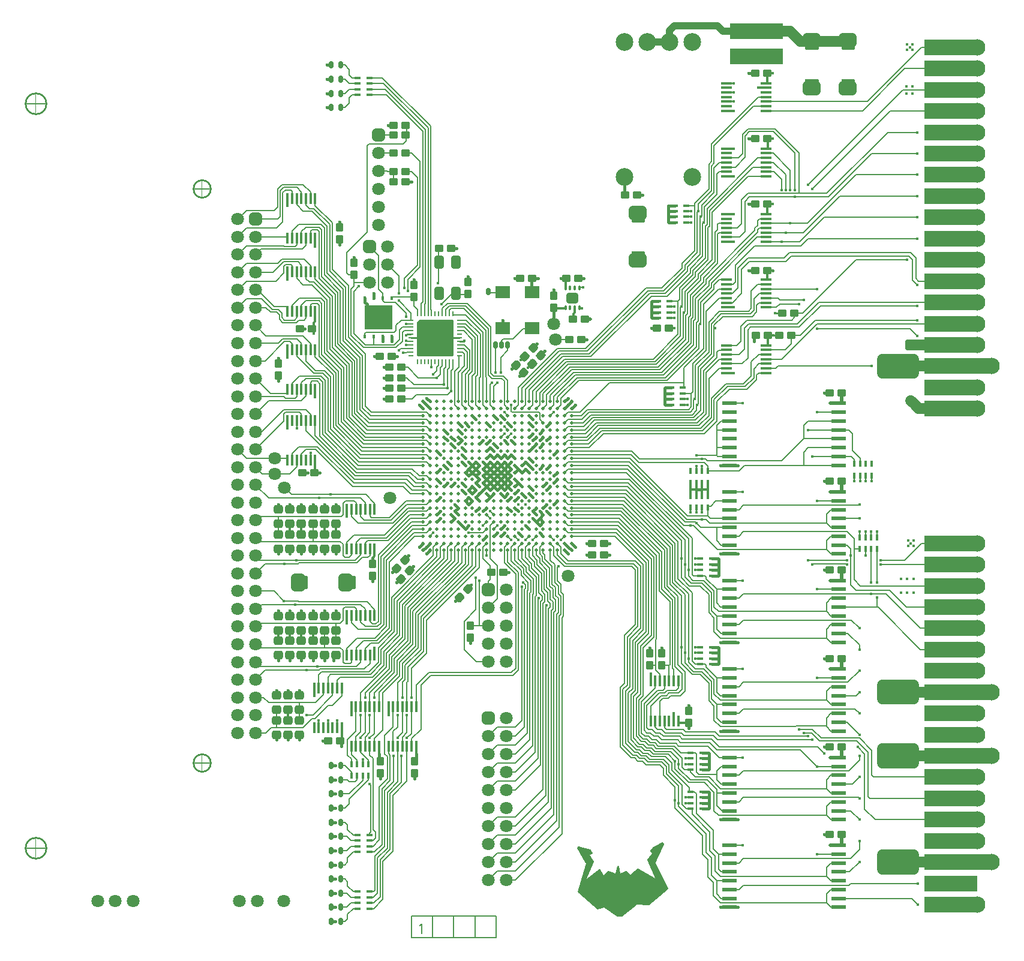
<source format=gtl>
G04*
G04  File:            MT-CONTROLLER-PROTOTYPE_C-II.GTL, Thu Feb 18 07:25:21 2021*
G04  Source:          P-CAD 2006 PCB, Version 19.02.958, (D:\retrocomputing\CM5300\pdp11-mt-controller\pcb\mt-controller-prototype_c-ii.pcb)*
G04  Format:          Gerber Format (RS-274-D), ASCII*
G04*
G04  Format Options:  Absolute Positioning*
G04                   Leading-Zero Suppression*
G04                   Scale Factor 1:1*
G04                   NO Circular Interpolation*
G04                   Inch Units*
G04                   Numeric Format: 4.4 (XXXX.XXXX)*
G04                   G54 NOT Used for Aperture Change*
G04                   Apertures Embedded*
G04*
G04  File Options:    Offset = (0.0mil,0.0mil)*
G04                   Drill Symbol Size = 80.0mil*
G04                   Pad/Via Holes*
G04*
G04  File Contents:   Pads*
G04                   Vias*
G04                   No Designators*
G04                   No Types*
G04                   No Values*
G04                   No Drill Symbols*
G04                   Top*
G04*
%INMT-CONTROLLER-PROTOTYPE_C-II.GTL*%
%ICAS*%
%MOIN*%
G04*
G04  Aperture MACROs for general use --- invoked via D-code assignment *
G04*
G04  General MACRO for flashed round with rotation and/or offset hole *
%AMROTOFFROUND*
1,1,$1,0.0000,0.0000*
1,0,$2,$3,$4*%
G04*
G04  General MACRO for flashed oval (obround) with rotation and/or offset hole *
%AMROTOFFOVAL*
21,1,$1,$2,0.0000,0.0000,$3*
1,1,$4,$5,$6*
1,1,$4,0-$5,0-$6*
1,0,$7,$8,$9*%
G04*
G04  General MACRO for flashed oval (obround) with rotation and no hole *
%AMROTOVALNOHOLE*
21,1,$1,$2,0.0000,0.0000,$3*
1,1,$4,$5,$6*
1,1,$4,0-$5,0-$6*%
G04*
G04  General MACRO for flashed rectangle with rotation and/or offset hole *
%AMROTOFFRECT*
21,1,$1,$2,0.0000,0.0000,$3*
1,0,$4,$5,$6*%
G04*
G04  General MACRO for flashed rectangle with rotation and no hole *
%AMROTRECTNOHOLE*
21,1,$1,$2,0.0000,0.0000,$3*%
G04*
G04  General MACRO for flashed rounded-rectangle *
%AMROUNDRECT*
21,1,$1,$2-$4,0.0000,0.0000,$3*
21,1,$1-$4,$2,0.0000,0.0000,$3*
1,1,$4,$5,$6*
1,1,$4,$7,$8*
1,1,$4,0-$5,0-$6*
1,1,$4,0-$7,0-$8*
1,0,$9,$10,$11*%
G04*
G04  General MACRO for flashed rounded-rectangle with rotation and no hole *
%AMROUNDRECTNOHOLE*
21,1,$1,$2-$4,0.0000,0.0000,$3*
21,1,$1-$4,$2,0.0000,0.0000,$3*
1,1,$4,$5,$6*
1,1,$4,$7,$8*
1,1,$4,0-$5,0-$6*
1,1,$4,0-$7,0-$8*%
G04*
G04  General MACRO for flashed regular polygon *
%AMREGPOLY*
5,1,$1,0.0000,0.0000,$2,$3+$4*
1,0,$5,$6,$7*%
G04*
G04  General MACRO for flashed regular polygon with no hole *
%AMREGPOLYNOHOLE*
5,1,$1,0.0000,0.0000,$2,$3+$4*%
G04*
G04  General MACRO for target *
%AMTARGET*
6,0,0,$1,$2,$3,4,$4,$5,$6*%
G04*
G04  General MACRO for mounting hole *
%AMMTHOLE*
1,1,$1,0,0*
1,0,$2,0,0*
$1=$1-$2*
$1=$1/2*
21,1,$2+$1,$3,0,0,$4*
21,1,$3,$2+$1,0,0,$4*%
G04*
G04*
G04  D10 : "Ellipse X0.254mm Y0.254mm H0.000mm 0.0deg (0.000mm,0.000mm) Draw"*
G04  Disc: OuterDia=0.0100*
%ADD10C, 0.0100*%
G04  D11 : "Ellipse X0.300mm Y0.300mm H0.000mm 0.0deg (0.000mm,0.000mm) Draw"*
G04  Disc: OuterDia=0.0118*
%ADD11C, 0.0118*%
G04  D12 : "Ellipse X0.350mm Y0.350mm H0.000mm 0.0deg (0.000mm,0.000mm) Draw"*
G04  Disc: OuterDia=0.0138*
%ADD12C, 0.0138*%
G04  D13 : "Ellipse X0.400mm Y0.400mm H0.000mm 0.0deg (0.000mm,0.000mm) Draw"*
G04  Disc: OuterDia=0.0157*
%ADD13C, 0.0157*%
G04  D14 : "Ellipse X0.500mm Y0.500mm H0.000mm 0.0deg (0.000mm,0.000mm) Draw"*
G04  Disc: OuterDia=0.0197*
%ADD14C, 0.0197*%
G04  D15 : "Ellipse X0.100mm Y0.100mm H0.000mm 0.0deg (0.000mm,0.000mm) Draw"*
G04  Disc: OuterDia=0.0039*
%ADD15C, 0.0039*%
G04  D16 : "Ellipse X1.000mm Y1.000mm H0.000mm 0.0deg (0.000mm,0.000mm) Draw"*
G04  Disc: OuterDia=0.0394*
%ADD16C, 0.0394*%
G04  D17 : "Ellipse X0.127mm Y0.127mm H0.000mm 0.0deg (0.000mm,0.000mm) Draw"*
G04  Disc: OuterDia=0.0050*
%ADD17C, 0.0050*%
G04  D18 : "Ellipse X0.150mm Y0.150mm H0.000mm 0.0deg (0.000mm,0.000mm) Draw"*
G04  Disc: OuterDia=0.0059*
%ADD18C, 0.0059*%
G04  D19 : "Ellipse X1.500mm Y1.500mm H0.000mm 0.0deg (0.000mm,0.000mm) Draw"*
G04  Disc: OuterDia=0.0591*
%ADD19C, 0.0591*%
G04  D20 : "Ellipse X0.200mm Y0.200mm H0.000mm 0.0deg (0.000mm,0.000mm) Draw"*
G04  Disc: OuterDia=0.0079*
%ADD20C, 0.0079*%
G04  D21 : "Ellipse X0.250mm Y0.250mm H0.000mm 0.0deg (0.000mm,0.000mm) Draw"*
G04  Disc: OuterDia=0.0098*
%ADD21C, 0.0098*%
G04  D22 : "Ellipse X2.600mm Y2.600mm H0.000mm 0.0deg (0.000mm,0.000mm) Flash"*
G04  Disc: OuterDia=0.1024*
%ADD22C, 0.1024*%
G04  D23 : "Ellipse X2.800mm Y2.800mm H0.000mm 0.0deg (0.000mm,0.000mm) Flash"*
G04  Disc: OuterDia=0.1102*
%ADD23C, 0.1102*%
G04  D24 : "Ellipse X3.300mm Y3.300mm H0.000mm 0.0deg (0.000mm,0.000mm) Flash"*
G04  Disc: OuterDia=0.1299*
%ADD24C, 0.1299*%
G04  D25 : "Ellipse X0.500mm Y0.500mm H0.000mm 0.0deg (0.000mm,0.000mm) Flash"*
G04  Disc: OuterDia=0.0197*
%ADD25C, 0.0197*%
G04  D26 : "Ellipse X0.550mm Y0.550mm H0.000mm 0.0deg (0.000mm,0.000mm) Flash"*
G04  Disc: OuterDia=0.0217*
%ADD26C, 0.0217*%
G04  D27 : "Ellipse X0.800mm Y0.800mm H0.000mm 0.0deg (0.000mm,0.000mm) Flash"*
G04  Disc: OuterDia=0.0315*
%ADD27C, 0.0315*%
G04  D28 : "Ellipse X1.000mm Y1.000mm H0.000mm 0.0deg (0.000mm,0.000mm) Flash"*
G04  Disc: OuterDia=0.0394*
%ADD28C, 0.0394*%
G04  D29 : "Ellipse X1.800mm Y1.800mm H0.000mm 0.0deg (0.000mm,0.000mm) Flash"*
G04  Disc: OuterDia=0.0709*
%ADD29C, 0.0709*%
G04  D30 : "Ellipse X1.900mm Y1.900mm H0.000mm 0.0deg (0.000mm,0.000mm) Flash"*
G04  Disc: OuterDia=0.0748*
%ADD30C, 0.0748*%
G04  D31 : "Ellipse X2.300mm Y2.300mm H0.000mm 0.0deg (0.000mm,0.000mm) Flash"*
G04  Disc: OuterDia=0.0906*
%ADD31C, 0.0906*%
G04  D32 : "Ellipse X2.400mm Y2.400mm H0.000mm 0.0deg (0.000mm,0.000mm) Flash"*
G04  Disc: OuterDia=0.0945*
%ADD32C, 0.0945*%
G04  D33 : "Ellipse X2.500mm Y2.500mm H0.000mm 0.0deg (0.000mm,0.000mm) Flash"*
G04  Disc: OuterDia=0.0984*
%ADD33C, 0.0984*%
G04  D34 : "Mounting Hole X2.700mm Y2.700mm H0.000mm 0.0deg (0.000mm,0.000mm) Flash"*
G04  Mounting Hole: Diameter=0.1063, Rotation=0.0, LineWidth=0.0050 *
%ADD34MTHOLE, 0.1063 X0.0863 X0.0050 X0.0*%
G04  D35 : "Mounting Hole X3.200mm Y3.200mm H0.000mm 0.0deg (0.000mm,0.000mm) Flash"*
G04  Mounting Hole: Diameter=0.1260, Rotation=0.0, LineWidth=0.0050 *
%ADD35MTHOLE, 0.1260 X0.1060 X0.0050 X0.0*%
G04  D36 : "Rounded Rectangle X0.310mm Y0.600mm H0.000mm 0.0deg (0.000mm,0.000mm) Flash"*
G04  RoundRct: DimX=0.0122, DimY=0.0236, CornerRad=0.0031, Rotation=0.0, OffsetX=0.0000, OffsetY=0.0000, HoleDia=0.0000 *
%ADD36ROUNDRECTNOHOLE, 0.0122 X0.0236 X0.0 X0.0061 X-0.0031 X-0.0088 X-0.0031 X0.0088*%
G04  D37 : "Rounded Rectangle X0.410mm Y0.700mm H0.000mm 0.0deg (0.000mm,0.000mm) Flash"*
G04  RoundRct: DimX=0.0161, DimY=0.0276, CornerRad=0.0040, Rotation=0.0, OffsetX=0.0000, OffsetY=0.0000, HoleDia=0.0000 *
%ADD37ROUNDRECTNOHOLE, 0.0161 X0.0276 X0.0 X0.0081 X-0.0040 X-0.0097 X-0.0040 X0.0097*%
G04  D38 : "Rounded Rectangle X0.700mm Y0.950mm H0.000mm 0.0deg (0.000mm,0.000mm) Flash"*
G04  RoundRct: DimX=0.0276, DimY=0.0374, CornerRad=0.0069, Rotation=0.0, OffsetX=0.0000, OffsetY=0.0000, HoleDia=0.0000 *
%ADD38ROUNDRECTNOHOLE, 0.0276 X0.0374 X0.0 X0.0138 X-0.0069 X-0.0118 X-0.0069 X0.0118*%
G04  D39 : "Rounded Rectangle X0.800mm Y1.050mm H0.000mm 0.0deg (0.000mm,0.000mm) Flash"*
G04  RoundRct: DimX=0.0315, DimY=0.0413, CornerRad=0.0079, Rotation=0.0, OffsetX=0.0000, OffsetY=0.0000, HoleDia=0.0000 *
%ADD39ROUNDRECTNOHOLE, 0.0315 X0.0413 X0.0 X0.0157 X-0.0079 X-0.0128 X-0.0079 X0.0128*%
G04  D40 : "Rounded Rectangle X1.200mm Y1.100mm H0.000mm 0.0deg (0.000mm,0.000mm) Flash"*
G04  RoundRct: DimX=0.0472, DimY=0.0433, CornerRad=0.0108, Rotation=0.0, OffsetX=0.0000, OffsetY=0.0000, HoleDia=0.0000 *
%ADD40ROUNDRECTNOHOLE, 0.0472 X0.0433 X0.0 X0.0217 X-0.0128 X-0.0108 X-0.0128 X0.0108*%
G04  D41 : "Rounded Rectangle X1.100mm Y1.200mm H0.000mm 0.0deg (0.000mm,0.000mm) Flash"*
G04  RoundRct: DimX=0.0433, DimY=0.0472, CornerRad=0.0108, Rotation=0.0, OffsetX=0.0000, OffsetY=0.0000, HoleDia=0.0000 *
%ADD41ROUNDRECTNOHOLE, 0.0433 X0.0472 X0.0 X0.0217 X-0.0108 X-0.0128 X-0.0108 X0.0128*%
G04  D42 : "Rounded Rectangle X1.300mm Y1.200mm H0.000mm 0.0deg (0.000mm,0.000mm) Flash"*
G04  RoundRct: DimX=0.0512, DimY=0.0472, CornerRad=0.0118, Rotation=0.0, OffsetX=0.0000, OffsetY=0.0000, HoleDia=0.0000 *
%ADD42ROUNDRECTNOHOLE, 0.0512 X0.0472 X0.0 X0.0236 X-0.0138 X-0.0118 X-0.0138 X0.0118*%
G04  D43 : "Rounded Rectangle X1.200mm Y1.300mm H0.000mm 0.0deg (0.000mm,0.000mm) Flash"*
G04  RoundRct: DimX=0.0472, DimY=0.0512, CornerRad=0.0118, Rotation=0.0, OffsetX=0.0000, OffsetY=0.0000, HoleDia=0.0000 *
%ADD43ROUNDRECTNOHOLE, 0.0472 X0.0512 X0.0 X0.0236 X-0.0118 X-0.0138 X-0.0118 X0.0138*%
G04  D44 : "Rounded Rectangle X1.400mm Y1.300mm H0.000mm 0.0deg (0.000mm,0.000mm) Flash"*
G04  RoundRct: DimX=0.0551, DimY=0.0512, CornerRad=0.0128, Rotation=0.0, OffsetX=0.0000, OffsetY=0.0000, HoleDia=0.0000 *
%ADD44ROUNDRECTNOHOLE, 0.0551 X0.0512 X0.0 X0.0256 X-0.0148 X-0.0128 X-0.0148 X0.0128*%
G04  D45 : "Rounded Rectangle X1.750mm Y1.500mm H0.000mm 0.0deg (0.000mm,0.000mm) Flash"*
G04  RoundRct: DimX=0.0689, DimY=0.0591, CornerRad=0.0148, Rotation=0.0, OffsetX=0.0000, OffsetY=0.0000, HoleDia=0.0000 *
%ADD45ROUNDRECTNOHOLE, 0.0689 X0.0591 X0.0 X0.0295 X-0.0197 X-0.0148 X-0.0197 X0.0148*%
G04  D46 : "Rounded Rectangle X1.400mm Y1.800mm H0.000mm 0.0deg (0.000mm,0.000mm) Flash"*
G04  RoundRct: DimX=0.0551, DimY=0.0709, CornerRad=0.0138, Rotation=0.0, OffsetX=0.0000, OffsetY=0.0000, HoleDia=0.0000 *
%ADD46ROUNDRECTNOHOLE, 0.0551 X0.0709 X0.0 X0.0276 X-0.0138 X-0.0217 X-0.0138 X0.0217*%
G04  D47 : "Rounded Rectangle X1.800mm Y1.800mm H0.000mm 0.0deg (0.000mm,0.000mm) Flash"*
G04  RoundRct: DimX=0.0709, DimY=0.0709, CornerRad=0.0177, Rotation=0.0, OffsetX=0.0000, OffsetY=0.0000, HoleDia=0.0000 *
%ADD47ROUNDRECTNOHOLE, 0.0709 X0.0709 X0.0 X0.0354 X-0.0177 X-0.0177 X-0.0177 X0.0177*%
G04  D48 : "Rounded Rectangle X1.850mm Y1.600mm H0.000mm 0.0deg (0.000mm,0.000mm) Flash"*
G04  RoundRct: DimX=0.0728, DimY=0.0630, CornerRad=0.0157, Rotation=0.0, OffsetX=0.0000, OffsetY=0.0000, HoleDia=0.0000 *
%ADD48ROUNDRECTNOHOLE, 0.0728 X0.0630 X0.0 X0.0315 X-0.0207 X-0.0157 X-0.0207 X0.0157*%
G04  D49 : "Rounded Rectangle X1.500mm Y1.900mm H0.000mm 0.0deg (0.000mm,0.000mm) Flash"*
G04  RoundRct: DimX=0.0591, DimY=0.0748, CornerRad=0.0148, Rotation=0.0, OffsetX=0.0000, OffsetY=0.0000, HoleDia=0.0000 *
%ADD49ROUNDRECTNOHOLE, 0.0591 X0.0748 X0.0 X0.0295 X-0.0148 X-0.0226 X-0.0148 X0.0226*%
G04  D50 : "Rounded Rectangle X1.900mm Y1.900mm H0.000mm 0.0deg (0.000mm,0.000mm) Flash"*
G04  RoundRct: DimX=0.0748, DimY=0.0748, CornerRad=0.0187, Rotation=0.0, OffsetX=0.0000, OffsetY=0.0000, HoleDia=0.0000 *
%ADD50ROUNDRECTNOHOLE, 0.0748 X0.0748 X0.0 X0.0374 X-0.0187 X-0.0187 X-0.0187 X0.0187*%
G04  D51 : "Rounded Rectangle X2.000mm Y2.500mm H0.000mm 0.0deg (0.000mm,0.000mm) Flash"*
G04  RoundRct: DimX=0.0787, DimY=0.0984, CornerRad=0.0197, Rotation=0.0, OffsetX=0.0000, OffsetY=0.0000, HoleDia=0.0000 *
%ADD51ROUNDRECTNOHOLE, 0.0787 X0.0984 X0.0 X0.0394 X-0.0197 X-0.0295 X-0.0197 X0.0295*%
G04  D52 : "Rounded Rectangle X2.500mm Y2.000mm H0.000mm 0.0deg (0.000mm,0.000mm) Flash"*
G04  RoundRct: DimX=0.0984, DimY=0.0787, CornerRad=0.0197, Rotation=0.0, OffsetX=0.0000, OffsetY=0.0000, HoleDia=0.0000 *
%ADD52ROUNDRECTNOHOLE, 0.0984 X0.0787 X0.0 X0.0394 X-0.0295 X-0.0197 X-0.0295 X0.0197*%
G04  D53 : "Rounded Rectangle X2.100mm Y2.600mm H0.000mm 0.0deg (0.000mm,0.000mm) Flash"*
G04  RoundRct: DimX=0.0827, DimY=0.1024, CornerRad=0.0207, Rotation=0.0, OffsetX=0.0000, OffsetY=0.0000, HoleDia=0.0000 *
%ADD53ROUNDRECTNOHOLE, 0.0827 X0.1024 X0.0 X0.0413 X-0.0207 X-0.0305 X-0.0207 X0.0305*%
G04  D54 : "Rounded Rectangle X2.600mm Y2.100mm H0.000mm 0.0deg (0.000mm,0.000mm) Flash"*
G04  RoundRct: DimX=0.1024, DimY=0.0827, CornerRad=0.0207, Rotation=0.0, OffsetX=0.0000, OffsetY=0.0000, HoleDia=0.0000 *
%ADD54ROUNDRECTNOHOLE, 0.1024 X0.0827 X0.0 X0.0413 X-0.0305 X-0.0207 X-0.0305 X0.0207*%
G04  D55 : "Rectangle X4.000mm Y3.400mm H0.000mm 0.0deg (0.000mm,0.000mm) Flash"*
G04  Rectangular: DimX=0.1575, DimY=0.1339, Rotation=0.0, OffsetX=0.0000, OffsetY=0.0000, HoleDia=0.0000 *
%ADD55R, 0.1575 X0.1339*%
G04  D56 : "Rectangle X4.100mm Y3.500mm H0.000mm 0.0deg (0.000mm,0.000mm) Flash"*
G04  Rectangular: DimX=0.1614, DimY=0.1378, Rotation=0.0, OffsetX=0.0000, OffsetY=0.0000, HoleDia=0.0000 *
%ADD56R, 0.1614 X0.1378*%
G04  D57 : "Rectangle X0.400mm Y0.600mm H0.000mm 0.0deg (0.000mm,0.000mm) Flash"*
G04  Rectangular: DimX=0.0157, DimY=0.0236, Rotation=0.0, OffsetX=0.0000, OffsetY=0.0000, HoleDia=0.0000 *
%ADD57R, 0.0157 X0.0236*%
G04  D58 : "Rectangle X0.500mm Y0.700mm H0.000mm 0.0deg (0.000mm,0.000mm) Flash"*
G04  Rectangular: DimX=0.0197, DimY=0.0276, Rotation=0.0, OffsetX=0.0000, OffsetY=0.0000, HoleDia=0.0000 *
%ADD58R, 0.0197 X0.0276*%
G04  D59 : "Rectangle X0.700mm Y0.250mm H0.000mm 0.0deg (0.000mm,0.000mm) Flash"*
G04  Rectangular: DimX=0.0276, DimY=0.0098, Rotation=0.0, OffsetX=0.0000, OffsetY=0.0000, HoleDia=0.0000 *
%ADD59R, 0.0276 X0.0098*%
G04  D60 : "Rectangle X0.250mm Y0.700mm H0.000mm 0.0deg (0.000mm,0.000mm) Flash"*
G04  Rectangular: DimX=0.0098, DimY=0.0276, Rotation=0.0, OffsetX=0.0000, OffsetY=0.0000, HoleDia=0.0000 *
%ADD60R, 0.0098 X0.0276*%
G04  D61 : "Rectangle X7.500mm Y2.300mm H0.000mm 0.0deg (0.000mm,0.000mm) Flash"*
G04  Rectangular: DimX=0.2953, DimY=0.0906, Rotation=0.0, OffsetX=0.0000, OffsetY=0.0000, HoleDia=0.0000 *
%ADD61R, 0.2953 X0.0906*%
G04  D62 : "Rectangle X7.600mm Y2.400mm H0.000mm 0.0deg (0.000mm,0.000mm) Flash"*
G04  Rectangular: DimX=0.2992, DimY=0.0945, Rotation=0.0, OffsetX=0.0000, OffsetY=0.0000, HoleDia=0.0000 *
%ADD62R, 0.2992 X0.0945*%
G04  D63 : "Rectangle X0.800mm Y0.350mm H0.000mm 0.0deg (0.000mm,0.000mm) Flash"*
G04  Rectangular: DimX=0.0315, DimY=0.0138, Rotation=0.0, OffsetX=0.0000, OffsetY=0.0000, HoleDia=0.0000 *
%ADD63R, 0.0315 X0.0138*%
G04  D64 : "Rectangle X0.350mm Y0.800mm H0.000mm 0.0deg (0.000mm,0.000mm) Flash"*
G04  Rectangular: DimX=0.0138, DimY=0.0315, Rotation=0.0, OffsetX=0.0000, OffsetY=0.0000, HoleDia=0.0000 *
%ADD64R, 0.0138 X0.0315*%
G04  D65 : "Rectangle X0.850mm Y0.400mm H0.000mm 0.0deg (0.000mm,0.000mm) Flash"*
G04  Rectangular: DimX=0.0335, DimY=0.0157, Rotation=0.0, OffsetX=0.0000, OffsetY=0.0000, HoleDia=0.0000 *
%ADD65R, 0.0335 X0.0157*%
G04  D66 : "Rectangle X0.400mm Y0.850mm H0.000mm 0.0deg (0.000mm,0.000mm) Flash"*
G04  Rectangular: DimX=0.0157, DimY=0.0335, Rotation=0.0, OffsetX=0.0000, OffsetY=0.0000, HoleDia=0.0000 *
%ADD66R, 0.0157 X0.0335*%
G04  D67 : "Rectangle X0.950mm Y0.500mm H0.000mm 0.0deg (0.000mm,0.000mm) Flash"*
G04  Rectangular: DimX=0.0374, DimY=0.0197, Rotation=0.0, OffsetX=0.0000, OffsetY=0.0000, HoleDia=0.0000 *
%ADD67R, 0.0374 X0.0197*%
G04  D68 : "Rectangle X0.500mm Y0.950mm H0.000mm 0.0deg (0.000mm,0.000mm) Flash"*
G04  Rectangular: DimX=0.0197, DimY=0.0374, Rotation=0.0, OffsetX=0.0000, OffsetY=0.0000, HoleDia=0.0000 *
%ADD68R, 0.0197 X0.0374*%
G04  D69 : "Rectangle X1.600mm Y0.350mm H0.000mm 0.0deg (0.000mm,0.000mm) Flash"*
G04  Rectangular: DimX=0.0630, DimY=0.0138, Rotation=0.0, OffsetX=0.0000, OffsetY=0.0000, HoleDia=0.0000 *
%ADD69R, 0.0630 X0.0138*%
G04  D70 : "Rectangle X0.350mm Y1.600mm H0.000mm 0.0deg (0.000mm,0.000mm) Flash"*
G04  Rectangular: DimX=0.0138, DimY=0.0630, Rotation=0.0, OffsetX=0.0000, OffsetY=0.0000, HoleDia=0.0000 *
%ADD70R, 0.0138 X0.0630*%
G04  D71 : "Rectangle X1.740mm Y0.490mm H0.000mm 0.0deg (0.000mm,0.000mm) Flash"*
G04  Rectangular: DimX=0.0685, DimY=0.0193, Rotation=0.0, OffsetX=0.0000, OffsetY=0.0000, HoleDia=0.0000 *
%ADD71R, 0.0685 X0.0193*%
G04  D72 : "Rectangle X0.490mm Y1.740mm H0.000mm 0.0deg (0.000mm,0.000mm) Flash"*
G04  Rectangular: DimX=0.0193, DimY=0.0685, Rotation=0.0, OffsetX=0.0000, OffsetY=0.0000, HoleDia=0.0000 *
%ADD72R, 0.0193 X0.0685*%
G04  D73 : "Rectangle X2.000mm Y0.600mm H0.000mm 0.0deg (0.000mm,0.000mm) Flash"*
G04  Rectangular: DimX=0.0787, DimY=0.0236, Rotation=0.0, OffsetX=0.0000, OffsetY=0.0000, HoleDia=0.0000 *
%ADD73R, 0.0787 X0.0236*%
G04  D74 : "Rectangle X2.000mm Y1.800mm H0.000mm 0.0deg (0.000mm,0.000mm) Flash"*
G04  Rectangular: DimX=0.0787, DimY=0.0709, Rotation=0.0, OffsetX=0.0000, OffsetY=0.0000, HoleDia=0.0000 *
%ADD74R, 0.0787 X0.0709*%
G04  D75 : "Rectangle X2.100mm Y0.700mm H0.000mm 0.0deg (0.000mm,0.000mm) Flash"*
G04  Rectangular: DimX=0.0827, DimY=0.0276, Rotation=0.0, OffsetX=0.0000, OffsetY=0.0000, HoleDia=0.0000 *
%ADD75R, 0.0827 X0.0276*%
G04  D76 : "Rectangle X2.100mm Y1.900mm H0.000mm 0.0deg (0.000mm,0.000mm) Flash"*
G04  Rectangular: DimX=0.0827, DimY=0.0748, Rotation=0.0, OffsetX=0.0000, OffsetY=0.0000, HoleDia=0.0000 *
%ADD76R, 0.0827 X0.0748*%
G04  D77 : "Ellipse X0.400mm Y0.400mm H0.000mm 0.0deg (0.000mm,0.000mm) Flash"*
G04  Disc: OuterDia=0.0157*
%ADD77C, 0.0157*%
G04*
%FSLAX44Y44*%
%SFA1B1*%
%OFA0.0000B0.0000*%
G04*
G70*
G90*
G01*
D2*
%LNTop*%
D13*
X120374Y33464*
D1*
X128248D2*
D1*
D2*
D20*
X128641Y58070*
X128149Y58562D1*
X128641Y68897D2*
X128149Y68405D1*
X128641Y67913D2*
X128149Y67421D1*
X128641Y66929D2*
X128149Y66437D1*
X128641Y71850D2*
X128149Y71358D1*
X128641Y70866D2*
X128149Y70374D1*
X128641Y69881D2*
X128149Y69389D1*
D2*
D13*
X130708Y33464*
D1*
X129232D2*
D1*
X130954Y42710D2*
Y42421D1*
X131594Y42710D2*
Y42421D1*
D2*
D20*
X129133Y42814*
X129724D1*
X130019Y43110*
X129133Y44783D2*
X129576D1*
X129872Y44488*
X131594*
Y43510D2*
Y44088D1*
Y44488*
X130954Y43510D2*
Y43799D1*
Y44088*
X130019Y43110D2*
X130314D1*
X131791*
X130314Y43510D2*
Y43110D1*
Y44088D2*
Y43510D1*
D2*
D13*
Y42710*
Y42421D1*
X130413Y46850D2*
Y46991D1*
X131053Y46850D2*
Y46991D1*
X131692Y46850D2*
Y46991D1*
X130413D2*
Y47139D1*
X131053Y46991D2*
Y47139D1*
X131692Y46991D2*
Y47139D1*
D2*
D20*
X129133Y47736*
X129330Y47539D1*
X129133Y46751D2*
X129379Y46505D1*
X129675Y46309D2*
X129133Y45767D1*
D2*
D13*
X130413Y49606*
Y49464D1*
X131053Y49606D2*
Y49464D1*
X131692Y49606D2*
Y49464D1*
X130413D2*
Y49317D1*
X131053Y49464D2*
Y49317D1*
X131692Y49464D2*
Y49317D1*
D2*
D20*
X129133Y48720*
X129330Y48917D1*
X129133Y49704D2*
X129232D1*
X129478Y49950*
X131348D2*
X129478D1*
X131545Y50098D2*
X131496Y50147D1*
X130708*
X130167Y50688*
X129133*
X130413Y48228D2*
Y48517D1*
X131053Y48228D2*
Y48517D1*
X131692Y48228D2*
Y48517D1*
D2*
D13*
X130413Y53044*
Y52755D1*
X131053Y53044D2*
Y52755D1*
X131692Y53044D2*
Y52755D1*
D2*
D20*
X129133Y53641*
X129330Y53444D1*
X129379Y52411D2*
X129133Y52657D1*
X131397Y52411D2*
X129379D1*
X131545Y52263D2*
X131496Y52214D1*
X129675D2*
X129133Y51673D1*
X131496Y52214D2*
X130757D1*
X129675*
D2*
D13*
X131505Y51181*
X131545D1*
Y51476*
D2*
D20*
X129133Y56594*
X129183Y56545D1*
D2*
D13*
X131692Y55222*
Y55511D1*
X131053Y55222D2*
Y55511D1*
X130413Y55222D2*
Y55511D1*
D2*
D20*
X129133Y54625*
X129330Y54822D1*
X130413D2*
X129330D1*
X130413Y54422D2*
Y54822D1*
X131053Y54133D2*
Y54422D1*
X131692Y54133D2*
Y54422D1*
X129183Y56545D2*
X129872Y55856D1*
X130757Y56446D2*
X131151Y56053D1*
X129527Y57185D2*
X130216D1*
X129133Y57578D2*
X129527Y57185D1*
X130925Y58070D2*
X130216D1*
X129478Y59547D2*
X129133D1*
X131692Y58316D2*
X131938Y58562D1*
X131181Y58346D2*
X131545Y58710D1*
X130216Y57185D2*
X131033D1*
X131437Y57588D2*
X131033Y57185D1*
X130925Y57952D2*
Y58070D1*
X131181Y57952D2*
Y58346D1*
X131437Y57952D2*
Y57588D1*
X131692Y57952D2*
Y58316D1*
X130708Y60531D2*
Y60137D1*
X130807Y60629D2*
X130708Y60531D1*
X129872Y61269D2*
X129133Y60531D1*
Y61515D2*
X130708D1*
X130807Y61417D2*
X130708Y61515D1*
X129970Y61663D2*
X129133Y62500D1*
X130925Y61663D2*
X129970D1*
X131692Y62253D2*
X131938Y62500D1*
X131948Y61525D2*
X131692Y61269D1*
X131181Y62234D2*
X131594Y62647D1*
X131692Y60531D2*
X131594Y60629D1*
X131437Y61505D2*
X131348Y61417D1*
X131938Y60777D2*
X130708D1*
X131594Y60629D2*
X130807D1*
X131692Y61269D2*
X129872D1*
X131348Y61417D2*
X130807D1*
X130925Y61889D2*
Y61663D1*
X131181Y61889D2*
Y62234D1*
X131437Y61889D2*
Y61505D1*
X131692Y61889D2*
Y62253D1*
X131948Y61889D2*
Y61525D1*
X131692Y60157D2*
Y60531D1*
D2*
D13*
X130413Y62657*
Y62352D1*
D2*
D20*
X130659Y65600*
X130462Y65797D1*
X130757Y65748D2*
X130610Y65895D1*
X129133Y65452D2*
X129724Y64862D1*
X129133Y64468D2*
X130413D1*
X130659Y64714D2*
X130413Y64468D1*
X129675Y63484D2*
X129133D1*
X130757Y64566D2*
X129675Y63484D1*
X131437Y65885D2*
X131299Y65748D1*
X131692Y64468D2*
X131446Y64714D1*
X131791Y64862D2*
X129724D1*
X131299Y65748D2*
X130757D1*
X131446Y64714D2*
X130659D1*
X131053Y64566D2*
X130757D1*
X131181Y64438D2*
X131053Y64566D1*
D2*
D13*
X131604Y65255*
X131889D1*
D2*
D11*
X130925Y64094*
Y63681D1*
D2*
D20*
X131181Y64094*
Y64438D1*
X131437Y64094D2*
Y63740D1*
X131692Y64094D2*
Y64468D1*
X131948Y63474D2*
Y64094D1*
Y65856D2*
X131840Y65748D1*
X131545*
X131397Y65600*
X130659*
D2*
D13*
X130413Y63326*
Y63631D1*
D2*
D20*
X129133Y68405*
X130118D1*
X130708Y68356D2*
X130265Y67913D1*
X130708Y68750D2*
Y68356D1*
X130807Y68848D2*
X130708Y68750D1*
X129133Y66437D2*
X129724D1*
X129970Y66190D2*
X129724Y66437D1*
X130314Y66190D2*
X129970D1*
X130462Y66043D2*
X130314Y66190D1*
X130068Y66338D2*
X129478Y66929D1*
X130413Y66338D2*
X130068D1*
X130167Y66486D2*
X129232Y67421D1*
X129133*
X130925Y66486D2*
X130167D1*
X130610Y66141D2*
X130413Y66338D1*
X131437Y68070D2*
X131791Y67716D1*
X131692Y66584D2*
X131938Y66830D1*
X131181Y66564D2*
X131594Y66978D1*
X131181Y68769D2*
X131102Y68848D1*
X130807*
D2*
D11*
X130925Y68425*
Y68011D1*
D2*
D20*
X131181Y68425*
Y68769D1*
X131437Y68425D2*
Y68070D1*
X131692Y68425D2*
Y68799D1*
X131948Y68425D2*
Y68051D1*
X130925Y66220D2*
Y66486D1*
X131181Y66220D2*
Y66564D1*
X131692Y66220D2*
Y66584D1*
X129133Y71358D2*
X130364D1*
X130511Y71505D2*
X130364Y71358D1*
X130659Y71210D2*
X130314Y70866D1*
X129429Y69685D2*
X129133Y69389D1*
X130757Y69832D2*
X130708Y69881D1*
X129133Y70374D2*
X130925D1*
X131692Y70669D2*
X131938Y70915D1*
X131948Y69891D2*
X131742Y69685D1*
X131181Y70698D2*
X131545Y71062D1*
X131437Y69921D2*
X131348Y69832D1*
X131840Y69143D2*
X130610D1*
X131742Y69685D2*
X129429D1*
X131348Y69832D2*
X130757D1*
X130925Y70305D2*
Y70374D1*
X131181Y70305D2*
Y70698D1*
X131437Y70305D2*
Y69921D1*
X131692Y70305D2*
Y70669D1*
X131948Y70305D2*
Y69891D1*
X130364Y73031D2*
Y72047D1*
X130610Y73277D2*
X130364Y73031D1*
X130708Y73129D2*
X130511Y72933D1*
X130807Y72982D2*
X130659Y72834D1*
X131692Y72883D2*
X131446Y73129D1*
X131181Y72903D2*
X131102Y72982D1*
X131791Y73277D2*
X130610D1*
X131446Y73129D2*
X130708D1*
X131102Y72982D2*
X130807D1*
X131181Y72509D2*
Y72903D1*
X131437Y72509D2*
Y72155D1*
X131692Y72509D2*
Y72883D1*
X131948Y72509D2*
Y72135D1*
D2*
D12*
X130925Y72509*
Y72096D1*
D2*
D20*
X134251Y32726*
Y32480D1*
X133877Y32332D2*
X134104D1*
X134251Y32480D2*
X134104Y32332D1*
D2*
D13*
X133346*
X133562D1*
D2*
D20*
X134251Y35875*
Y35629D1*
X133877Y35482D2*
X134104D1*
X134251Y35629D2*
X134104Y35482D1*
X134251Y34301D2*
Y34547D1*
X134566Y33986D2*
X134251Y34301D1*
X133877Y33907D2*
X134202D1*
X134812Y33986D2*
X134566D1*
X134812Y33671D2*
X134438D1*
X134202Y33907*
X134812Y33356D2*
X134438D1*
X133877Y34694D2*
X134104D1*
X134251Y34547D2*
X134104Y34694D1*
X133877Y33120D2*
X134202D1*
X134812Y33041D2*
X134566D1*
X134438Y33356D2*
X134202Y33120D1*
D2*
D13*
X133346Y35482*
X133562D1*
X133346Y34694D2*
X133562D1*
X133346Y33907D2*
X133562D1*
X133346Y33120D2*
X133562D1*
D2*
D20*
X133877Y38631*
X134104D1*
X134566Y37135D2*
X134251Y37450D1*
X133877Y37057D2*
X134202D1*
X134812Y37135D2*
X134566D1*
X134812Y36820D2*
X134438D1*
X134812Y36505D2*
X134438D1*
Y36820D2*
X134202Y37057D1*
X133877Y37844D2*
X134104D1*
X134251Y37450D2*
Y37696D1*
X134104Y37844*
X133877Y36269D2*
X134202D1*
X134812Y36190D2*
X134566D1*
X134438Y36505D2*
X134202Y36269D1*
D2*
D13*
X133346Y38631*
X133562D1*
X133346Y37844D2*
X133562D1*
X133346Y37057D2*
X133562D1*
X133346Y36269D2*
X133562D1*
D2*
D20*
X134350Y38877*
X134104Y38631D1*
X133877Y40994D2*
X134104D1*
D2*
D13*
X133346*
X133562D1*
X133346Y40206D2*
X133562D1*
X133346Y39419D2*
X133562D1*
D2*
D20*
X134468Y41072*
Y41368D1*
X134251Y41584D2*
X134468Y41368D1*
X134783Y41072D2*
Y41299D1*
X134468Y41614D2*
X134783Y41299D1*
X134468Y40423D2*
Y40629D1*
X134104Y40994D2*
X134468Y40629D1*
X133877Y40206D2*
X134251D1*
X134350Y40108*
X134694*
X134783Y40423D2*
Y40196D1*
X134694Y40108D2*
X134783Y40196D1*
X133877Y39419D2*
X134350D1*
X133681Y43090D2*
Y43503D1*
X133169Y43090D2*
Y43503D1*
X132657Y43090D2*
Y43503D1*
X133937Y44862D2*
X133415Y44340D1*
X132480Y44488D2*
X132913Y44921D1*
X132332Y43799D2*
X133425Y44891D1*
X132431Y43602D2*
X133169Y44340D1*
X133415*
X132283Y43602D2*
X132431D1*
X134724Y42893D2*
X134251Y42421D1*
X134724Y44261D2*
Y42893D1*
Y42057D2*
Y42598D1*
D2*
D12*
X134468Y44261*
Y43799D1*
X133937Y43090D2*
Y42372D1*
X133907*
D2*
D13*
X133179*
X132874D1*
X133848D2*
X133907D1*
D2*
D20*
X132657Y45295*
Y46043D1*
X132824Y46210*
X133316Y46062D2*
X133169Y45915D1*
Y45295D2*
Y45915D1*
X134222Y47125D2*
Y47509D1*
X134734Y47125D2*
Y47529D1*
X134478Y47125D2*
Y46732D1*
X134399Y46653*
D2*
D13*
X132332Y46850*
Y46991D1*
Y47139*
X132972Y46991D2*
Y47139D1*
Y46850D2*
Y46991D1*
D2*
D20*
X133858Y47539*
X134005Y47391D1*
Y46751*
X134104Y46653*
X134399*
X132972Y47539D2*
X133858D1*
X132972Y47939D2*
Y47539D1*
X134744Y46505D2*
X132578D1*
X132726Y46358D2*
X132677Y46309D1*
X133681Y45295D2*
Y45738D1*
X133858Y45915*
D2*
D13*
X133612Y47139*
X133520Y47047D1*
X133464*
Y46850D2*
Y47047D1*
D2*
D20*
X134478Y48937*
X134842Y48572D1*
X134478Y49330D2*
Y48937D1*
D2*
D11*
X134222Y49330*
Y48917D1*
D2*
D20*
X134734Y49714*
X134645Y49803D1*
X134734Y49330D2*
Y49714D1*
D2*
D13*
X132332Y49606*
Y49464D1*
Y49317*
X132972Y49464D2*
Y49317D1*
Y49606D2*
Y49464D1*
X133612D2*
Y49317D1*
Y49606D2*
Y49464D1*
D2*
D20*
X133858Y48917*
X134005Y49064D1*
Y49704*
X134104Y49803*
X134645*
X133612Y48917D2*
X133858D1*
X133612Y48517D2*
Y48917D1*
X132332Y48228D2*
Y48517D1*
D2*
D13*
X134596Y50885*
X134153D1*
D2*
D20*
X134222Y53415*
X134596Y53789D1*
X134222Y53031D2*
Y53415D1*
X134478Y53031D2*
Y52687D1*
X134734Y53031D2*
Y53385D1*
D2*
D13*
X132332Y53044*
Y52755D1*
X132972Y53044D2*
Y52755D1*
X133612Y53044D2*
Y52755D1*
D2*
D20*
X133858Y53444*
X134005Y53297D1*
Y52657*
X134104Y52559*
X134478Y52687D2*
X134350Y52559D1*
X134104D2*
X134350D1*
X132332Y53444D2*
X133858D1*
X132332Y53844D2*
Y53444D1*
D2*
D13*
X134143Y51181*
X134153D1*
X134596Y51476D2*
Y51181D1*
X134153Y51476D2*
X134596D1*
X134153Y51181D2*
Y51476D1*
Y51131D2*
Y51181D1*
D2*
D20*
X134478Y54842*
X134842Y54478D1*
D2*
D11*
X134222Y55236*
Y54822D1*
D2*
D20*
X134478Y55236*
Y54842D1*
X134734Y55236D2*
Y55600D1*
D2*
D13*
X133612Y55222*
Y55511D1*
X132972Y55222D2*
Y55511D1*
X132332Y55222D2*
Y55511D1*
D2*
D20*
X134005Y54921*
Y55561D1*
X134153Y55708*
X134734Y55600D2*
X134625Y55708D1*
X134153D2*
X134625D1*
X134005Y54921D2*
X133907Y54822D1*
X132972Y54133D2*
Y54422D1*
X133612Y54133D2*
Y54422D1*
X133169Y59596D2*
X134891Y57874D1*
X133316Y59694D2*
X134940Y58070D1*
X134744Y57283D2*
X132726Y59301D1*
X134793Y57480D2*
X132874Y59399D1*
X134842Y57677D2*
X133021Y59498D1*
X134694Y57086D2*
X132460Y59320D1*
X132204Y57952D2*
Y58366D1*
D2*
D12*
X132460Y57952*
Y57283D1*
D2*
D13*
X132529*
X132726D1*
D2*
D20*
X132421*
X132460D1*
D2*
D12*
X132480D1*
X132529*
D2*
D20*
X132972Y62942*
X133316Y62598D1*
X132480Y62942D2*
X132972D1*
X132874Y62795D2*
X133169Y62500D1*
X132381Y62795D2*
X132874D1*
X132775Y62647D2*
X133021Y62401D1*
X132677Y62500D2*
X132874Y62303D1*
X132578Y62352D2*
X132726Y62204D1*
X132283Y62352D2*
X132578D1*
X132204Y62273D2*
X132283Y62352D1*
X132204Y61889D2*
Y62273D1*
Y60157D2*
Y60511D1*
D2*
D12*
X132460Y61889*
Y61466D1*
D2*
D20*
X134940Y63681*
X134005Y64616D1*
X134793Y63582D2*
X133858Y64517D1*
X133710Y64419D2*
X134645Y63484D1*
X133562Y64320D2*
X134498Y63385D1*
D2*
D12*
X132460Y65679*
X132381Y65600D1*
Y65255D2*
X132273D1*
D2*
D20*
X132204Y64094*
Y64448D1*
D2*
D12*
X132381Y65600*
Y65255D1*
Y65009*
D2*
D20*
X133415Y64222*
X134350Y63287D1*
X133267Y64124D2*
X134202Y63188D1*
X133120Y64025D2*
X134055Y63090D1*
X132460Y64094D2*
Y63700D1*
X133858Y67372D2*
X132972Y68257D1*
X133710Y67273D2*
X132824Y68159D1*
X133562Y67175D2*
X132677Y68061D1*
X132460Y68031D2*
X133415Y67076D1*
X132135Y67864D2*
X132381D1*
X133267Y66978D2*
X132381Y67864D1*
X133120Y66879D2*
X132283Y67716D1*
X132775Y66978D2*
X132972Y66781D1*
X132677Y66830D2*
X132824Y66683D1*
X132578D2*
X132677Y66584D1*
X132283Y66683D2*
X132578D1*
X132204Y66604D2*
X132283Y66683D1*
X134301Y67667D2*
X133415Y68553D1*
X134153Y67568D2*
X133267Y68454D1*
X134005Y67470D2*
X133120Y68356D1*
X132204Y68425D2*
Y68779D1*
X132460Y68031D2*
Y68425D1*
X132204Y66220D2*
Y66604D1*
X134448Y67470D2*
X134596Y67618D1*
Y67848D2*
Y67618D1*
Y67322D2*
X134891Y67618D1*
X134202Y68356D2*
X134301Y68257D1*
X134596*
Y68267*
Y68257D2*
Y67848D1*
X132135Y71948D2*
X132381D1*
X133267Y71062D2*
X132381Y71948D1*
X133120Y70964D2*
X132283Y71801D1*
X132972Y70866D2*
X132775Y71062D1*
X132824Y70767D2*
X132677Y70915D1*
X132283Y70767D2*
X132578D1*
X132677Y70669D2*
X132578Y70767D1*
X132204Y70688D2*
X132283Y70767D1*
X132204Y70305D2*
Y70688D1*
D2*
D12*
X132460Y70305*
Y69832D1*
D2*
D13*
X133809Y70905*
Y71210D1*
Y70236D2*
Y69931D1*
D2*
D20*
X132204Y72509*
Y72864D1*
X132460Y72116D2*
Y72509D1*
X133877Y77559D2*
X134104D1*
X134350Y77805*
D2*
D13*
X133346Y77559*
X133120D1*
D2*
D20*
X134812Y78267*
X134517D1*
X134350Y78100D2*
X134517Y78267D1*
X134812Y78582D2*
X134340D1*
X134104Y78346*
X133877D2*
X134104D1*
X134812Y78897D2*
X134340D1*
X134104Y79133*
X133877D2*
X134104D1*
X134812Y79212D2*
X134517D1*
X134350Y79379*
Y79675*
X134104Y79921*
X133877D2*
X134104D1*
D2*
D13*
X133346*
X133120D1*
X133346Y79133D2*
X133120D1*
X133346Y78346D2*
X133120D1*
D2*
D20*
X137795Y32627*
Y31446D1*
X135462Y33986D2*
X135708D1*
X135777Y34055*
X135462Y33671D2*
X135688D1*
X135925Y33907*
Y35875*
X135462Y33356D2*
X135718D1*
X136072Y33710*
Y35777*
X135462Y33041D2*
X135698D1*
X136220Y33562*
Y35679*
X135679Y37450D2*
X135826Y37303D1*
Y36958*
X135462Y36820D2*
X135688D1*
X135826Y36958*
X135462Y36505D2*
X135669D1*
X136023Y36860*
X135462Y36190D2*
X135748D1*
X136171Y36614*
X135462Y37135D2*
Y37234D1*
X135531Y37303*
X135098Y41072D2*
Y41338D1*
Y40423D2*
Y40167D1*
X135413Y40423D2*
Y40187D1*
Y41072D2*
Y41309D1*
X135492Y41574D2*
X135679Y41387D1*
D2*
D12*
X136003Y41240*
X136072D1*
D2*
D13*
Y40561*
Y40255D1*
X136003Y41633D2*
Y41240D1*
D2*
D20*
X136023Y39812*
X136466Y40255D1*
Y41486*
X136318Y41633*
X136535Y41663D2*
X136614Y41584D1*
Y40157*
X136171Y39714*
X136318Y39616D2*
X136811Y40108D1*
Y41535*
X136466Y39517D2*
X137047Y40098D1*
X136614Y39419D2*
X137253Y40059D1*
Y41535*
X136761Y39320D2*
X137559Y40118D1*
X135531Y39911D2*
X135482Y39960D1*
X136072Y41230D2*
Y41240D1*
X135236Y42057D2*
Y42568D1*
X135492Y43799D2*
Y42824D1*
X135236Y42568D2*
X135492Y42824D1*
X135236Y44261D2*
Y42824D1*
X135748Y44261D2*
Y42775D1*
X135492Y42519D2*
X135748Y42775D1*
Y42057D2*
Y42490D1*
X136220Y42962*
X136791Y44261D2*
Y43139D1*
X136318Y42667D2*
X136791Y43139D1*
D2*
D12*
X136535Y44261*
Y43799D1*
D2*
D20*
X137047*
Y43149D1*
X136791Y42057D2*
Y42893D1*
X137047Y43149*
X137559Y42519D2*
X137814Y42775D1*
Y44261D2*
Y42775D1*
X137303Y42057D2*
Y42568D1*
X137559Y43799D2*
Y42824D1*
X137303Y42568D2*
X137559Y42824D1*
X137303Y44261D2*
Y42824D1*
X137047Y42568D2*
Y42519D1*
Y42568D2*
X137303Y42824D1*
X137814Y42057D2*
Y42490D1*
X135246Y47125D2*
Y47500D1*
X135501Y47125D2*
Y46673D1*
X135974Y46751D2*
Y47539D1*
X136122Y47440D2*
Y46653D1*
X136269Y46555D2*
Y47342D1*
X135433Y46210D2*
X135974Y46751D1*
X136122Y46653D2*
X135531Y46062D1*
X135501Y46673D2*
X135187Y46358D1*
X135629Y45915D2*
X136269Y46555D1*
X136417Y46456D2*
Y47244D1*
X136564Y47145D2*
Y46358D1*
X135492Y45039D2*
X136712Y46259D1*
Y47047*
X137598Y47933*
X136860Y46161D2*
Y46948D1*
X137746Y47834*
X136003Y45059D2*
X137007Y46062D1*
Y46850*
X137893Y47736*
X137155Y45964D2*
Y46751D1*
X137047Y45610D2*
X137303Y45866D1*
Y46653*
Y45620D2*
X137450Y45767D1*
Y46555*
X137559Y45629D2*
X137598Y45669D1*
Y46456*
X135748Y45049D2*
X136860Y46161D1*
X135246Y47500D2*
X135531Y47785D1*
X135974*
X135137Y47933D2*
X135875D1*
D2*
D12*
X135757Y47125*
Y47539D1*
D2*
D20*
X135501Y48996*
X135629Y48868D1*
X135501Y49330D2*
Y48996D1*
X135246Y49330D2*
Y49694D1*
X135236Y48720D2*
X135925D1*
X135629Y48868D2*
X135826D1*
X135757Y49330D2*
Y49675D1*
X135334Y50098*
X136023Y48572D2*
X136269Y48818D1*
X135925Y48720D2*
X136122Y48917D1*
X135826Y48868D2*
X135974Y49015D1*
X137303Y48129D2*
Y49950D1*
X137007Y48326D2*
Y50147D1*
X137155Y48228D2*
Y50049D1*
X136860Y48425D2*
Y50246D1*
X136417Y48720D2*
X135777Y48080D1*
X136712Y48523D2*
Y50344D1*
X135246Y53356D2*
X135383Y53494D1*
X135246Y53031D2*
Y53356D1*
X135501Y53031D2*
Y52677D1*
X135383Y53494D2*
X136515D1*
X137942Y53937D2*
X136417Y52411D1*
D2*
D12*
X135757Y53031*
Y52637D1*
D2*
D20*
X135501Y52677*
X135383Y52559D1*
X135088*
D2*
D12*
X135757Y52637*
X135629Y52509D1*
D2*
D13*
Y52204*
Y52509D1*
Y51535D2*
Y51230D1*
X137681Y51846D2*
X137897Y52061D1*
X137208Y51372D2*
X136992Y51157D1*
X136962Y51963D2*
X136746Y51747D1*
X137435Y52436D2*
X137651Y52652D1*
D2*
D20*
X137549Y56889*
X137942Y56496D1*
X137450Y56692D2*
X137844Y56299D1*
X137352Y56496D2*
X137746Y56102D1*
X135501Y55236D2*
Y54852D1*
X135757Y55236D2*
Y55580D1*
X137598Y55314D2*
X136761Y54478D1*
X135187Y54625D2*
X136663D1*
X137549Y55511D2*
X136663Y54625D1*
X137500Y55708D2*
X136564Y54773D1*
X135501Y54852D2*
X135580Y54773D1*
X136564*
X135246Y55236D2*
Y55600D1*
X135757Y55580D2*
X135285Y56053D1*
X136614Y55856D2*
D1*
X135236Y60974D2*
X135580Y60629D1*
X135088Y60875D2*
X135531Y60433D1*
X137844Y61368D2*
X137253D1*
X137244*
X137942Y62155D2*
X137549Y62549D1*
X137244D2*
X137549D1*
D2*
D13*
X136574Y61368*
X136269D1*
X136574Y61958D2*
X136269D1*
X136574Y62549D2*
X136269D1*
X136614Y65895D2*
X135974D1*
X135334*
X136224Y64832D2*
Y64566D1*
X136724Y64832D2*
Y64566D1*
D2*
D20*
X135224Y64832*
Y64998D1*
X135285Y65059*
X137244Y63139D2*
X137598D1*
D2*
D13*
X136574*
X136269D1*
D2*
D20*
X137785Y65551*
X137500D1*
D2*
D21*
X137785Y64960*
X137549D1*
X137500Y64911*
D2*
D20*
X135285Y65059*
X136860D1*
X136958Y65157*
X137253Y65748D2*
X136958Y65452D1*
Y65157D2*
Y65452D1*
X137253Y65748D2*
X137785D1*
Y65354D2*
X137303D1*
X137155Y65206*
Y64665*
X136860Y64370D2*
X137155Y64665D1*
X137785Y65157D2*
X137401D1*
X137303Y65059*
Y64566*
X136958Y64222*
X135137*
X135724Y64370D2*
Y64832D1*
X135236Y64370D2*
X135724D1*
X136860*
X137352Y63927D2*
X137500D1*
X137549Y63976*
X137785D2*
X137549D1*
X137106Y64074D2*
X137204Y64173D1*
X137785*
Y64370D2*
X137500D1*
X137785Y64566D2*
X137549D1*
X137500Y64616*
D2*
D13*
X136033Y63730*
X135728D1*
X136702D2*
X137007D1*
X135224Y66958D2*
Y66744D1*
X135334Y66633*
Y66387*
X135482*
X135724Y66958D2*
Y67224D1*
D2*
D20*
X136318Y66732*
X136909D1*
X136724Y66958D2*
Y67027D1*
X137942*
Y66535D2*
Y67027D1*
Y67037*
X137500Y66141D2*
X136909Y66732D1*
X135974Y67470D2*
X136224Y67220D1*
X137785Y66151D2*
X137106Y66830D1*
X136474Y68848D2*
X137106Y68216D1*
Y67224D2*
Y68216D1*
X136224Y66826D2*
X136318Y66732D1*
X136224Y66826D2*
Y66958D1*
Y67220*
X137598Y68011D2*
Y67372D1*
X137401Y68061D2*
Y67519D1*
X135474Y69848D2*
X135974Y69348D1*
Y74023D2*
X136458D1*
X136466Y74015*
X136811D2*
Y73425D1*
Y74015D2*
X136820D1*
X136811Y73425D2*
X136820D1*
X136466Y74015D2*
X136811D1*
D2*
D13*
X137490Y73425*
X137795D1*
D2*
D20*
X137490Y74015*
X137795D1*
X136820Y75049D2*
X136466D1*
X136820Y76033D2*
X136466D1*
X135974Y76023D2*
X136456D1*
X136466Y76033*
D2*
D13*
X136820Y76574*
X136515D1*
D2*
D20*
X137490*
X137549D1*
Y76033*
X137490Y75049D2*
X137795D1*
X137500Y76033D2*
Y75688D1*
X137352Y75541*
X135433*
X135334Y75442*
X137500Y76033D2*
X137490D1*
X137500D2*
X137549D1*
X135462Y78267D2*
X136397D1*
X135462Y78582D2*
X136328D1*
X135462Y78897D2*
X136259D1*
X135462Y79212D2*
X136190D1*
X138976Y31446D2*
Y32627D1*
X138262Y32086D2*
X138361Y32185D1*
Y31668*
X140157Y31446D2*
Y32627D1*
X138976Y31446D2*
X140157D1*
Y32627D2*
X138976D1*
X138070Y45452D2*
X138779Y46161D1*
X138336Y45472D2*
X138877Y46013D1*
D2*
D13*
X140462Y50353*
Y50353D1*
X140246Y50138*
D2*
D20*
X140935Y50827*
X140935D1*
D2*
D13*
X138435Y52952*
X138631Y53149D1*
X138828Y53346*
Y52952D2*
X138631Y52755D1*
X138435Y53346D2*
X138238Y53149D1*
D2*
D20*
X139025*
X139222Y53346D1*
Y52952D2*
Y52608D1*
X139616Y53346D2*
X139419Y53149D1*
Y52559*
X139616Y52509D2*
Y52952D1*
X140009Y53346D2*
X139812Y53149D1*
Y52460*
X140009Y52952D2*
Y52411D1*
X140403Y53346D2*
X140206Y53149D1*
Y52362*
X140403Y52952D2*
Y52312D1*
X140797Y53346D2*
X140600Y53149D1*
Y52263*
X140797Y52952D2*
Y52214D1*
X138828Y53740D2*
X139025Y53937D1*
Y52657D2*
Y53149D1*
D2*
D13*
X139222Y54527*
X139419Y54724D1*
X139222Y54921D2*
X139419Y55118D1*
X140009Y56496D2*
X140206Y56692D1*
X140797Y56102D2*
X140600Y56299D1*
X140797Y56496D2*
X140600Y56692D1*
X139222Y56889D2*
X139419Y56692D1*
X139222Y55708D2*
X139419Y55905D1*
X139616Y56496D2*
X139812Y56692D1*
D2*
D20*
X138435Y56889*
X138139D1*
X138041Y56692D2*
X138631D1*
X138828Y56496*
X138631Y56299D2*
X138828Y56102D1*
X138631Y55511D2*
X138828Y55708D1*
X138631Y55118D2*
X138828Y55314D1*
X138631Y54724D2*
X138828Y54921D1*
Y54527D2*
X138631Y54330D1*
D2*
D13*
X140009Y54527*
X140206Y54724D1*
X140009Y54921D2*
X140206Y54724D1*
X140403Y54527D2*
X140600Y54330D1*
X140797Y54133*
X140403Y55314D2*
X140206Y55511D1*
X140403Y54921D2*
X140206Y55118D1*
X140403Y55314*
X140009Y57677D2*
X139812Y57874D1*
X140797Y57677D2*
X140600Y57874D1*
X139222Y57283D2*
X139419Y57480D1*
X140009Y59251D2*
X140206Y59055D1*
X140403Y59645D2*
X140600Y59448D1*
X139616Y57677D2*
X139812Y57480D1*
X139616Y59251D2*
X139812Y59055D1*
X139616Y59645D2*
X139812Y59448D1*
X139222Y58464D2*
X139419Y58267D1*
D2*
D20*
X138828Y57677*
X138631Y57874D1*
X138828Y58070D2*
X138631Y58267D1*
X138828Y59645D2*
X138631Y59842D1*
X138828Y59251D2*
X138631Y59448D1*
X138828Y58858D2*
X138631Y59055D1*
X138828Y58464D2*
X138631Y58661D1*
Y57086D2*
X138238D1*
D2*
D13*
X140009Y58858*
X140206Y58661D1*
X140403Y58858D2*
X140600Y59055D1*
X140403Y59251D2*
X140600Y59055D1*
X140797Y58070D2*
X140600Y58267D1*
X140797Y58464D2*
X140600Y58661D1*
X138828Y60826D2*
X138631Y61023D1*
X138435Y61220*
X138828D2*
X138631Y61417D1*
X138435Y60826D2*
X138238Y61023D1*
D2*
D20*
X138828Y60433*
X138631Y60629D1*
X138828Y60039D2*
X138631Y60236D1*
X140403Y60826D2*
X140206Y61023D1*
Y62893*
X140403Y61220D2*
Y62844D1*
X140797Y60826D2*
X140600Y61023D1*
Y62795*
X140797Y61220D2*
Y62746D1*
X140009Y62942D2*
Y61811D1*
X139812Y61614*
X138090*
X139025Y62746D2*
X139222Y62942D1*
Y62549D2*
X139419Y62746D1*
X138188Y62549D2*
X139222D1*
X140462Y63779D2*
X140452D1*
Y63139*
X140462Y63976D2*
X140649D1*
X140748Y63877*
Y63188*
X140895Y63090D2*
Y63976D1*
X140698Y64173*
X140462D2*
X140698D1*
X140462Y64370D2*
X140748D1*
X140462Y65157D2*
X140698D1*
X140462Y65354D2*
X140748D1*
X140462Y65551D2*
X140797D1*
X140462Y65748D2*
X140846D1*
D2*
D21*
X139124Y64763*
X140462D1*
Y64566D2*
X140698D1*
X140748Y64616*
D2*
D20*
X140108Y63041*
Y63425D1*
X139714D2*
Y63139D1*
X139616Y63041*
X139911Y63425D2*
Y63090D1*
X139517Y63425D2*
Y63188D1*
X139419Y63090D2*
X139517Y63188D1*
X139320Y63425D2*
Y63238D1*
X139222Y63139D2*
X139320Y63238D1*
X138927Y63139D2*
Y63425D1*
X140797Y66043D2*
X140108D1*
Y66102*
X140009Y66387D2*
X139911Y66289D1*
Y66102D2*
Y66289D1*
X139714Y66102D2*
Y66338D1*
X139911Y66535*
X139812Y66683D2*
X139517Y66387D1*
Y66102D2*
Y66387D1*
X140009D2*
X140698D1*
X139911Y66535D2*
X140797D1*
X139812Y66683D2*
X140895D1*
X138139Y66102D2*
Y66338D1*
X138435Y66781D2*
X138336Y66683D1*
Y66102D2*
Y66683D1*
X138533Y66102D2*
Y66633D1*
X138582Y66683*
X138730Y66141D2*
Y66102D1*
X138927D2*
Y66289D1*
X138877Y66338*
X140944Y67175D2*
Y67185D1*
X140285Y67175D2*
Y67244D1*
X140078D2*
X140285D1*
X140009Y67175D2*
X140285D1*
X140944*
X139468Y66633D2*
X140009Y67175D1*
X140078Y67244*
X139271Y67814D2*
X139320Y67864D1*
Y68956*
X139330Y69734D2*
X139320D1*
D2*
D13*
X140000*
X140305D1*
D2*
D20*
X141338Y31446*
Y32627D1*
X142519Y31446D2*
Y32627D1*
X141338Y31446D2*
X142519D1*
Y32627D2*
X141338D1*
X143068Y35624D2*
X143568D1*
X142068Y34624D2*
X142568Y35124D1*
X143568*
X143068Y34624D2*
X143568D1*
X142068Y37624D2*
X142568Y38124D1*
X143568*
X143068Y37624D2*
X143568D1*
X142068Y36624D2*
X142568Y37124D1*
X143568*
X143068Y36624D2*
X143568D1*
X142568Y36124D2*
X143568D1*
X143068Y41624D2*
X143568D1*
X142068Y40624D2*
X142568Y41124D1*
X143568*
X143068Y40624D2*
X143568D1*
X142068Y39624D2*
X142568Y40124D1*
X143568*
X143068Y39624D2*
X143568D1*
X142068Y42624D2*
X142568Y43124D1*
X143568*
X143068Y42624D2*
X143568D1*
X142568Y42124D2*
X143568D1*
Y43124D2*
X143946Y43501D1*
X142068Y46769D2*
X141419D1*
X143602Y46407D2*
X143356Y46161D1*
X143750Y46309D2*
X143454Y46013D1*
X142068Y49769D2*
X142568Y50269D1*
X142068Y48769D2*
X141584D1*
X141092Y48759D2*
Y48769D1*
X141584D2*
X141092D1*
X141190Y52952D2*
Y52116D1*
X141584Y53346D2*
X141387Y53149D1*
Y52066*
X141584Y52952D2*
Y52017D1*
X142068Y51222D2*
X142175Y51328D1*
X142234Y51722D2*
X142175D1*
D2*
D13*
X142903*
X143208D1*
D2*
D20*
X141978Y53346*
X141781Y53149D1*
X142175Y51328D2*
Y51722D1*
Y52509D2*
X142568Y52116D1*
D2*
D13*
X141978Y53740*
X141781Y53543D1*
D2*
D20*
X143159Y53346*
X142962Y53149D1*
Y52263*
X143602Y51624*
X143159Y52952D2*
Y52312D1*
X143750Y51722*
X143159Y53740D2*
X143356Y53543D1*
X143553Y53740D2*
X143750Y53543D1*
X141781Y53149D2*
Y52509D1*
X142175Y51722D2*
Y52116D1*
X141781Y52509D2*
X142175Y52116D1*
X143553Y53346D2*
X143356Y53149D1*
Y52362D2*
Y53149D1*
X143553Y52952D2*
Y52411D1*
X143946Y53346D2*
X143750Y53149D1*
Y52460*
X143946Y52952D2*
Y52509D1*
X143356Y52362D2*
X143897Y51820D1*
Y51574*
X141978Y52952D2*
Y52657D1*
D2*
D13*
X143159Y55708*
X143356Y55905D1*
X142962Y56692D2*
X142765Y56889D1*
X143553Y55708D2*
X143750Y55905D1*
X143553Y56102D2*
X143750Y56299D1*
X142175Y56692D2*
X142372Y56889D1*
X142568Y56692D2*
X142372Y56889D1*
X142568Y56692D2*
X142765Y56889D1*
D2*
D20*
X142372Y54527*
X142175Y54330D1*
X141978Y54527D2*
X141781Y54330D1*
X141978Y54921D2*
X142175Y54724D1*
D2*
D13*
X141978Y55708*
X142175Y55905D1*
X142372Y56102*
X141978D2*
X142175Y55905D1*
X142765Y56102D2*
X142962Y55905D1*
X143159Y56102D2*
X142962Y55905D1*
X143553Y56496D2*
X143750Y56692D1*
X143553Y56889D2*
X143750Y56692D1*
X141584Y56889D2*
X141387Y56692D1*
X141584Y55314D2*
X141387Y55118D1*
X141584Y56496D2*
X141387Y56692D1*
X141190Y56102D2*
X141387Y56299D1*
X141190Y56496*
X143159Y56889D2*
X143356Y56692D1*
X142962D2*
X143159Y56889D1*
X142962Y56299D2*
X143159Y56496D1*
X143356Y56692*
X142962D2*
X143159Y56496D1*
X143356Y56299*
X142568D2*
X142765Y56496D1*
X142962Y56692*
X142568D2*
X142765Y56496D1*
X142962Y56299*
X142175D2*
X142372Y56496D1*
X142568Y56692*
X142175D2*
X142372Y56496D1*
X142568Y56299*
X141781Y56692D2*
X141978Y56496D1*
X142175Y56299*
X141978Y56496D2*
X142175Y56692D1*
X141978Y56889D2*
X142175Y56692D1*
X141781D2*
X141978Y56889D1*
X141584Y55708D2*
X141387Y55905D1*
X141781Y56299D2*
X141978Y56496D1*
X141387Y55905D2*
X141584Y56102D1*
X141781Y56299*
X141978Y55314D2*
X141781Y55118D1*
X143553Y55314D2*
X143750Y55118D1*
X142765Y54133D2*
X142962Y54330D1*
D2*
D20*
X142372Y54133*
X142568Y54330D1*
X142372Y54921D2*
X142175Y55118D1*
D2*
D13*
X143159Y55314*
X143356Y55118D1*
X142765Y57283D2*
X142962Y57480D1*
Y57086D2*
X142765Y57283D1*
X142568Y57086D2*
X142372Y57283D1*
X142175Y57480*
Y57086D2*
X142372Y57283D1*
X142568Y57480*
Y57086D2*
X142765Y57283D1*
X142568Y57480*
X143553Y57283D2*
X143750Y57480D1*
X143553Y57677D2*
X143750Y57480D1*
X143553Y58070D2*
X143356Y58267D1*
X143159Y58070D2*
X142962Y58267D1*
X143159Y58070D2*
X143356Y58267D1*
X141978Y58858D2*
X142175Y59055D1*
X141978Y58464D2*
X142175Y58661D1*
X141978Y58070D2*
X142175Y58267D1*
X142372Y58070*
X142568Y58267*
X142962D2*
X142765Y58070D1*
X142568Y58267*
X141387Y57874D2*
X141584Y57677D1*
X141190D2*
X141387Y57874D1*
X141584Y57283D2*
X141387Y57086D1*
Y57480D2*
X141584Y57677D1*
X141190D2*
X141387Y57480D1*
X141584Y57283*
X141190D2*
X141387Y57086D1*
X142372Y58464D2*
X142175Y58661D1*
X142372Y58858D2*
X142568Y58661D1*
X141190Y57283D2*
X141387Y57480D1*
X141781Y57874D2*
X141978Y57677D1*
X142175Y57480*
X142372Y57677*
X142568Y57874*
X142175D2*
X142372Y57677D1*
X142568Y57480*
X142765Y57677*
X142962Y57874*
X142568D2*
X142765Y57677D1*
X142962Y57480*
Y57874D2*
X143159Y57677D1*
X143356Y57480*
X142962D2*
X143159Y57677D1*
X143356Y57874*
X142962Y57480D2*
X143159Y57283D1*
X143356Y57086*
X142962D2*
X143159Y57283D1*
X143356Y57480*
X141781D2*
X141978Y57283D1*
X142175Y57086*
X141781D2*
X141978Y57283D1*
X142175Y57480*
X141781D2*
X141978Y57677D1*
X142175Y57874*
X141584Y58858D2*
X141781Y59055D1*
D2*
D20*
X143159Y59645*
X142962Y59842D1*
X142765Y59251D2*
X142962Y59448D1*
X143159Y59251D2*
X143356Y59448D1*
D2*
D13*
X143159Y58858*
X142962Y59055D1*
X143553Y58858D2*
X143356Y59055D1*
X142765Y60433D2*
X142962Y60236D1*
X141190Y60433D2*
X141387Y60236D1*
X142372Y60433D2*
X142568Y60236D1*
D2*
D20*
X143946Y61958*
Y61220D1*
X143553Y60826D2*
X143750Y61023D1*
Y62007*
X143159Y60433D2*
X142962Y60629D1*
X143405D2*
X143356Y60679D1*
Y60974*
X141338Y62795D2*
X141190Y62647D1*
Y61220D2*
Y62647D1*
X141584Y60826D2*
X141387Y61023D1*
Y62598*
X141486Y62696*
X141633Y62598D2*
X141584Y62549D1*
Y61220D2*
Y62549D1*
X141978Y60826D2*
X141781Y61023D1*
X141978Y61220D2*
Y62549D1*
X141929Y62598*
X142372Y62647D2*
X142224Y62795D1*
X143356Y60974D2*
Y61023D1*
X143159Y61220D2*
Y62401D1*
X142913Y62647*
X142372D2*
X142913D1*
X142273Y62500D2*
X142814D1*
X142962Y62352*
Y61023*
X143159Y60826*
X142076Y62696D2*
X142273Y62500D1*
X142372Y60826D2*
X142175Y61023D1*
X142372Y61220D2*
Y62057D1*
X142568Y62253*
X142175Y62155D2*
X142273Y62253D1*
X142175Y61023D2*
Y62155D1*
D2*
D13*
X143525Y63185*
Y63185D1*
X143602Y63262*
X142874Y65289D2*
X142864D1*
Y65748*
D2*
D20*
X143454Y64714*
X142913D1*
X142814Y64616*
Y64370D2*
Y64616D1*
X143159Y64370D2*
Y64074D1*
X142765Y63681*
D2*
D13*
X143858Y68061*
X143553D1*
D2*
D20*
X142076Y67322*
Y67273D1*
X142864*
Y67279*
X142874Y67289*
X144881Y50295D2*
X144832Y50246D1*
X145078Y50196D2*
X144980Y50098D1*
X145226D2*
X145127Y50000D1*
X144143Y50836D2*
X144094Y50787D1*
X144291Y50738D2*
X144242Y50688D1*
X144438Y50639D2*
X144389Y50590D1*
X144586Y50541D2*
X144537Y50492D1*
X145029Y50688D2*
X145226Y50492D1*
X144734Y50442D2*
X144685Y50393D1*
X144881Y50590D2*
X145078Y50393D1*
Y50196*
X145226Y50492D2*
Y50098D1*
X145324Y49901D2*
X145275Y49852D1*
X145177Y50787D2*
X145374Y50590D1*
Y50147*
X145521Y50000*
Y49803*
X145423Y49704*
X145324Y50885D2*
X145521Y50688D1*
Y50246*
X145669Y50098*
Y49704*
X145570Y49606*
X145669Y50787D2*
Y50344D1*
X145816Y50196*
Y49606*
X145718Y49507*
X145816Y50885D2*
Y50442D1*
X145964Y50295*
Y49507*
X145866Y49409*
X145964Y50541D2*
X146112Y50393D1*
Y49409*
X146013Y49311*
X146112Y50639D2*
X146259Y50492D1*
Y49311*
X146161Y49212*
D2*
D13*
X146702Y52952*
X146505Y53149D1*
X146309Y53346*
Y52952D2*
X146505Y52755D1*
X146702Y53346D2*
X146899Y53149D1*
D2*
D20*
X145915Y53346*
X146112Y53149D1*
Y52755*
X146505Y52362*
X145521Y53346D2*
X145718Y53149D1*
X144340Y53740D2*
X144143Y53543D1*
X144340Y53346D2*
X144143Y53149D1*
X144488Y51968D2*
X144881Y51574D1*
X144045Y51919D2*
Y51673D1*
X144192Y52017D2*
Y51771D1*
X144340Y52116D2*
Y51870D1*
X144734Y51476D2*
X144340Y51870D1*
X144586Y51377D2*
X144192Y51771D1*
X144438Y51279D2*
X144045Y51673D1*
X144143Y52559D2*
X144488Y52214D1*
Y51968*
X144143Y52559D2*
Y53149D1*
X144635Y52312D2*
Y52066D1*
X145029Y51673*
X144635Y52312D2*
X144340Y52608D1*
Y52952*
X144734Y53740D2*
X144537Y53543D1*
X144734Y53346D2*
X144537Y53149D1*
Y52657*
X144783Y52411*
Y52165*
X145177Y51771*
X144734Y52952D2*
Y52706D1*
X144931Y52509*
Y52263*
X145324Y51870*
X145127Y53346D2*
X144931Y53149D1*
Y52755*
X145078Y52608*
Y52362*
X145472Y51968*
X145127Y52952D2*
Y52805D1*
X145226Y52706*
Y52460*
X145620Y52066*
Y51082*
X145767Y52165D2*
Y51181D1*
X145915Y52952D2*
Y52706D1*
X146407Y52214D2*
X145915Y52706D1*
X145718Y53149D2*
Y52657D1*
X146309Y52066D2*
X145718Y52657D1*
X145521Y52952D2*
Y52411D1*
X145767Y52165*
X145521Y53740D2*
X145718Y53543D1*
X145964Y52066D2*
X145915Y52017D1*
Y51279*
X146112Y51082*
X146309Y53740D2*
X146112Y53543D1*
X146505Y51525D2*
D1*
D2*
D13*
X145521Y54921*
X145324Y55118D1*
X145127Y54921D2*
X144931Y55118D1*
X144340Y54133D2*
X144143Y54330D1*
X145521Y56496D2*
X145324Y56299D1*
X144340Y56496D2*
X144537Y56299D1*
X145915Y56889D2*
X145718Y56692D1*
X145915Y55708D2*
X145718Y55511D1*
D2*
D20*
X146505Y56692*
X146309Y56889D1*
X146505Y56299D2*
X146309Y56496D1*
X146505Y55905D2*
X146309Y56102D1*
Y55708D2*
X146505Y55511D1*
X146309Y55314D2*
X146505Y55118D1*
X146309Y54921D2*
X146505Y54724D1*
X146309Y54527D2*
X146505Y54330D1*
D2*
D13*
X145127Y56496*
X145324Y56692D1*
X145127Y55314D2*
X145324Y55511D1*
X144734Y55314D2*
X144537Y55118D1*
X144734Y54921D2*
X144537Y55118D1*
X144340Y56102D2*
X144537Y55905D1*
X145127Y54527D2*
X144931Y54724D1*
Y54330D2*
X145127Y54527D1*
X144537Y54724D2*
X144734Y54527D1*
X144931Y54330*
X145127Y54921D2*
X144931Y54724D1*
X144734Y54527*
X145521Y57677D2*
X145324Y57480D1*
X145127Y57677D2*
X144931Y57480D1*
X145127Y59645D2*
X144931Y59448D1*
X145127Y59251D2*
X144931Y59055D1*
X145521Y59251D2*
X145324Y59055D1*
X145915Y57283D2*
X145718Y57086D1*
X145915Y58464D2*
X145718Y58267D1*
D2*
D20*
X146505Y59842*
X146309Y59645D1*
Y59251D2*
X146505Y59448D1*
Y59055D2*
X146309Y58858D1*
X146505Y58661D2*
X146309Y58464D1*
Y58070D2*
X146505Y58267D1*
X146309Y57677D2*
X146505Y57874D1*
X146309Y57283D2*
X146505Y57480D1*
D2*
D13*
X144340Y57283*
X144143Y57480D1*
X144340Y58070D2*
X144537Y57874D1*
X144340Y58464D2*
X144537Y58661D1*
X144734Y58858*
X145127D2*
X144931Y58661D1*
X144734Y59251D2*
X144537Y59055D1*
X144340Y59251D2*
X144537Y59448D1*
Y57480D2*
X144340Y57677D1*
X144143Y57874*
X146309Y60826D2*
X146505Y61023D1*
X146702Y61220*
Y60826D2*
X146899Y61023D1*
X146309Y61220D2*
X146505Y61417D1*
X144340Y60433D2*
X144537Y60236D1*
D2*
D20*
X146112Y61417*
Y61023D1*
X145915Y60826*
Y61466D2*
Y61220D1*
X145521Y60826D2*
X145718Y61023D1*
Y61515*
X146899Y62696*
X146801Y62844D2*
X145521Y61564D1*
Y61220*
X145324Y61614D2*
Y61023D1*
X145127Y60826*
Y61220D2*
Y61663D1*
X144931Y61712D2*
Y61023D1*
X144734Y60826*
Y61220D2*
Y61761D1*
X144537Y61811D2*
Y61023D1*
X144340Y60826*
Y61860D2*
Y61220D1*
X144143Y61023D2*
Y61909D1*
X146309Y60433D2*
X146505Y60629D1*
Y60236D2*
X146309Y60039D1*
X145718Y60629D2*
X145521Y60433D1*
X145127Y60039D2*
X144931Y60236D1*
Y60580*
X144881Y60629*
X144291Y63115D2*
X144395Y63220D1*
Y63220*
D2*
D13*
X144778Y64438*
X144708Y64368D1*
X144708*
X144562Y64222*
X145196Y64020D2*
X145091Y63916D1*
X145091*
X144980Y63804*
D2*
D20*
X144395Y63220*
X144493Y63317D1*
D2*
D13*
X145816Y64665*
D1*
D2*
D20*
X146564*
X145816D1*
X144527Y65289D2*
Y65255D1*
D2*
D11*
X146801Y65797*
X146761D1*
D2*
D13*
X144527Y67289*
X144488D1*
Y68061*
X144527*
X144832*
D2*
D11*
X146368Y67529*
Y68061D1*
D2*
D13*
X146358*
X146112D1*
D2*
D20*
X146505Y66978*
X146751D1*
D2*
D13*
X145718Y67116*
Y67421D1*
D2*
D11*
X146879Y66427*
Y66171D1*
X146801Y66092*
X146358Y68061D2*
X146368D1*
X146417*
X146368Y66427D2*
Y66387D1*
X145718*
D2*
D13*
Y66446*
Y66387D1*
D2*
D20*
X149950Y45374*
X149704Y45127D1*
X149803Y45472D2*
X149557Y45226D1*
X149655Y45570D2*
X149409Y45324D1*
D2*
D13*
X148513Y52706*
X148818D1*
X148513Y53346D2*
X148818D1*
X147844Y52706D2*
X147539D1*
Y53346D2*
X147785D1*
X147844*
D2*
D20*
X147539Y59251*
X148179Y59891D1*
X148277Y59744D2*
X147588Y59055D1*
X147637Y58858D2*
X148375Y59596D1*
X148474Y59448D2*
X147687Y58661D1*
X147194Y60629D2*
X148818Y62253D1*
X147244Y60433D2*
X147588Y60777D1*
X147687Y60629D2*
X147293Y60236D1*
X147342Y60039D2*
X147785Y60482D1*
D2*
D13*
X147234Y64665*
X147539D1*
D2*
D14*
X147431Y65797*
X147736D1*
D2*
D13*
X147086Y68061*
X147391D1*
D2*
D20*
X147135Y67529*
Y67568D1*
X147342*
D2*
D11*
X147135Y66427*
Y66387D1*
X147293*
D2*
D13*
X149647Y73708*
Y72687D1*
X149655*
X149665*
D2*
D20*
X152657Y38730*
Y38917D1*
X152854Y40895D2*
Y41387D1*
X152312Y41929*
X151427*
X151328Y41781D2*
X152214D1*
X152657Y41338*
Y41082*
Y40846*
X150787Y41830D2*
X151033D1*
X151230Y41633*
X152066*
X152460Y41240D2*
Y40797D1*
Y41240D2*
X152066Y41633D1*
X152263Y40748D2*
Y41141D1*
X151919Y41486*
X151131*
X150935Y41683*
X150688*
X150492Y41879*
X150295*
X150196Y41732D2*
X150393D1*
X150590Y41535*
X150836*
X151033Y41338*
X151820*
X152116Y41043*
Y40649*
X150295Y41584D2*
X150492Y41387D1*
X150738*
X150935Y41190*
X151722*
X151968Y40944*
Y40551*
X150098Y41584D2*
X150295D1*
X150196Y41437D2*
X150393Y41240D1*
X150639*
X150836Y41043*
X151624*
X151820Y40846*
Y40452*
X152116Y40649D2*
X152854Y39911D1*
X151968Y40551D2*
X152657Y39862D1*
X151820Y40452D2*
X152460Y39812D1*
Y39074D2*
Y39812D1*
X151614Y44576D2*
X151771Y44734D1*
X152066*
D2*
D12*
X152637Y43484*
Y43356D1*
D2*
D20*
X151870*
Y43484D1*
X151102D2*
Y44311D1*
X151614Y43484D2*
Y44576D1*
D2*
D11*
X152381Y43484*
Y43897D1*
D2*
D20*
X151673Y44881*
X151968D1*
X151102Y44311D2*
X151673Y44881D1*
X152066Y44734D2*
X152214Y44881D1*
X152755*
X152903Y43011D2*
X151968D1*
X151870Y43110*
Y43356*
X152952Y42667D2*
X152805Y42814D1*
X151919*
X151722Y43011*
X151358Y43484D2*
Y43129D1*
X151476Y43011*
X151722D2*
X151476D1*
X152854Y42470D2*
X152706Y42618D1*
X151820*
X151624Y42814*
X151377*
X151181Y43011*
X150984*
X150885Y43110*
X152755Y42273D2*
X152608Y42421D1*
X151722*
X151525Y42618*
X151279*
X151082Y42814*
X150885*
X150738Y42962*
X152657Y42076D2*
X152509Y42224D1*
X151624*
X151427Y42421*
X151181*
X150984Y42618*
X150787*
X150590Y42814*
X150738Y42962D2*
Y44438D1*
X150590Y42814D2*
Y44537D1*
X150885Y43110D2*
Y44340D1*
X152411Y42076D2*
X151525D1*
X151328Y42273*
X151082*
X150885Y42470*
X150688*
X150442Y42716*
Y44635*
X150688Y44881*
X151230Y42125D2*
X150984D1*
X150787Y42322*
X150590*
X150295Y42618*
Y44734*
X150147Y44832D2*
Y42519D1*
X150492Y42175*
X150688*
X152805Y47568D2*
Y46653D1*
X151476Y45177D2*
X151771D1*
X151870Y45275D2*
X151771Y45177D1*
X152017D2*
X152509D1*
D2*
D11*
X151102Y45688*
Y46112D1*
D2*
D20*
X151614Y45688*
Y46072D1*
X151377Y46309*
X151033Y46564D2*
X151377D1*
Y46309D2*
Y46564D1*
X151722D2*
X152125D1*
X151358Y45688D2*
Y45305D1*
X151870Y45688D2*
Y45275D1*
X152637Y45688D2*
Y45305D1*
X152509Y45177*
D2*
D13*
X151033Y47234*
Y47539D1*
X151722Y47234D2*
Y47539D1*
D2*
D20*
X152125Y45688*
Y46564D1*
X152165Y46604*
X152381Y45688D2*
Y46338D1*
X152312Y46407D2*
X152381Y46338D1*
X152854Y45226D2*
Y46112D1*
X152460Y46505D2*
X152854Y46112D1*
X150393Y47736D2*
Y45078D1*
X150246Y47834D2*
Y45177D1*
X150098Y45275D2*
Y47933D1*
X151870Y50885D2*
X152460Y50295D1*
X151722Y50787D2*
X152312Y50196D1*
X152165Y50098D2*
X151574Y50688D1*
X152805Y51427D2*
Y52490D1*
Y53494*
X152608Y51377D2*
Y53444D1*
X152460Y51279D2*
Y53346D1*
X152312Y51181D2*
Y53248D1*
X152165Y53149D2*
Y51082D1*
X150246Y52362D2*
X150541Y52066D1*
X150147Y52214D2*
X150393Y51968D1*
X150049Y52066D2*
X150246Y51870D1*
X150492Y58021D2*
X150049Y58464D1*
D2*
D13*
X151899Y61043*
X151870Y61072D1*
Y61358D2*
Y61466D1*
Y61515*
Y61072D2*
Y61358D1*
Y61564D2*
Y61515D1*
X152234Y61043D2*
X151899D1*
X152234Y61358D2*
X151870D1*
X151899Y61988D2*
X151870Y61958D1*
X152234Y61988D2*
X151899D1*
X151870Y61673D2*
Y61564D1*
Y61673D2*
Y61958D1*
X152234Y61673D2*
X151870D1*
D2*
D20*
X152883Y61988*
X152952D1*
Y62253*
X152411Y65866D2*
X152145D1*
X152903Y64763D2*
X151427Y63287D1*
X151328Y63435D2*
X152755Y64862D1*
X151230Y63582D2*
X152608Y64960D1*
D2*
D13*
X151496Y65866*
X151161D1*
X151131Y65895*
D2*
D20*
X152106Y65305*
X152411D1*
D2*
D13*
X151437*
X151131D1*
D2*
D20*
X152854Y68897*
Y68651D1*
Y66545D2*
Y67421D1*
Y66545D2*
X152805Y66496D1*
X152755Y66446*
X152903Y66131D2*
X152952Y66181D1*
X152411D2*
X152145D1*
X152411Y66496D2*
X152145D1*
X152706Y66909D2*
Y67519D1*
X152608Y66811D2*
X152706Y66909D1*
X152145Y66811D2*
X152608D1*
X152017Y67076D2*
X151131D1*
D2*
D13*
X151496Y66811*
X151161D1*
X151131Y66781*
X151496Y66496D2*
X151131D1*
Y66338D2*
Y66496D1*
Y66781*
X151496Y66181D2*
X151131D1*
Y66338*
D2*
D20*
X151033Y67224*
X151919D1*
X151820Y67372D2*
X150935D1*
X150836Y67519D2*
X151722D1*
X152854Y68651*
D2*
D13*
X152431Y71171*
X152106D1*
X152066Y71210*
X152431Y71801D2*
X152066D1*
Y71653D2*
Y71801D1*
X152431Y71486D2*
X152066D1*
Y71210D2*
Y71486D1*
Y71653*
X150393Y71692D2*
Y71653D1*
X150098*
Y71259*
X150688D2*
Y71456D1*
X150629*
X150393Y71692*
X150098Y71259D2*
X150393D1*
X150688*
Y69488D2*
Y69291D1*
X150098D2*
Y69488D1*
X150393*
X150688*
X150393Y69291D2*
Y69488D1*
X150688Y69291D2*
X150393D1*
X150098*
X152431Y72116D2*
X152086D1*
X152066Y72096*
X150334Y72687D2*
X150639D1*
D2*
D16*
X150899Y81212*
X152151D1*
Y81826*
X152411Y82086*
D2*
D13*
X154970Y33120*
X155472D1*
D2*
D20*
Y33612*
X155019D1*
X154773Y33858*
Y34596*
X155472Y35088D2*
X155019D1*
X154872Y35236*
X154970Y34842D2*
X154675Y35137D1*
X154773Y34596D2*
X154478Y34891D1*
X154773Y34596D2*
X155472D1*
X154478Y35875D2*
Y34891D1*
X154970Y33366D2*
X154576Y33759D1*
Y34498*
X154281Y34793*
Y35777*
D2*
D13*
X154970Y37992*
X155472D1*
D2*
D20*
X154625Y38484*
X154872Y38238D1*
X155472Y38484D2*
X155068D1*
X154773Y38779*
D2*
D13*
X153966Y38602*
X154301D1*
X154330Y38631*
X153966Y38917D2*
X154330D1*
Y38631D2*
Y38917D1*
D2*
D20*
X155472Y36072*
X154872D1*
X154576Y36368*
Y37401*
X153641Y38336*
X154379Y36269D2*
Y37303D1*
X153395Y38287*
Y38602D2*
Y38287D1*
X153316Y38602D2*
X153395D1*
X154183Y36171D2*
Y37204D1*
X153316Y38602D2*
X153080D1*
X153986Y36072D2*
Y37106D1*
X153316Y38917D2*
X153051D1*
X155472Y40944D2*
X155019D1*
X154773Y40698*
D2*
D13*
X153966Y40767*
X154301D1*
X154330Y40797*
X153966Y41712D2*
X154301D1*
X154330Y41683*
X153966Y41397D2*
X154330D1*
Y41240D2*
Y41397D1*
Y41683*
X153966Y41082D2*
X154330D1*
Y40797D2*
Y41082D1*
Y41240*
D2*
D20*
X153562Y41712*
X153641Y41633D1*
Y40649*
X153789Y40501*
X154773*
X153316Y41712D2*
X153562D1*
X154773Y40501D2*
Y40698D1*
X155472Y39960D2*
X155019D1*
X154773Y40206*
Y40501*
X154970Y39714D2*
X154330Y40354D1*
X153592*
X153297Y40649*
Y40767*
X153316*
X153297Y40206D2*
X154232D1*
X154773Y39665*
Y39468D2*
Y39665D1*
Y39468D2*
X155472D1*
X153198Y40059D2*
X154084D1*
X154625Y39517*
D2*
D13*
X153966Y39547*
X154301D1*
X154330Y39517*
X153966Y39232D2*
X154330D1*
Y39517*
D2*
D20*
X153513Y39547*
X153641Y39419D1*
X153248Y39547D2*
Y39763D1*
X153513Y39547D2*
X153316D1*
X153248*
X153316Y39232D2*
X153051D1*
Y41082D2*
X153316D1*
X153051Y41397D2*
X153316D1*
X155472Y41437D2*
X154921D1*
D2*
D13*
X154970Y42913*
X155472D1*
D2*
D20*
Y43405*
X155019D1*
X154773Y43651*
Y44389*
X155472Y44881D2*
X154970D1*
X155472Y44389D2*
X154773D1*
X154478Y44685*
X154970Y43159D2*
X154625Y43503D1*
Y44291*
X154330Y44586*
D2*
D13*
X153198Y44035*
Y44340D1*
D2*
D12*
X153179Y43356*
X153188D1*
X153198Y43366*
D2*
D13*
Y43061D1*
D2*
D20*
X154921Y42618*
X154675Y42864D1*
X153051*
X154822Y42421D2*
X154576Y42667D1*
D2*
D13*
X154970Y47834*
X155472D1*
D2*
D20*
Y45866*
X154773D1*
X154183Y46456*
Y46555*
X154114Y46624D2*
X154183Y46555D1*
X153572Y46624D2*
X153395Y46801D1*
X153572Y46624D2*
X153858D1*
X154114*
X154773Y45078D2*
Y45866D1*
X154625Y45767D2*
X154035Y46358D1*
X153592*
X153198Y46751*
Y46938*
X154478Y45669D2*
X153937Y46210D1*
X153494*
X153395Y46062D2*
X153838D1*
X154330Y45570*
D2*
D13*
X154507Y47568*
X154842D1*
X154872Y47539*
X154507Y46624D2*
X154842D1*
X154872Y46653*
X154507Y46938D2*
X154872D1*
Y46653D2*
Y46938D1*
Y47096*
X154507Y47253D2*
X154872D1*
Y47096D2*
Y47253D1*
Y47539*
D2*
D20*
X153858Y47568*
X153592D1*
X153858Y47253D2*
X153592D1*
X153858Y46938D2*
X153592D1*
X155472Y49803D2*
X154990D1*
X154773Y50019*
Y50787*
X155472D2*
X154773D1*
X154872Y49557D2*
X154625Y49803D1*
Y50688*
X154773Y49311D2*
X154478Y49606D1*
Y50590*
X154773Y49311D2*
X155472D1*
Y48326D2*
X155019D1*
X154773Y48572*
Y49311*
X154970Y48080D2*
X154625Y48425D1*
Y49212*
X154330Y49507*
Y50492*
D2*
D13*
X154970Y52755*
X155472D1*
D2*
D20*
Y53248*
X155019D1*
X154773Y53494*
D2*
D13*
X154507Y52490*
X154842D1*
X154872Y52460*
X154507Y51545D2*
X154842D1*
X154872Y51574*
X154507Y51860D2*
X154872D1*
Y51574D2*
Y51860D1*
Y52017*
X154507Y52175D2*
X154872D1*
Y52017D2*
Y52175D1*
Y52460*
D2*
D20*
X154183Y51377*
Y51476D1*
X154114Y51545D2*
X154183Y51476D1*
X154114Y51545D2*
X153858D1*
X153464*
X153395Y51614*
Y53641*
X154035Y51279D2*
X153444D1*
X153198Y51525*
Y51860*
Y53592*
X153937Y51131D2*
X153346D1*
X153592Y52490D2*
X153858D1*
X153592Y52175D2*
X153858D1*
Y51860D2*
X153592D1*
X155561Y55216D2*
X155472D1*
X153946Y55334D2*
Y55068D1*
X153631Y55334D2*
Y55068D1*
X153316Y55334D2*
Y55068D1*
X154773Y54232D2*
X155472D1*
X154261Y55413D2*
Y55334D1*
Y55413D2*
X154429D1*
X155472Y55708D2*
X154724D1*
X154429Y55413D2*
X154724Y55708D1*
D2*
D12*
X154261Y55984*
Y56348D1*
Y56712*
X153946Y55984D2*
Y56348D1*
Y56712*
X153316Y56348D2*
X153631D1*
Y56712D2*
Y56348D1*
Y55984*
X153316D2*
Y56348D1*
Y56712*
X153946Y56348D2*
X154261D1*
D2*
D13*
X153631*
X153789D1*
X153946*
D2*
D20*
X155472Y54724*
X154409D1*
X154261Y54872*
Y55334D2*
Y54872D1*
X153149D2*
X154261D1*
X153946Y54675D2*
X154192D1*
X154389Y54478D2*
X154192Y54675D1*
X153100D2*
X153946D1*
X154773Y54232D2*
X153877D1*
X153582Y54527D2*
X153631Y54478D1*
X153877Y54232*
X153316Y54330D2*
X153494D1*
X153946Y57362D2*
Y57627D1*
X153631Y57362D2*
Y57627D1*
X154281Y57381D2*
X154261Y57362D1*
Y57647D2*
X154084Y57824D1*
X154133Y58021D2*
X153946D1*
X154232Y57923D2*
X154133Y58021D1*
X154773Y58218D2*
Y58661D1*
X154822Y58169D2*
X154773Y58218D1*
Y58661D2*
Y59645D1*
Y58661D2*
X155462D1*
X154773Y59645D2*
Y59891D1*
X155472Y59645D2*
X154773D1*
X155462Y58661D2*
X155472D1*
X154822Y58169D2*
X155472D1*
D2*
D13*
X154970Y57677*
X155472D1*
D2*
D20*
X154773Y58218*
X153631D1*
X154261Y57362D2*
Y57647D1*
X154773Y60137D2*
Y61220D1*
X155462Y61909*
X154625Y60236D2*
Y61318D1*
X155364Y62057*
X154478Y60334D2*
Y61417D1*
X155265Y62204*
X154330Y60433D2*
Y62500D1*
X154183Y60531D2*
Y62844D1*
X154035Y60629D2*
Y62942D1*
D2*
D12*
X155295Y62814*
X155708D1*
D2*
D20*
X155659Y61122*
X155472D1*
Y60137D2*
X155019D1*
X153592Y61407D2*
X153543Y61358D1*
X153494Y61309*
X153641Y60728D2*
Y60994D1*
X153690Y61043*
X153740Y61092*
X153444Y61771D2*
X153346Y61673D1*
X153336D2*
X153346Y61663D1*
Y60925D2*
Y61663D1*
Y61673*
X153198Y60777D2*
X153346Y60925D1*
X153494Y61309D2*
Y60826D1*
X153297Y60629*
X153395Y60482D2*
X153641Y60728D1*
X153887D2*
X153494Y60334D1*
X153592Y60187D2*
X154035Y60629D1*
X153690Y60039D2*
X154183Y60531D1*
X155295Y63070D2*
X154901D1*
X155295Y63582D2*
X154921D1*
X154773Y63681D2*
Y63976D1*
X154872Y64074*
X155295Y64094D2*
X155275Y64074D1*
X154872*
X155295Y64350D2*
X155885D1*
X154625Y63779D2*
X153887Y63041D1*
X154478Y63877D2*
X153740Y63139D1*
X154330Y63976D2*
X153592Y63238D1*
X154183Y64074D2*
X153444Y63336D1*
Y65895D2*
X153346Y65797D1*
X153592D2*
X153494Y65698D1*
X153198Y65895D2*
Y64566D1*
X153740Y65698D2*
X153641Y65600D1*
X153789Y65472D2*
Y64173D1*
Y65472D2*
X153838Y65521D1*
X153887Y65570*
X153641Y65600D2*
Y64271D1*
X153346Y65797D2*
Y64468D1*
X153494Y64370D2*
Y65698D1*
X154330Y63976D2*
Y65649D1*
X154478Y63877D2*
Y65551D1*
X154625Y65452D2*
X155118Y65944D1*
X154675Y65305D2*
X154625D1*
Y63779D2*
Y65305D1*
Y65452*
X155295Y66968D2*
X154911D1*
X155295Y67992D2*
X154901D1*
X154625Y67716*
Y67470*
X154478Y67814D2*
Y67568D1*
X154330Y67667D2*
Y67913D1*
X154183Y68011D2*
Y67765D1*
X154822Y68897D2*
X154035Y68110D1*
Y67864*
X153887Y67962D2*
Y68208D1*
X153740Y68061D2*
Y68307D1*
X153592Y68159D2*
Y68405D1*
X153444Y68257D2*
Y68503D1*
X153297Y68356D2*
Y68602D1*
X153149Y68454D2*
Y68700D1*
X155807Y68799D2*
Y67864D1*
X155295Y67736D2*
X155679D1*
X155807Y67864*
X155295Y67224D2*
X155659D1*
X155954Y67519*
Y68651*
X155295Y66712D2*
X155639D1*
D2*
D12*
X155295Y66456*
X155708D1*
D2*
D20*
X155295Y67480*
X154881D1*
X154478Y67568D2*
X153740Y66830D1*
X154330Y67667D2*
X153592Y66929D1*
X154183Y67765D2*
X153444Y67027D1*
X154911Y66968D2*
X154183Y66240D1*
X154881Y67480D2*
X154035Y66633D1*
X154625Y67470D2*
X153887Y66732D1*
X154035Y67864D2*
X153297Y67125D1*
X153887Y67962D2*
X153149Y67224D1*
Y66092*
X155295Y70610D2*
X154911D1*
X154675Y70620D2*
X154822Y70767D1*
X155295Y71122D2*
X154881D1*
X154822Y71062*
X154527Y69094D2*
Y71751D1*
X154911Y70610D2*
X154822Y70521D1*
Y71062D2*
Y70767D1*
X155295Y70866D2*
X155905D1*
D2*
D12*
X155295Y70098*
X155708D1*
X155295Y71633D2*
X155708D1*
D2*
D20*
X154379Y70984*
Y71850D1*
X154281Y69094D2*
Y70885D1*
X154379Y70984*
X154133Y70954D2*
Y69192D1*
X154232Y71053D2*
Y71948D1*
Y71053D2*
X154133Y70954D1*
X153838Y69389D2*
Y71437D1*
X153887Y71486*
X153937Y71535*
X153986Y69291D2*
Y71122D1*
X154035Y71171*
X154084Y71220*
X153740Y71801D2*
X153690Y71751D1*
Y69488*
X153346Y71171D2*
X153080D1*
X153346Y71486D2*
X153080D1*
Y71801D2*
X153346D1*
X155295Y73996D2*
X154901D1*
X154773Y73868D2*
Y72736D1*
X154084Y72047*
X155295Y74507D2*
X154921D1*
X154625Y74212D2*
Y72834D1*
Y74458D2*
X154478Y74311D1*
Y74557D2*
X154330Y74409D1*
Y73031*
X154901Y73996D2*
X154773Y73868D1*
X154921Y74507D2*
X154625Y74212D1*
X155295Y74251D2*
X155797D1*
D2*
D12*
X155295Y73740*
X155708D1*
D2*
D20*
X154330Y73031*
X153543Y72244D1*
X153937Y72145D2*
X154625Y72834D1*
X153543Y72244D2*
Y72116D1*
X154478Y74311D2*
Y72933D1*
X153740Y72194*
X153080Y72116D2*
X153543D1*
D2*
D12*
X155295Y75275*
X155708D1*
X155295Y77381D2*
X155708D1*
D2*
D20*
X155295Y77893*
X155708D1*
X155295Y78405D2*
X155708D1*
X155295Y78917D2*
X155708D1*
D2*
D16*
X154822Y82086*
X155118Y81791D1*
D2*
D20*
X156446Y61909*
X156988Y62450D1*
X157500Y62814D2*
X157106D1*
X156988Y62696*
Y62450*
X156348Y62057D2*
X156840Y62549D1*
X156250Y62204D2*
X156692Y62647D1*
X157500Y63326D2*
X157125D1*
X157500Y63838D2*
X157096D1*
X156190Y63326D2*
X156496Y63631D1*
Y65206*
X156643Y65354*
X156299Y64124D2*
Y65305D1*
X156545Y65551*
X156102Y64566D2*
Y65403D1*
X156446Y65748*
D2*
D12*
X157500Y64350*
X157627D1*
Y64911*
X157618D2*
X157627D1*
D2*
D20*
X157500Y63070*
X158051D1*
X158169Y63188*
X156446Y65748D2*
X158956D1*
X157125Y63326D2*
X156840Y63041D1*
X157096Y63838D2*
X156692Y63435D1*
X157500Y64094D2*
X158582D1*
X157500Y63582D2*
X158366D1*
D2*
D13*
X156948Y64911*
X156840D1*
Y64566*
D2*
D21*
X158228Y64911*
X157923D1*
D2*
D20*
X158582Y64094*
X158907Y64419D1*
X158897Y64911D2*
X158907D1*
Y64419D2*
Y64911D1*
D2*
D12*
X157627*
X157824D1*
X157923*
D2*
D20*
X157500Y66712*
X157116D1*
X156988Y66584*
Y66190*
X157500Y67224D2*
X157135D1*
X156840Y66929*
Y66289*
X156643Y66092*
X157500Y67736D2*
X157057D1*
X156692Y67372*
Y66387*
X156545Y66240*
D2*
D21*
X158425Y66141*
X158021D1*
D2*
D20*
X157500Y66456*
X158090D1*
X158267Y66633*
X157500Y66968D2*
X158179D1*
X158267Y66879*
X156151Y67224D2*
Y68553D1*
D2*
D12*
X157500Y67992*
X157578D1*
Y68503*
D2*
D20*
X157568*
X157578D1*
D2*
D13*
X156899*
X156545D1*
D2*
D12*
X157578*
X157874D1*
D2*
D13*
D1*
D2*
D20*
X157500Y70354*
X157017D1*
X157037Y70620D2*
Y70767D1*
X157500Y70866D2*
X157135D1*
X157037Y70767*
X157500Y71377D2*
X157155D1*
X157037Y71259*
Y71013*
X156889Y70866*
Y70718*
X157500Y71122D2*
X158858D1*
X157500Y70610D2*
X158612D1*
X158366Y70098D2*
X157500D1*
X156496Y69192D2*
X158513D1*
X158809Y69488D2*
X158513Y69192D1*
D2*
D12*
X157500Y71633*
X157578D1*
D2*
D20*
X157500Y73740*
X156515D1*
X157500Y74251D2*
X156781D1*
X157500Y74763D2*
X157047D1*
X156348Y72342D2*
X156594Y72588D1*
X156151Y72440D2*
X156496Y72785D1*
X157500Y73996D2*
X157942D1*
X158366Y73572*
Y72982*
X157923Y74507D2*
X158612Y73818D1*
Y72982*
X157480Y74507D2*
X157500D1*
X157923*
X158858Y74064D2*
Y72982D1*
D2*
D12*
X157568Y72194*
X157578D1*
D2*
D13*
X156899*
X156545D1*
D2*
D12*
X157578*
X157874D1*
D2*
D20*
X156820Y77637*
X157500D1*
X156594Y76230D2*
X156348Y75984D1*
X156200Y76082D2*
X156496Y76377D1*
D2*
D12*
X157500Y75275*
X157627D1*
Y75836*
X157568D2*
X157627D1*
D2*
D20*
X156496Y76377*
X158021D1*
X157923Y76230D2*
X156594D1*
D2*
D13*
X156899Y75836*
X156545D1*
D2*
D12*
X157627*
X157874D1*
D2*
D20*
X157500Y78149*
X157086D1*
D2*
D12*
X157500Y78917*
X157578D1*
Y79478*
X157568D2*
X157578D1*
D2*
D13*
X156899*
X156545D1*
D2*
D12*
X157500Y78661*
X157086D1*
X157578Y79478D2*
X157874D1*
D2*
D21*
X158366Y80757*
X158021Y80413D1*
X158366Y80068D2*
X158021Y80413D1*
X156988*
X158021D2*
X158366D1*
D2*
D20*
X161564Y33612*
X161555D1*
Y33120D2*
X161122D1*
X160875Y33366*
X161555Y34104D2*
X161122D1*
X160875Y33858*
Y33366*
X161555Y34596D2*
X161122D1*
X160875Y34842*
X161555Y35580D2*
X161122D1*
X160875Y35334*
Y34842*
X161555Y37992D2*
X161122D1*
X160875Y38238*
Y38730D2*
Y38238D1*
X161555Y36072D2*
X160334D1*
D2*
D13*
X161033Y37155*
X160728D1*
D2*
D14*
X161712Y36564*
Y37155D1*
X161702*
X161072Y36564D2*
X161555D1*
X161712*
D2*
D20*
X161555Y39468*
X161122D1*
X160875Y39714*
X161555Y40452D2*
X161122D1*
X160875Y40206*
Y39714*
X161555Y40944D2*
X160334D1*
X159399Y41879*
D2*
D14*
X161072Y41437*
X161555D1*
X161712*
D2*
D20*
X161555Y42913*
X161122D1*
X160875Y43159*
X161555Y43897D2*
X161122D1*
X160875Y43651*
X161555Y44389D2*
X161122D1*
X160875Y44635*
Y43208D2*
X159202D1*
X159153Y43159*
X160875D2*
Y43208D1*
Y43651*
X160039Y42814D2*
X159596D1*
X160088Y43011D2*
X159350D1*
X160039Y42814D2*
X160482Y42372D1*
X160088Y43011D2*
X160580Y42519D1*
X161555Y45374D2*
X161122D1*
X160875Y45127*
X161555Y47834D2*
X161122D1*
X161555Y45866D2*
X160334D1*
D2*
D13*
X161033Y46948*
X160728D1*
D2*
D14*
X161712Y46358*
Y46948D1*
X161702*
X161072Y46358D2*
X161555D1*
X161712*
D2*
D20*
X161555Y48818*
X161122D1*
X160875Y48572*
Y48080*
X161555Y49311D2*
X161122D1*
X160875Y49557*
X161555Y50295D2*
X161122D1*
X160875Y50049*
Y49557*
X161555Y50787D2*
X160334D1*
X161555Y52755D2*
X161122D1*
X160875Y53001*
X161555Y53740D2*
X161122D1*
X160875Y53494*
Y53001*
D2*
D13*
X161033Y51870*
X160728D1*
D2*
D14*
X161712Y51279*
Y51870D1*
X161702*
X161072Y51279D2*
X161555D1*
X161712*
D2*
D20*
X161958Y52214*
X160137D1*
X160088Y52165*
X161555Y54232D2*
X161122D1*
X160875Y54478*
X161555Y55216D2*
X161122D1*
X160875Y54970*
Y54478*
X161555Y55708D2*
X160334D1*
D2*
D13*
X161033Y56791*
X160728D1*
D2*
D14*
X161712Y56200*
Y56791D1*
X161702*
X161072Y56200D2*
X161555D1*
X161712*
D2*
D20*
X159596Y59891*
Y59153D1*
X159842Y58661D2*
X159596Y58415D1*
Y57677D2*
Y58415D1*
X159842Y59645D2*
X161555D1*
Y59153D2*
X159596D1*
X161555Y58661D2*
X159842D1*
X160088Y58169D2*
X161555D1*
X159596Y57677D2*
X161555D1*
Y60629D2*
X160334D1*
X161555Y60137D2*
X159842D1*
D2*
D13*
X161033Y61712*
X160728D1*
D2*
D14*
X161712Y61122*
Y61712D1*
X161702*
X161072Y61122D2*
X161555D1*
X161712*
D2*
D20*
X160236Y65748*
X159399Y64911D1*
X159104Y66141D2*
X159094D1*
X159547D2*
X159104D1*
X159370Y70098D2*
X160728Y71456D1*
X159842Y70275D2*
X159448Y69881D1*
X159104Y72588D2*
X160974D1*
X159350Y72785D2*
X160875D1*
D2*
D13*
X159744Y80856*
X160039D1*
X160334*
X161761Y79084D2*
Y78690D1*
X160039Y78651D2*
Y78690D1*
X159744D2*
Y79084D1*
X160334D2*
Y78690D1*
X159744Y79084D2*
X160039D1*
X160334*
X159744Y78690D2*
X160039D1*
X160334*
X160039Y81289D2*
Y81250D1*
D2*
D20*
X162204Y34448*
X162106Y34350D1*
X162696Y35629D2*
X162155Y35088D1*
D2*
D19*
X163976Y35629*
Y35236D1*
X164320D2*
X163976D1*
X164665D2*
X164320D1*
D2*
D20*
X162696Y36318*
Y36811D1*
Y37992D2*
X162204Y38484D1*
X162992Y38582D2*
X163582Y37992D1*
X162647Y39222D2*
X162696Y39173D1*
Y40354D2*
X162303Y39960D1*
X162106Y40698D2*
X162696Y41289D1*
Y41535*
D2*
D19*
X163976Y41141*
Y41535D1*
Y41141D2*
X164320D1*
X164665*
D2*
D20*
X163287Y39173*
X163188Y39271D1*
Y41732*
X163484Y40354D2*
X163385Y40452D1*
Y41830*
X162450Y44143D2*
X162696Y43897D1*
D2*
D19*
X163976Y44685*
X164320D1*
X164665*
D2*
D20*
X162057Y45620*
X162696Y46259D1*
D2*
D19*
X164665Y45472*
X164320D1*
X163976*
D2*
D20*
X162696Y47440*
Y47687D1*
X163661Y50344D2*
Y49803D1*
X163346Y50541D2*
X164173D1*
X163661Y49803D2*
X163730D1*
X162500Y50738D2*
X164370D1*
X162696Y48622D2*
X162253Y49064D1*
X162401Y51328D2*
Y53051D1*
Y53592*
X162204Y52657D2*
Y53051D1*
X162716D2*
X162401D1*
X162716Y53021D2*
Y53051D1*
X163031Y53021D2*
Y52657D1*
X163346Y51181D2*
Y53021D1*
X163661Y51181D2*
Y53021D1*
X162647Y55462D2*
X162696Y55511D1*
X162303Y59448D2*
X162106Y59645D1*
X162421Y57755D2*
Y58001D1*
X162303Y58513D2*
X162736Y58080D1*
Y57755D2*
Y58080D1*
X162253Y58169D2*
X162421Y58001D1*
X162303Y59448D2*
Y58513D1*
D2*
D19*
X164320Y63582*
X163976D1*
X164665D2*
X164320D1*
D2*
D13*
X162352Y78690*
Y79084D1*
D2*
D19*
X165698Y35629*
Y35236D1*
D2*
D20*
X165944Y33267*
X165600Y33612D1*
D2*
D19*
X165698Y35236*
X165354D1*
X165698Y41141D2*
Y41535D1*
X165354Y41141D2*
X165698D1*
X165354Y44685D2*
X165698D1*
Y45472D2*
X165354D1*
D2*
D20*
X167765Y47440*
X166092D1*
X167765Y48622D2*
X166092D1*
X165305Y49803D2*
X167765D1*
Y53346D2*
X166141D1*
X165206Y52411*
D2*
D19*
X165994Y60826*
X165698Y61122D1*
X165551Y61269*
X165698Y63582D2*
X165354D1*
D2*
D20*
X165895Y64862*
X165501Y65255D1*
D2*
D14*
X165551Y64566*
X165354D1*
Y64173*
X165551*
Y64370*
Y64566*
D2*
D20*
X165994Y67913*
X165846Y68061D1*
X167765Y67913D2*
X165994D1*
X165895Y67716D2*
X165649Y67962D1*
Y69094D2*
X165452Y69291D1*
X165846Y69192D2*
X165551Y69488D1*
X167765Y79724D2*
X165206D1*
X167765Y80905D2*
X166141D1*
X167765Y78543D2*
X165108D1*
D2*
D19*
X168553Y35629*
X170029D1*
X169980Y41535D2*
X170029D1*
X168553D2*
X169980D1*
D2*
D13*
X130314Y44888*
Y45177D1*
X130954Y44888D2*
Y45177D1*
X131594Y44888D2*
Y45177D1*
D2*
D20*
X130413Y47939*
Y48228D1*
X131053Y47939D2*
Y48228D1*
X131692Y47939D2*
Y48228D1*
X130708Y60777D2*
X129478Y59547D1*
X130708Y60137D2*
X129133Y58562D1*
D2*
D11*
X130925Y60157*
Y59744D1*
D2*
D20*
X131437Y60157*
Y59744D1*
X131948Y59586D2*
Y60157D1*
X130413Y53844D2*
Y54422D1*
X131053Y53844D2*
Y54133D1*
X131692Y53844D2*
Y54133D1*
D2*
D13*
X131545Y50885*
Y51181D1*
D2*
D20*
X130364Y72047*
X130167Y71850D1*
X130511Y72933D2*
Y71505D1*
X130659Y72834D2*
Y71210D1*
X130610Y69143D2*
X130364Y68897D1*
X130708Y68996D2*
X130118Y68405D1*
X130462Y65797D2*
Y66043D1*
X130610Y65895D2*
Y66141D1*
X131437Y72155D2*
X131791Y71801D1*
X131692Y68799D2*
X131496Y68996D1*
X130708*
X131437Y66220D2*
Y65885D1*
X131948Y66220D2*
Y65856D1*
X134566Y36190D2*
X134251Y35875D1*
X134566Y33041D2*
X134251Y32726D1*
D2*
D11*
X132401Y45295*
Y44881D1*
D2*
D20*
X132913Y45295*
Y44921D1*
X133425Y45295D2*
Y44891D1*
X133937Y45295D2*
Y44862D1*
X132972Y48517D2*
Y47939D1*
X133612D2*
Y48517D1*
X132332Y47939D2*
Y48228D1*
X134251Y42421D2*
Y41584D1*
X134350Y39124D2*
Y38877D1*
X134468Y42057D2*
Y41614D1*
D2*
D13*
X133907Y42372*
Y42076D1*
D2*
D20*
X134222Y47509*
X134793Y48080D1*
X134547Y56496D2*
X132480Y58562D1*
X134596Y56692D2*
X132578Y58710D1*
X132460Y59320D2*
Y60157D1*
X132332Y54422D2*
Y53844D1*
X132972D2*
Y54133D1*
X133612Y53844D2*
Y54133D1*
D2*
D13*
X134596Y51181*
Y50885D1*
X134153D2*
Y51131D1*
D2*
D20*
X132460Y72116*
X133415Y71161D1*
Y68553D2*
Y71161D1*
X133267Y68454D2*
Y71062D1*
X133120Y68356D2*
Y70964D1*
X133858Y64517D2*
Y67372D1*
X132972Y68257D2*
Y70866D1*
X133710Y64419D2*
Y67273D1*
X132824Y68159D2*
Y70767D1*
X133562Y64320D2*
Y67175D1*
X132677Y68061D2*
Y70669D1*
X134301Y64812D2*
Y67667D1*
X134153Y64714D2*
Y67568D1*
X134005Y64616D2*
Y67470D1*
D2*
D12*
X132460Y66220*
Y65679D1*
D2*
D20*
X133415Y67076*
Y64222D1*
X133267Y66978D2*
Y64124D1*
X133120Y66879D2*
Y64025D1*
X132972Y66781D2*
Y63927D1*
X133907Y62992*
X132824Y66683D2*
Y63828D1*
X133759Y62893*
X132677Y66584D2*
Y63730D1*
X133612Y62795*
X132460Y63700D2*
X133464Y62696D1*
D2*
D13*
X134596Y68937*
Y69242D1*
D2*
D20*
X134448Y64911*
Y67470D1*
X134596Y65009D2*
Y67322D1*
X134202Y69488D2*
Y68356D1*
X134350Y77805D2*
Y78100D1*
X135777Y34055D2*
Y35974D1*
X136318Y36515*
X135925Y35875D2*
X136466Y36417D1*
X136072Y35777D2*
X136614Y36318D1*
X136220Y35679D2*
X136761Y36220D1*
X135974Y47539D2*
X136860Y48425D1*
X137007Y48326D2*
X136122Y47440D1*
X136269Y47342D2*
X137155Y48228D1*
X136417Y47244D2*
X137303Y48129D1*
X137450Y48031D2*
X136564Y47145D1*
X136220Y45029D2*
X137155Y45964D1*
X137047Y44261D2*
Y45610D1*
X137303Y44783D2*
Y45620D1*
X137559Y44261D2*
Y45629D1*
X135236Y44783D2*
Y45029D1*
X136564Y46358*
X135492Y44261D2*
Y45039D1*
X136003Y44261D2*
Y45059D1*
X136220Y45029D2*
Y42962D1*
X135748Y44783D2*
Y45049D1*
X136712Y48523D2*
X135974Y47785D1*
X136564Y48622D2*
X135875Y47933D1*
X135492Y42057D2*
Y41574D1*
D2*
D12*
X136003Y42057*
Y41633D1*
D2*
D20*
X136318*
Y42667D1*
X136535Y42057D2*
Y41663D1*
X137047Y42057D2*
Y40098D1*
X137559Y42057D2*
Y40118D1*
X137795Y44783D2*
Y46407D1*
X137746Y54724D2*
X136515Y53494D1*
X137696Y54921D2*
X136417Y53641D1*
X137647Y55118D2*
X136318Y53789D1*
X137893Y54133D2*
X136269Y52509D1*
X137844Y54330D2*
X136122Y52608D1*
X137795Y54527D2*
X135974Y52706D1*
D2*
D13*
X135482Y66387*
X135974Y65895D1*
D2*
D20*
X137500Y65944*
Y66141D1*
X135974Y69348D2*
Y67470D1*
X137785Y65748D2*
Y66151D1*
X135974Y75023D2*
X136440D1*
X136466Y75049*
X140748Y49015D2*
Y47440D1*
X138041Y47637D2*
Y49458D1*
X138188Y47539D2*
Y49360D1*
X138336Y47440D2*
Y49261D1*
X138484Y47342D2*
Y49163D1*
X138631Y49064D2*
Y47244D1*
X138070Y44261D2*
Y45452D1*
X138336Y43011D2*
Y45472D1*
D2*
D12*
X138070Y42057*
Y41633D1*
D2*
D13*
X140403Y60039*
X140600Y59842D1*
D2*
D20*
X138828Y56889*
X138631Y57086D1*
X138828Y54133D2*
X138631Y53937D1*
X140206Y62893D2*
X140452Y63139D1*
X140748Y63188D2*
X140403Y62844D1*
X140600Y62795D2*
X140895Y63090D1*
X140108Y63041D2*
X140009Y62942D1*
X139911Y63090D2*
X139812Y62992D1*
Y61958D2*
Y62992D1*
X139616Y62155D2*
Y63041D1*
X139222Y63139D2*
Y62942D1*
X139419Y63090D2*
Y62746D1*
X139320Y68956D2*
X139340Y68976D1*
X139320*
Y68956D2*
Y68976D1*
Y69734*
X142068Y35624D2*
X142568Y36124D1*
D2*
D13*
X141092Y48090*
Y47785D1*
D2*
D20*
X142068Y41624*
X142568Y42124D1*
D2*
D13*
X142765Y56889*
X142962Y57086D1*
X142372Y56889D2*
X142568Y57086D1*
X142372Y56889D2*
X142175Y57086D1*
X143159Y60039D2*
X143356Y59842D1*
X141978Y60039D2*
X142175Y59842D1*
X142765Y56889D2*
X142568Y57086D1*
D2*
D20*
X142068Y50769*
Y51222D1*
D2*
D13*
X142765Y53740*
X142962Y53937D1*
X142372Y53740D2*
X142568Y53937D1*
D2*
D20*
X142175Y54330*
Y52509D1*
X142568Y52116D2*
Y50269D1*
X141387Y51427D2*
Y49655D1*
D2*
D13*
Y57086*
X141584Y56889D1*
X142962Y57086D2*
X143159Y56889D1*
X143356Y57086*
X141781D2*
X141978Y56889D1*
X142175Y57086*
D2*
D20*
X141978Y54133*
X141781Y53937D1*
D2*
D13*
X143386Y63046*
X143525Y63185D1*
D2*
D20*
X141043Y64074*
Y62992D1*
X141190Y62893D2*
Y64665D1*
X141338Y64763D2*
Y62795D1*
X141486Y62696D2*
Y64862D1*
X141633Y64960D2*
Y62598D1*
X141929D2*
Y65157D1*
X142076Y62696D2*
Y65255D1*
X142224Y62795D2*
Y65354D1*
X142470Y62844D2*
Y64370D1*
X142765Y63681D2*
Y62844D1*
X145866Y37921D2*
Y49409D1*
X146013Y37568D2*
Y49311D1*
D2*
D13*
X145127Y53740*
X144931Y53937D1*
X145521Y60039D2*
X145324Y59842D1*
D2*
D20*
X146309Y54133*
X146505Y53937D1*
X144143Y51033D2*
Y50836D1*
X144291Y51181D2*
Y50738D1*
X144438Y51279D2*
Y50639D1*
X144586Y51377D2*
Y50541D1*
X144881Y51574D2*
Y50590D1*
X145029Y51673D2*
Y50688D1*
X144734Y51476D2*
Y50442D1*
X145177Y51771D2*
Y50787D1*
X145324Y51870D2*
Y50885D1*
X145472Y51968D2*
Y50984D1*
X145669Y50787*
X145620Y51082D2*
X145816Y50885D1*
X145767Y51181D2*
X145964Y50984D1*
Y50541*
X146112Y51082D2*
Y50639D1*
D2*
D13*
X144340Y60039*
X144537Y59842D1*
D2*
D20*
X146702Y62992*
X145324Y61614D1*
X145127Y61663D2*
X146604Y63139D1*
X146505Y63287D2*
X144931Y61712D1*
X144734Y61761D2*
X146407Y63435D1*
X146309Y63582D2*
X144537Y61811D1*
X146210Y63730D2*
X144340Y61860D1*
X144143Y61909D2*
X146112Y63877D1*
D2*
D11*
X146801Y66092*
Y65797D1*
D2*
D13*
X145718Y66387*
Y65551D1*
D2*
D20*
X149852Y42322*
Y45029D1*
X149950Y48031D2*
Y45374D1*
X149704Y45127D2*
Y42224D1*
X149803Y48129D2*
Y45472D1*
X149655Y48228D2*
Y45570D1*
X149409Y45324D2*
Y42027D1*
X149557Y45226D2*
Y42125D1*
X147883Y60334D2*
X147391Y59842D1*
X147440Y59645D2*
X147982Y60187D1*
X147490Y59448D2*
X148080Y60039D1*
X151574Y45029D2*
X151870D1*
X151968Y44881D2*
X152116Y45029D1*
X152657*
X151870D2*
X152017Y45177D1*
X152657Y45029D2*
X152854Y45226D1*
X150590Y44537D2*
X151358Y45305D1*
X150738Y44438D2*
X151476Y45177D1*
X151574Y45029D2*
X150885Y44340D1*
X152775Y41712D2*
X152411Y42076D1*
X150688Y44881D2*
Y47539D1*
X151427Y41929D2*
X151230Y42125D1*
X150295Y44734D2*
X150541Y44980D1*
Y47637*
X150393Y45078D2*
X150147Y44832D1*
X150688Y42175D2*
X150885Y41978D1*
X151131*
X151328Y41781*
X150393Y42027D2*
X150590D1*
X150787Y41830*
X151377Y46564D2*
Y47982D1*
X150098Y47933D2*
X150688Y48523D1*
X150541Y47637D2*
X151131Y48228D1*
X150393Y47736D2*
X150984Y48326D1*
X150246Y47834D2*
X150836Y48425D1*
X150688Y47539D2*
X151279Y48129D1*
X151377Y47982D2*
X151427Y48031D1*
X152854Y38828D2*
Y39911D1*
X152657Y38917D2*
Y39862D1*
X152460Y38631D2*
Y39074D1*
X152165Y51082D2*
X152805Y50442D1*
X152017Y53051D2*
Y50984D1*
X152608Y50393*
X151870Y52952D2*
Y50885D1*
X151722Y52854D2*
Y50787D1*
X151574Y50688D2*
Y52755D1*
X152903Y66131D2*
Y64763D1*
X152755Y66446D2*
Y64862D1*
X152608Y66811D2*
Y64960D1*
D2*
D13*
X151131Y65895*
Y66181D1*
D2*
D20*
X152952Y62253*
Y63090D1*
D2*
D13*
X152066Y71801*
Y72096D1*
X150393Y69055D2*
Y69291D1*
D2*
D20*
X154872Y35236*
Y36072D1*
X154675Y35137D2*
Y35974D1*
X154379Y36269*
X154478Y35875D2*
X154183Y36171D1*
X154281Y35777D2*
X153986Y36072D1*
X154970Y44881D2*
X154773Y45078D1*
X154970Y44635D2*
X154625Y44980D1*
Y45767*
X154478Y44685D2*
Y45669D1*
X154330Y45570D2*
Y44586D1*
X154921Y42027D2*
X154478Y42470D1*
X154773Y41879D2*
X154379Y42273D1*
X154921Y41437D2*
X154281Y42076D1*
X154625Y39517D2*
Y38484D1*
X154773Y38779D2*
Y39468D1*
D2*
D13*
X154330Y39074*
Y39232D1*
Y38917D2*
Y39025D1*
Y39074*
D2*
D20*
X153641Y38336*
Y39419D1*
X154773Y53494D2*
Y54232D1*
X155019Y60137D2*
X154773Y59891D1*
X153789D2*
X154330Y60433D1*
X154478Y60334D2*
X153887Y59744D1*
X153986Y59596D2*
X154625Y60236D1*
X154773Y60137D2*
X154084Y59448D1*
X154822Y53001D2*
X153494Y54330D1*
X154773Y50787D2*
X154183Y51377D1*
X154625Y50688D2*
X154035Y51279D1*
X154478Y50590D2*
X153937Y51131D1*
X154330Y50492D2*
X153838Y50984D1*
X153248*
X154330Y62500D2*
X154901Y63070D1*
X154183Y62844D2*
X154921Y63582D1*
X154035Y62942D2*
X154773Y63681D1*
X154822Y70521D2*
Y68897D1*
X153887Y68208D2*
X154675Y68996D1*
Y70620*
X153740Y68307D2*
X154527Y69094D1*
X153149Y68700D2*
X153838Y69389D1*
X153297Y68602D2*
X153986Y69291D1*
X153444Y68503D2*
X154133Y69192D1*
X153592Y68405D2*
X154281Y69094D1*
X154183Y66240D2*
Y64074D1*
X154084Y72047D2*
Y71220D1*
X153937Y71535D2*
Y72145D1*
X153543Y72116D2*
Y69586D1*
X153740Y72194D2*
Y71801D1*
X153149Y66092D2*
X153051Y65994D1*
X153297Y67125D2*
Y65994D1*
X153198Y65895*
X153444Y67027D2*
Y65895D1*
X153592Y66929D2*
Y65797D1*
X153740Y66830D2*
Y65698D1*
X153887Y65570D2*
Y66732D1*
X153051Y65994D2*
Y64665D1*
X153444Y63336D2*
Y61771D1*
X154035Y64173D2*
Y66633D1*
X154330Y65649D2*
X154921Y66240D1*
X154478Y65551D2*
X155019Y66092D1*
X154625Y75442D2*
Y74458D1*
X154478Y75541D2*
Y74557D1*
X156840Y63041D2*
Y62549D1*
X156692Y63435D2*
Y62647D1*
X156988Y66190D2*
X156742Y65944D1*
X156348Y70669D2*
Y72342D1*
X156151Y71112D2*
Y72440D1*
Y68553D2*
X156594Y68996D1*
X158612*
X158907Y69291D2*
X158612Y68996D1*
D2*
D12*
X157578Y71633*
Y72194D1*
D2*
D20*
X157500Y75019*
X157903D1*
X158858Y74064*
X156348Y75984D2*
Y74803D1*
X156200Y75000D2*
Y76082D1*
X161555Y38976D2*
X161122D1*
X160875Y38730*
Y45127D2*
Y44635D1*
X161122Y47834D2*
X160875Y48080D1*
D2*
D13*
X161033Y42027*
X160728D1*
D2*
D14*
X161712Y41437*
Y42027D1*
X161702*
D2*
D20*
X160383*
X160728Y41683D1*
X159842Y60137D2*
X159596Y59891D1*
X159586Y70610D2*
X161614Y72637D1*
X160433Y66732D2*
X159251Y65551D1*
X160531Y66535D2*
X159350Y65354D1*
X159094Y66141D2*
Y65885D1*
D2*
D13*
X159744Y81250*
Y80856D1*
X160334D2*
Y81250D1*
X161761D2*
Y80856D1*
D2*
D19*
X160334Y81250*
X160039D1*
X159744*
X159399*
D2*
D20*
X162204Y35826*
X162696Y36318D1*
D2*
D19*
X164665Y36023*
X164320D1*
X163976*
Y35629D2*
Y36023D1*
D2*
D20*
X162500Y44881*
X162696Y45078D1*
D2*
D19*
X163976Y41535*
Y41929D1*
X164665D2*
X164320D1*
X163976*
Y44685D2*
Y45078D1*
Y45472*
D2*
D20*
X162992Y38582*
Y41633D1*
X162598Y42027*
X162696Y47687D2*
X162057Y48326D1*
X163188Y41732D2*
X162549Y42372D1*
X163385Y41830D2*
X162696Y42519D1*
X162500Y50738D2*
X162204Y51033D1*
X162746Y50984D2*
X162401Y51328D1*
X162204Y51033D2*
Y52657D1*
X162716Y53671D2*
Y53986D1*
X163031Y53671D2*
Y53986D1*
X163346Y53671D2*
Y53986D1*
X163661Y53671D2*
Y53986D1*
X162421Y57106D2*
Y56791D1*
X163366Y57106D2*
Y56791D1*
X163051Y57106D2*
Y56791D1*
X162736Y57106D2*
Y56791D1*
D2*
D19*
X163976Y63188*
Y63582D1*
Y62795D2*
Y63188D1*
Y62795D2*
X164320D1*
X164665*
D2*
D13*
X162352Y80856*
Y81250D1*
D2*
D19*
X165698Y36023*
Y35629D1*
Y36023D2*
X165354D1*
X165698Y41535D2*
Y41929D1*
Y44685D2*
Y45078D1*
Y45472*
Y41929D2*
X165354D1*
X165698Y62795D2*
Y63188D1*
Y63582*
D2*
D20*
X165649Y69094*
Y67962D1*
X165846Y69192D2*
Y68061D1*
D2*
D19*
X165354Y62795*
X165698D1*
X168553Y45078D2*
X170029D1*
X168553Y63188D2*
X170029D1*
D2*
D20*
X133907Y62992*
Y60088D1*
X133759Y62893D2*
Y59990D1*
X133612Y62795D2*
Y59891D1*
X133464Y62696D2*
Y59793D1*
X133316Y62598D2*
Y59694D1*
X133169Y62500D2*
Y59596D1*
X133021Y62401D2*
Y59498D1*
X132874Y62303D2*
Y59399D1*
X132726Y62204D2*
Y59301D1*
X134793Y60679D2*
Y63582D1*
X134940Y60777D2*
Y63681D1*
X134645Y60580D2*
Y63484D1*
X134498Y60482D2*
Y63385D1*
X134350Y60383D2*
Y63287D1*
X134202Y60285D2*
Y63188D1*
X134055Y60187D2*
Y63090D1*
X136564Y52312D2*
Y48622D1*
X136417Y48720D2*
Y52411D1*
X136269Y48818D2*
Y52509D1*
X136122Y48917D2*
Y52608D1*
X135974Y49015D2*
Y52706D1*
X137450Y49852D2*
Y48031D1*
X137598Y47933D2*
Y49753D1*
X137746Y47834D2*
Y49655D1*
X137893Y47736D2*
Y49557D1*
X135679Y37450D2*
Y41387D1*
X136023Y36860D2*
Y39812D1*
X136171Y39714D2*
Y36614D1*
X136318Y36515D2*
Y39616D1*
X136466Y36417D2*
Y39517D1*
X136614Y36318D2*
Y39419D1*
X136761Y36220D2*
Y39320D1*
X135531Y37303D2*
Y39911D1*
X135236Y60974D2*
Y63877D1*
X135088Y60875D2*
Y63779D1*
X135334Y75442D2*
Y70620D1*
X138041Y49458D2*
X140797Y52214D1*
X138435Y66781D2*
Y76230D1*
X138582Y66683D2*
Y76328D1*
X138730Y66141D2*
Y76427D1*
X138877Y66338D2*
Y76525D1*
X138287Y68700D2*
Y74557D1*
X138139Y68799D2*
Y73671D1*
X141584Y48769D2*
Y51279D1*
X143602Y51624D2*
Y46407D1*
X143750Y51722D2*
Y46309D1*
X143946Y43501D2*
Y50935D1*
X141781Y61023D2*
Y65059D1*
X144094Y43149D2*
Y50787D1*
X144242Y42797D2*
Y50688D1*
X144389Y42444D2*
Y50590D1*
X144537Y42092D2*
Y50492D1*
X144685Y41740D2*
Y50393D1*
X144832Y41387D2*
Y50246D1*
X144980Y41035D2*
Y50098D1*
X145127Y39683D2*
Y50000D1*
X145275Y39330D2*
Y49852D1*
X145423Y38978D2*
Y49704D1*
X145570Y38625D2*
Y49606D1*
X145718Y38273D2*
Y49507D1*
X146161Y37216D2*
Y49212D1*
X152805Y50442D2*
Y47568D1*
X152608Y50393D2*
Y46604D1*
X152460Y50295D2*
Y46505D1*
X152312Y50196D2*
Y46407D1*
X152165Y46604D2*
Y50098D1*
X150688Y48523D2*
Y52165D1*
X150541Y48622D2*
Y52066D1*
X150393Y48720D2*
Y51968D1*
X150246Y48818D2*
Y51870D1*
X150984Y48326D2*
Y52362D1*
X150836Y48425D2*
Y52263D1*
X151279Y48129D2*
Y52559D1*
X151131Y48228D2*
Y52460D1*
X151427Y52657D2*
Y48031D1*
X153395Y46801D2*
Y50590D1*
X153198Y46938D2*
Y50541D1*
X153592Y63238D2*
Y61407D1*
X153740Y63139D2*
Y61092D1*
X153887Y63041D2*
Y60728D1*
X159104Y72982D2*
Y75049D1*
X159350D2*
Y72785D1*
X131594Y44488D2*
X132480D1*
X131988Y43799D2*
X132332D1*
X131791Y43110D2*
X132283Y43602D1*
X129330Y47539D2*
X132972D1*
X132578Y46505D2*
X129379D1*
X132677Y46309D2*
X131988D1*
X129675*
D2*
D13*
X131938Y50885*
X131545D1*
D2*
D20*
X129330Y53444*
X132332D1*
D2*
D13*
X131545Y51476*
X131938D1*
Y51181*
D2*
D20*
X129872Y55856*
X132677D1*
X133316Y56053D2*
X131151D1*
X130216Y58070D2*
X128641D1*
X131545Y58710D2*
X132578D1*
X131938Y58562D2*
X132480D1*
D2*
D13*
X131751Y57283*
X132037D1*
D2*
D20*
X131594Y62647*
X132775D1*
X131938Y62500D2*
X132677D1*
X132204Y60511D2*
X131938Y60777D1*
X132204Y64448D2*
X131791Y64862D1*
X130364Y68897D2*
X128641D1*
X130265Y67913D2*
X128641D1*
X129478Y66929D2*
X128641D1*
X131791Y67716D2*
X132283D1*
X131594Y66978D2*
X132775D1*
X131938Y66830D2*
X132677D1*
X131948Y68051D2*
X132135Y67864D1*
X130167Y71850D2*
X128641D1*
X130314Y70866D2*
X128641D1*
X130708Y69881D2*
X128641D1*
X131791Y71801D2*
X132283D1*
X131545Y71062D2*
X132775D1*
X131938Y70915D2*
X132677D1*
X132204Y72864D2*
X131791Y73277D1*
X137795Y31446D2*
X138976D1*
Y32627D2*
X137795D1*
X140157Y31446D2*
X141338D1*
Y32627D2*
X140157D1*
X134350Y39419D2*
X135098Y40167D1*
X135413Y40187D2*
X134350Y39124D1*
X143568Y40624D2*
X144685Y41740D1*
X143568Y40124D2*
X144832Y41387D1*
X143568Y39624D2*
X144980Y41035D1*
X134980Y41742D2*
X135413Y41309D1*
D2*
D13*
X138070Y41318*
X138041Y41289D1*
Y41279*
X137992Y41230*
X138070Y41633D2*
Y41318D1*
X137992Y40561D2*
Y40255D1*
D2*
D20*
X143568Y42624*
X144094Y43149D1*
X143568Y42124D2*
X144242Y42797D1*
X134980Y43799D2*
Y42854D1*
X134724Y42598D2*
X134980Y42854D1*
Y42568D2*
Y42519D1*
X135236Y42824D2*
X134980Y42568D1*
X137814Y42490D2*
X138336Y43011D1*
X140748Y47440D2*
X141419Y46769D1*
X143356Y46161D2*
X138779D1*
X134990Y47125D2*
Y46751D1*
X134744Y46505*
X133858Y45915D2*
X135629D1*
X137155Y46751D2*
X138041Y47637D1*
X137303Y46653D2*
X138188Y47539D1*
X137450Y46555D2*
X138336Y47440D1*
X137598Y46456D2*
X138484Y47342D1*
X134734Y47529D2*
X135137Y47933D1*
X138631Y47244D2*
X137795Y46407D1*
X143454Y46013D2*
X138877D1*
X141387Y49655D2*
X140748Y49015D1*
X134990Y48966D2*
X135236Y48720D1*
X134990Y49330D2*
Y48966D1*
X134842Y48572D2*
X136023D1*
X135246Y49694D2*
X134990Y49950D1*
X134793Y48080D2*
X135777D1*
X141190Y53346D2*
X140994Y53149D1*
Y52165*
X144291Y51181D2*
X143897Y51574D1*
X143553Y52411D2*
X144045Y51919D1*
X143750Y52460D2*
X144192Y52017D1*
X143946Y52509D2*
X144340Y52116D1*
X134734Y53385D2*
X134990Y53641D1*
X138435Y53740D2*
X137992D1*
X138631Y53937D2*
X137942D1*
X134990Y53031D2*
Y52706D1*
Y53641D2*
X136417D1*
X134596Y53789D2*
X136318D1*
X137992Y53740D2*
X136564Y52312D1*
X134990Y52706D2*
X134694Y52411D1*
X135088Y52559D2*
X134793Y52263D1*
X141781Y53937D2*
X140994D1*
D2*
D13*
X143946Y56102*
X144143Y55905D1*
D2*
D20*
X134645Y56889*
X137549D1*
X138435Y56496D2*
X137942D1*
X134596Y56692D2*
X137450D1*
X137844Y56299D2*
X138631D1*
X134547Y56496D2*
X137352D1*
X138435Y56102D2*
X137746D1*
D2*
D13*
X143750Y56692*
X143946Y56496D1*
X140994Y56299D2*
X141190Y56102D1*
X140994Y56299D2*
X141190Y56496D1*
X140994Y55905D2*
X140797Y55708D1*
X140994Y55511*
X141190Y55708*
X140994Y55905*
Y54330D2*
X140797Y54133D1*
D2*
D20*
X134990Y54822*
X135187Y54625D1*
X138435Y54133D2*
X137893D1*
X138631Y54330D2*
X137844D1*
X138435Y54527D2*
X137795D1*
X134990Y55236D2*
Y54822D1*
X138435Y55708D2*
X137500D1*
X138435Y55314D2*
X137598D1*
X134842Y54478D2*
X136761D1*
X138631Y55511D2*
X137549D1*
X137746Y54724D2*
X138631D1*
X137696Y54921D2*
X138435D1*
X138631Y55118D2*
X137647D1*
X135246Y55600D2*
X134990Y55856D1*
X138631Y57874D2*
X134891D1*
X138435Y58070D2*
X134940D1*
X138631Y58267D2*
X134990D1*
X138435Y58464D2*
X135039D1*
X133612Y59891D2*
X135039Y58464D1*
X138435Y58858D2*
X135137D1*
X138435Y59251D2*
X135236D1*
X138435Y59645D2*
X135334D1*
X138631Y59842D2*
X135383D1*
X138631Y59448D2*
X135285D1*
X138631Y59055D2*
X135187D1*
X138631Y58661D2*
X135088D1*
X138435Y57677D2*
X134842D1*
X138238Y57086D2*
X137844Y57480D1*
X134793*
X134744Y57283D2*
X137746D1*
X134694Y57086D2*
X137647D1*
D2*
D13*
X143750Y57480*
X143946Y57283D1*
X140994Y57874D2*
X141190Y57677D1*
X140994Y57480D2*
X141190Y57283D1*
X143946D2*
X144143Y57480D1*
X140797Y57283D2*
X140994Y57480D1*
X141190Y57677*
X140797Y57283D2*
X140994Y57086D1*
X141190Y57283*
X143946Y57677D2*
X144143Y57874D1*
D2*
D20*
X143946Y60826*
X144143Y61023D1*
X138631Y60629D2*
X135580D1*
X135531Y60433D2*
X138435D1*
X138631Y60236D2*
X135482D1*
X134940Y60777*
X138435Y60039D2*
X135433D1*
X134793Y60679D2*
X135433Y60039D1*
D2*
D13*
X143804Y62628*
X143943Y62767D1*
Y62767*
X144019Y62844*
D2*
D20*
X144881Y60629*
X143405D1*
X141190Y60826D2*
X140994Y61023D1*
Y62696*
X141190Y62893*
X138090Y61614D2*
X137844Y61368D1*
X137244Y61958D2*
X139812D1*
X139616Y62155D2*
X137942D1*
X135236Y63877D2*
X134301Y64812D1*
X135088Y63779D2*
X134153Y64714D1*
X143873Y63533D2*
X143978Y63637D1*
Y63637*
X144075Y63735*
X140748Y64370D2*
X141043Y64074D1*
X141190Y64665D2*
X140698Y65157D1*
X140748Y65354D2*
X141338Y64763D1*
X141486Y64862D2*
X140797Y65551D1*
X140846Y65748D2*
X141633Y64960D1*
D2*
D21*
X137785Y64763*
X139124D1*
D2*
D20*
X135137Y64222*
X134448Y64911D1*
X135236Y64370D2*
X134596Y65009D1*
X144527Y65255D2*
X143996D1*
X143454Y64714*
X137942Y66535D2*
X138139Y66338D1*
D2*
D13*
X137942Y67706*
Y68011D1*
D2*
D20*
X134596Y67848*
X135474D1*
X138287Y68700D2*
X137598Y68011D1*
X138139Y68799D2*
X137401Y68061D1*
D2*
D13*
X140944Y67854*
Y68159D1*
D2*
D20*
X135334Y70620*
X134202Y69488D1*
X137795Y74015D2*
X138139Y73671D1*
X156250Y34350D2*
X156003Y34104D1*
X156250Y35826D2*
X156003Y35580D1*
X155472Y34104D2*
X156003D1*
X155472Y35580D2*
X156003D1*
D2*
D13*
X155472Y33120*
X155954D1*
X155472Y37992D2*
X155954D1*
D2*
D20*
X155472Y36564*
X156200D1*
X153080Y38602D2*
X152854Y38828D1*
X154183Y37204D2*
X152657Y38730D1*
X153986Y37106D2*
X152460Y38631D1*
X156250Y40698D2*
X156003Y40452D1*
X155472D2*
X156003D1*
X152775Y41712D2*
X153316D1*
X152982Y40767D2*
X152854Y40895D1*
X152982Y40767D2*
X153297D1*
X152657Y40846D2*
X153297Y40206D1*
X152460Y40797D2*
X153198Y40059D1*
X153248Y39763D2*
X152263Y40748D1*
X150000Y41437D2*
X150196D1*
X156200D2*
X155472D1*
X156250Y44143D2*
X156003Y43897D1*
X155472D2*
X156003D1*
D2*
D13*
X155472Y42913*
X155954D1*
D2*
D12*
X152637Y43356*
X153179D1*
D2*
D20*
X153051Y42864*
X152903Y43011D1*
X154576Y42667D2*
X152952D1*
X154478Y42470D2*
X152854D1*
X154379Y42273D2*
X152755D1*
X154281Y42076D2*
X152657D1*
X150000Y44931D2*
Y42421D1*
X156250Y45620D2*
X156003Y45374D1*
X155472D2*
X156003D1*
D2*
D13*
X155472Y47834*
X155954D1*
D2*
D20*
X155472Y46358*
X156200D1*
X153494Y46210D2*
X153001Y46702D1*
Y47253*
X152805Y46653D2*
X153395Y46062D1*
X153001Y45127D2*
Y46210D1*
X152608Y46604D2*
X153001Y46210D1*
X156250Y49064D2*
X156003Y48818D1*
X155472D2*
X156003D1*
X155472Y50295D2*
X156003D1*
X156250Y50541D2*
X156003Y50295D1*
X150393Y48720D2*
X149803Y48129D1*
X150246Y48818D2*
X149655Y48228D1*
D2*
D13*
X155472Y52755*
X155954D1*
D2*
D20*
X155472Y53740*
X156003D1*
X155472Y51279D2*
X156200D1*
X153346Y51131D2*
X153001Y51476D1*
Y52175*
Y53543*
X146505Y53937D2*
X149163D1*
X150836Y52263*
X146702Y53740D2*
X149114D1*
X150688Y52165*
X146505Y52362D2*
X150246D1*
X150147Y52214D2*
X146407D1*
X150049Y52066D2*
X146309D1*
X156250Y55462D2*
X156003Y55216D1*
X155561*
X155472Y56200D2*
X156200D1*
X153582Y54527D2*
X153001D1*
X152952Y54330D2*
X153316D1*
X146702Y54527D2*
X149311D1*
X146505Y54330D2*
X149261D1*
X146702Y54133D2*
X149212D1*
X146505Y54724D2*
X149360D1*
X146702Y54921D2*
X149409D1*
X146505Y55118D2*
X149458D1*
X146702Y55314D2*
X149507D1*
X146505Y55511D2*
X149557D1*
X146702Y55708D2*
X149606D1*
X146505Y55905D2*
X149655D1*
X146702Y56102D2*
X149704D1*
X146505Y56299D2*
X149753D1*
X146505Y56692D2*
X149852D1*
X146702Y56496D2*
X149803D1*
X146702Y56889D2*
X149901D1*
X156003Y57381D2*
X154281D1*
D2*
D13*
X155472Y57677*
X155954D1*
D2*
D20*
X156299*
X156003Y57381D1*
X147391Y59842D2*
X146505D1*
X146702Y59645D2*
X147440D1*
X146505Y59448D2*
X147490D1*
X146702Y59251D2*
X147539D1*
X148179Y59891D2*
X153789D1*
X153887Y59744D2*
X148277D1*
X147588Y59055D2*
X146505D1*
X146702Y58858D2*
X147637D1*
X148375Y59596D2*
X153986D1*
X154084Y59448D2*
X148474D1*
X147687Y58661D2*
X146505D1*
X146702Y58070D2*
X149950D1*
X146505Y57874D2*
X149901D1*
X146702Y57677D2*
X149852D1*
X146505Y57480D2*
X149803D1*
X146702Y57283D2*
X149753D1*
X153946Y58021D2*
X150492D1*
X146702Y58464D2*
X150049D1*
X146505Y58267D2*
X150000D1*
X154084Y57824D2*
X150442D1*
X150000Y58267D2*
X150442Y57824D1*
X155462Y61909D2*
X156446D1*
X155364Y62057D2*
X156348D1*
X155265Y62204D2*
X156250D1*
X156200Y61122D2*
X155659D1*
X147096Y62401D2*
X146112Y61417D1*
X147096Y62401D2*
X152017D1*
X151919Y62549D2*
X146998D1*
X145915Y61466*
X146899Y62696D2*
X151820D1*
X151722Y62844D2*
X146801D1*
X153336Y61673D2*
X152883D1*
X153149Y61043D2*
X152883D1*
X153149Y61358D2*
X152883D1*
X148818Y62253D2*
X152952D1*
X146505Y60629D2*
X147194D1*
X146702Y60433D2*
X147244D1*
X153297Y60629D2*
X147687D1*
X147293Y60236D2*
X146505D1*
X146702Y60039D2*
X147342D1*
X147785Y60482D2*
X153395D1*
X153494Y60334D2*
X147883D1*
X147982Y60187D2*
X153592D1*
X148080Y60039D2*
X153690D1*
X147588Y60777D2*
X153198D1*
X155295Y63326D2*
X156190D1*
X155295Y63838D2*
X156013D1*
X156299Y64124*
X155885Y64350D2*
X156102Y64566D1*
X146604Y63139D2*
X151525D1*
X153051Y64665*
X151427Y63287D2*
X146505D1*
X146407Y63435D2*
X151328D1*
X151230Y63582D2*
X146309D1*
X147785Y63730D2*
X146210D1*
X146112Y63877D2*
X147687D1*
X147588Y64025D2*
X146013D1*
X145915Y64173D2*
X147490D1*
X154035D2*
X152952Y63090D1*
X155118Y65944D2*
X156742D1*
X153001Y68799D2*
Y68553D1*
X155639Y66712D2*
X156151Y67224D1*
X153592Y68159D2*
X152854Y67421D1*
X153740Y68061D2*
X153001Y67322D1*
X153444Y68257D2*
X152706Y67519D1*
X153001Y66230D2*
X152952Y66181D1*
X153001Y67322D2*
Y66230D1*
X153297Y68356D2*
X152017Y67076D1*
X151919Y67224D2*
X153149Y68454D1*
X151820Y67372D2*
X153001Y68553D1*
X154921Y66240D2*
X156545D1*
X155019Y66092D2*
X156643D1*
X146751Y66978D2*
X146998D1*
X155295Y70354D2*
X156033D1*
X156348Y70669*
X155905Y70866D2*
X156151Y71112D1*
X155797Y74251D2*
X156348Y74803D1*
X155295Y74763D2*
X155964D1*
X156820Y77637D2*
X154625Y75442D1*
D2*
D16*
X152411Y82086*
X154822D1*
X155118Y81791D2*
X156988D1*
D2*
D20*
X161555Y35088*
X162155D1*
X162204Y34448D2*
X165944D1*
D2*
D19*
X165698Y35629*
X167765D1*
D2*
D20*
X161564Y33612*
X165600D1*
D2*
D19*
X165698Y35629*
X163976D1*
X165354Y35236D2*
X165009D1*
X164665*
X167765Y35629D2*
X168553D1*
D2*
D20*
X161555Y38484*
X162204D1*
X167765Y37992D2*
X169242D1*
X163582D2*
X167765D1*
X161555Y39960D2*
X162303D1*
D2*
D19*
X165698Y41535*
X167765D1*
X163976D2*
X165698D1*
X164665Y41141D2*
X165009D1*
X165354*
X167765Y41535D2*
X168553D1*
D2*
D20*
X163287Y39173*
X167765D1*
X169242*
X163484Y40354D2*
X167765D1*
X169242*
X162007Y43405D2*
X162696Y42716D1*
X161555Y43405D2*
X162007D1*
X161555Y44881D2*
X162500D1*
D2*
D19*
X164665Y44685*
X165009D1*
X165354*
D2*
D20*
X160482Y42372*
X162549D1*
X160580Y42519D2*
X162696D1*
D2*
D19*
X165354Y45472*
X165009D1*
X164665*
D2*
D20*
X161555Y48326*
X162057D1*
X167765Y49803D2*
X169242D1*
X166092Y48622D2*
X164173Y50541D1*
X161555Y49803D2*
X163661D1*
X165305D2*
X164370Y50738D1*
X162204Y53051D2*
X162007Y53248D1*
X161555D2*
X162007D1*
X167765Y52165D2*
X163877D1*
Y52411D2*
X165206D1*
X162007D2*
X159842D1*
X162007Y52165D2*
X161958Y52214D1*
X161555Y54724D2*
X162696D1*
X158366Y57923D2*
X159596Y59153D1*
X161555Y59645D2*
X162106D1*
X161555Y58169D2*
X162253D1*
D2*
D19*
X165994Y60826*
X167765D1*
D2*
D20*
X159094Y65885*
X158956Y65748D1*
X158366Y63582D2*
X160334Y65551D1*
D2*
D19*
X165009Y63582*
X164665D1*
X165354D2*
X165009D1*
D2*
D20*
X158169Y63188*
X163385D1*
X165501Y65255D2*
X160334D1*
Y65551D2*
X167765D1*
X169242*
X165895Y65748D2*
X160236D1*
D2*
D19*
X165551Y64370*
X167765D1*
D2*
D20*
X159399Y64911*
X158907D1*
X159350Y66633D2*
X158267D1*
X159596Y66879D2*
X158267D1*
X169242Y67913D2*
X167765D1*
X165895Y66535D2*
X160531D1*
X160433Y66732D2*
X167765D1*
X169242*
X158858Y71122D2*
X159803D1*
X158612Y70610D2*
X159586D1*
X159370Y70098D2*
X158366D1*
X165354Y69094D2*
X162500D1*
X158907Y69291D2*
X165452D1*
X158809Y69488D2*
X165551D1*
X165895Y70275D2*
X159842D1*
X165895Y71456D2*
X160728D1*
X165895Y72637D2*
X161614D1*
X165895Y73818D2*
X162500D1*
X159104Y75049D2*
X157923Y76230D1*
X158021Y76377D2*
X159350Y75049D1*
X167765Y77362D2*
X169242D1*
X165895Y76181D2*
X164271D1*
X167765Y77362D2*
X164419D1*
D2*
D21*
X169242Y79724*
X167765D1*
D2*
D20*
Y80905*
X169242D1*
X167765Y78543D2*
X169242D1*
D2*
D13*
X161761Y80856*
X162057D1*
X162352*
X162057Y78651D2*
Y78690D1*
X162352Y79084D2*
X162057D1*
X161761*
Y78690D2*
X162057D1*
X162352*
X162057Y81289D2*
Y81250D1*
X162352*
X131938Y51181D2*
Y50885D1*
D2*
D20*
X131437Y63740*
X132381Y62795D1*
X132204Y68779D2*
X131840Y69143D1*
X131948Y72135D2*
X132135Y71948D1*
X131948Y63474D2*
X132480Y62942D1*
X134980Y45019D2*
X136417Y46456D1*
X134980Y44261D2*
Y45019D1*
X143568Y41624D2*
X144389Y42444D1*
X143568Y41124D2*
X144537Y42092D1*
X143568Y38124D2*
X145127Y39683D1*
X143568Y37624D2*
X145275Y39330D1*
X134980Y42057D2*
Y41742D1*
D2*
D13*
X143946Y53740*
X143750Y53937D1*
X140797Y60039D2*
X140994Y59842D1*
D2*
D20*
X133907Y60088*
X135137Y58858D1*
X134202Y60285D2*
X135236Y59251D1*
X134498Y60482D2*
X135334Y59645D1*
X134645Y60580D2*
X135383Y59842D1*
X134350Y60383D2*
X135285Y59448D1*
X134055Y60187D2*
X135187Y59055D1*
X133759Y59990D2*
X135088Y58661D1*
X138139Y56889D2*
X137746Y57283D1*
X137647Y57086D2*
X138041Y56692D1*
X140935Y50827D2*
X141151Y51042D1*
X143996Y51181D2*
X144143Y51033D1*
X137303Y49950D2*
X139812Y52460D1*
X140009Y52411D2*
X137450Y49852D1*
X137598Y49753D2*
X140206Y52362D1*
X137746Y49655D2*
X140403Y52312D1*
X137893Y49557D2*
X140600Y52263D1*
X137155Y50049D2*
X139616Y52509D1*
X137007Y50147D2*
X139419Y52559D1*
X136860Y50246D2*
X139222Y52608D1*
X136712Y50344D2*
X139025Y52657D1*
X141043Y62992D2*
X140797Y62746D1*
X141781Y65059D2*
X140797Y66043D1*
X140698Y66387D2*
X141929Y65157D1*
X140797Y66535D2*
X142076Y65255D1*
X140895Y66683D2*
X142224Y65354D1*
X137598Y63139D2*
X138188Y62549D1*
X136397Y78267D2*
X138435Y76230D1*
X136328Y78582D2*
X138582Y76328D1*
X136259Y78897D2*
X138730Y76427D1*
X136190Y79212D2*
X138877Y76525D1*
X137795Y75049D2*
X138287Y74557D1*
D2*
D10*
X149188Y32773*
X149520D1*
X149112Y32823D2*
X149584D1*
X149035Y32873D2*
X149647D1*
X148958Y32923D2*
X149710D1*
X148882Y32973D2*
X149773D1*
X148805Y33023D2*
X149837D1*
X148728Y33073D2*
X149900D1*
X148652Y33123D2*
X149963D1*
X148108Y33172D2*
X148321D1*
X148575D2*
X150026D1*
X148049Y33222D2*
X150090D1*
X147991Y33272D2*
X150153D1*
X147932Y33322D2*
X150216D1*
X147874Y33372D2*
X150290D1*
X150549D2*
X150963D1*
X147816Y33422D2*
X151024D1*
X147757Y33472D2*
X151085D1*
X147699Y33522D2*
X151146D1*
X147641Y33572D2*
X151207D1*
X147582Y33622D2*
X151268D1*
X147524Y33671D2*
X151329D1*
X147466Y33721D2*
X151390D1*
X147407Y33771D2*
X151452D1*
X147349Y33821D2*
X151513D1*
X147291Y33871D2*
X151574D1*
X147232Y33921D2*
X151635D1*
X147174Y33971D2*
X151696D1*
X147125Y34021D2*
X151757D1*
X147140Y34071D2*
X151818D1*
X147155Y34120D2*
X151880D1*
X147170Y34170D2*
X151933D1*
X147185Y34220D2*
X151908D1*
X147200Y34270D2*
X151884D1*
X147215Y34320D2*
X151860D1*
X147230Y34370D2*
X151836D1*
X147245Y34420D2*
X151811D1*
X147260Y34470D2*
X151787D1*
X147275Y34520D2*
X151763D1*
X147290Y34569D2*
X151739D1*
X147305Y34619D2*
X147494D1*
X147545D2*
X151714D1*
X147320Y34669D2*
X147431D1*
X147623D2*
X151262D1*
X151398D2*
X151690D1*
X147335Y34719D2*
X147420D1*
X147688D2*
X151177D1*
X151429D2*
X151666D1*
X147350Y34769D2*
X147434D1*
X147754D2*
X151091D1*
X151430D2*
X151641D1*
X147365Y34819D2*
X147455D1*
X147819D2*
X148412D1*
X148557D2*
X151006D1*
X151407D2*
X151617D1*
X147380Y34869D2*
X147477D1*
X147885D2*
X148380D1*
X148601D2*
X149930D1*
X150040D2*
X150921D1*
X151385D2*
X151593D1*
X147395Y34919D2*
X147499D1*
X147950D2*
X148348D1*
X148646D2*
X149079D1*
X149172D2*
X149336D1*
X149443D2*
X149869D1*
X150097D2*
X150835D1*
X151363D2*
X151569D1*
X147410Y34969D2*
X147520D1*
X148016D2*
X148316D1*
X148692D2*
X148962D1*
X149220D2*
X149295D1*
X149546D2*
X149808D1*
X150155D2*
X150750D1*
X151340D2*
X151544D1*
X147425Y35019D2*
X147542D1*
X148082D2*
X148285D1*
X148738D2*
X148843D1*
X149232D2*
X149286D1*
X149650D2*
X149747D1*
X150212D2*
X150665D1*
X151318D2*
X151520D1*
X147440Y35068D2*
X147564D1*
X148147D2*
X148253D1*
X149245D2*
X149277D1*
X150269D2*
X150580D1*
X151296D2*
X151496D1*
X147455Y35118D2*
X147585D1*
X148213D2*
X148221D1*
X149257D2*
X149268D1*
X150326D2*
X150494D1*
X151273D2*
X151472D1*
X147470Y35168D2*
X147607D1*
X150384D2*
X150409D1*
X151251D2*
X151447D1*
X147485Y35218D2*
X147629D1*
X151229D2*
X151423D1*
X147500Y35268D2*
X147650D1*
X151206D2*
X151399D1*
X147515Y35318D2*
X147672D1*
X151184D2*
X151374D1*
X147530Y35368D2*
X147694D1*
X151161D2*
X151350D1*
X147545Y35418D2*
X147715D1*
X151139D2*
X151326D1*
X147560Y35468D2*
X147737D1*
X151117D2*
X151302D1*
X147575Y35517D2*
X147758D1*
X151094D2*
X151277D1*
X147590Y35567D2*
X147780D1*
X151072D2*
X151253D1*
X147582Y35617D2*
X147802D1*
X151050D2*
X151252D1*
X147553Y35667D2*
X147818D1*
X151027D2*
X151274D1*
X147525Y35717D2*
X147787D1*
X151005D2*
X151297D1*
X147496Y35767D2*
X147756D1*
X150999D2*
X151320D1*
X147467Y35817D2*
X147725D1*
X151043D2*
X151343D1*
X147439Y35867D2*
X147695D1*
X151087D2*
X151366D1*
X147410Y35917D2*
X147664D1*
X151131D2*
X151389D1*
X147381Y35967D2*
X147633D1*
X151175D2*
X151412D1*
X147353Y36016D2*
X147602D1*
X151219D2*
X151435D1*
X147324Y36066D2*
X147592D1*
X151254D2*
X151458D1*
X147295Y36116D2*
X147610D1*
X151257D2*
X151481D1*
X147266Y36166D2*
X147702D1*
X151233D2*
X151504D1*
X147238Y36216D2*
X147702D1*
X151193D2*
X151527D1*
X147209Y36266D2*
X147631D1*
X151165D2*
X151550D1*
X147180Y36316D2*
X147456D1*
X151206D2*
X151573D1*
X147152Y36366D2*
X147282D1*
X151246D2*
X151596D1*
X151317Y36416D2*
X151619D1*
X151415Y36465D2*
X151642D1*
X151514Y36515D2*
X151665D1*
X151612Y36565D2*
X151688D1*
X151711Y36615D2*
X151711D1*
X151743Y36688D2*
X151233Y36429D1*
X151096Y36260*
X151195Y36133*
X151198Y36130*
X151201Y36126*
X151204Y36122*
X151205Y36117*
X151207Y36112*
X151208Y36107*
X151209Y36103*
X151208Y36097*
X151209Y36092*
X151207Y36088*
X151206Y36083*
X151204Y36078*
X151202Y36073*
X151199Y36070*
X151197Y36066*
X151192Y36062*
X150929Y35763*
X151374Y34770*
X151377Y34767*
X151379Y34761*
X151381Y34756*
X151381Y34752*
X151382Y34748*
X151381Y34742*
X151381Y34736*
X151380Y34732*
X151379Y34728*
X151376Y34723*
X151374Y34717*
X151371Y34714*
X151369Y34711*
X151365Y34707*
X151361Y34703*
X151357Y34701*
X151353Y34699*
X151348Y34697*
X151343Y34695*
X151338Y34695*
X151334Y34694*
X151328Y34694*
X151323Y34694*
X151319Y34696*
X151315Y34696*
X151310Y34699*
X151304Y34701*
X151301Y34704*
X150388Y35238*
X150021Y34918*
X150017Y34914*
X150013Y34912*
X150010Y34909*
X150005Y34907*
X150000Y34904*
X149995Y34904*
X149991Y34903*
X149986Y34903*
X149980Y34902*
X149976Y34904*
X149971Y34904*
X149966Y34907*
X149961Y34908*
X149957Y34911*
X149954Y34913*
X149950Y34917*
X149718Y35107*
X149415Y34961*
X149409Y34957*
X149406Y34956*
X149403Y34955*
X149396Y34955*
X149389Y34953*
X149386Y34954*
X149383Y34954*
X149377Y34956*
X149370Y34958*
X149367Y34959*
X149364Y34960*
X149359Y34965*
X149353Y34969*
X149352Y34972*
X149350Y34974*
X149347Y34980*
X149343Y34986*
X149342Y34989*
X149341Y34992*
X149340Y34999*
X149272Y35385*
X149176Y35002*
X149176Y34998*
X149174Y34993*
X149173Y34987*
X149170Y34983*
X149169Y34980*
X149164Y34976*
X149161Y34971*
X149157Y34969*
X149155Y34966*
X149149Y34964*
X149144Y34960*
X149140Y34960*
X149136Y34958*
X149130Y34958*
X149124Y34957*
X149120Y34958*
X149116Y34958*
X149111Y34961*
X149105Y34962*
X149102Y34965*
X148754Y35110*
X148524Y34859*
X148520Y34853*
X148517Y34852*
X148515Y34849*
X148509Y34846*
X148503Y34843*
X148500Y34842*
X148497Y34841*
X148490Y34840*
X148484Y34839*
X148480Y34840*
X148477Y34840*
X148471Y34842*
X148464Y34844*
X148461Y34846*
X148458Y34847*
X148453Y34851*
X148448Y34855*
X148446Y34858*
X148444Y34860*
X148441Y34866*
X148232Y35195*
X147553Y34679*
X147548Y34674*
X147545Y34673*
X147543Y34671*
X147536Y34669*
X147529Y34667*
X147526Y34667*
X147523Y34666*
X147516Y34667*
X147509Y34667*
X147507Y34668*
X147504Y34669*
X147498Y34672*
X147491Y34675*
X147489Y34677*
X147486Y34679*
X147482Y34684*
X147477Y34689*
X147476Y34692*
X147474Y34695*
X147473Y34701*
X147470Y34708*
X147470Y34711*
X147469Y34714*
X147470Y34721*
X147470Y34728*
X147472Y34731*
X147472Y34734*
X147475Y34740*
X147877Y35666*
X147652Y36031*
X147648Y36036*
X147647Y36039*
X147646Y36042*
X147645Y36049*
X147643Y36055*
X147643Y36058*
X147642Y36061*
X147644Y36068*
X147645Y36075*
X147646Y36078*
X147647Y36081*
X147651Y36086*
X147655Y36093*
X147657Y36094*
X147659Y36097*
X147665Y36101*
X147670Y36105*
X147673Y36106*
X147676Y36107*
X147683Y36108*
X147825Y36149*
X147697Y36299*
X147064Y36480*
X147049Y36444*
X147527Y35612*
X147528Y35612*
X147532Y35604*
X147537Y35596*
X147537Y35595*
X147537Y35594*
X147538Y35585*
X147540Y35576*
X147539Y35575*
X147539Y35574*
X147537Y35565*
X147534Y35557*
X147534Y35556*
X147066Y33998*
X148136Y33082*
X148492Y33158*
X148511Y33154*
X149251Y32673*
X149482Y32680*
X150286Y33314*
X150292Y33319*
X150294Y33320*
X150296Y33321*
X150303Y33324*
X150310Y33326*
X150313Y33326*
X150315Y33327*
X150323Y33326*
X150971Y33315*
X151997Y34152*
X151309Y35566*
X151307Y35568*
X151305Y35575*
X151302Y35582*
X151301Y35585*
X151301Y35587*
X151301Y35594*
X151300Y35602*
X151301Y35604*
X151301Y35607*
X151304Y35614*
X151307Y35621*
X151309Y35623*
X151783Y36650*
X151743Y36688*
D2*
D20*
X156003Y38976*
X155472D1*
X156250Y39222D2*
X156003Y38976D1*
X152755Y44881D2*
X153001Y45127D1*
X150246Y45177D2*
X150000Y44931D1*
Y42421D2*
X150393Y42027D1*
X150295Y41879D2*
X149852Y42322D1*
Y45029D2*
X150098Y45275D1*
X150541Y48622D2*
X149950Y48031D1*
X149704Y42224D2*
X150196Y41732D1*
X149409Y42027D2*
X150000Y41437D1*
X149557Y42125D2*
X150098Y41584D1*
X156250Y53986D2*
X156003Y53740D1*
X153248Y50984D2*
X152805Y51427D1*
X153395Y50590D2*
X152608Y51377D1*
X153198Y50541D2*
X152460Y51279D1*
X153001Y50492D2*
X152312Y51181D1*
X149311Y54527D2*
X151279Y52559D1*
X149261Y54330D2*
X151131Y52460D1*
X149212Y54133D2*
X150984Y52362D1*
X149360Y54724D2*
X151427Y52657D1*
X149409Y54921D2*
X151574Y52755D1*
X149458Y55118D2*
X151722Y52854D1*
X149507Y55314D2*
X151870Y52952D1*
X149557Y55511D2*
X152017Y53051D1*
X149606Y55708D2*
X152165Y53149D1*
X149655Y55905D2*
X152312Y53248D1*
X149704Y56102D2*
X152460Y53346D1*
X149753Y56299D2*
X152608Y53444D1*
X149852Y56692D2*
X153001Y53543D1*
X149803Y56496D2*
X152805Y53494D1*
X149901Y56889D2*
X153198Y53592D1*
X149753Y57283D2*
X153395Y53641D1*
X149852Y57677D2*
X153001Y54527D1*
X149803Y57480D2*
X152952Y54330D1*
X149950Y58070D2*
X153149Y54872D1*
X149901Y57874D2*
X153100Y54675D1*
X157017Y70354D2*
X154478Y67814D1*
X154330Y67913D2*
X157037Y70620D1*
X156889Y70718D2*
X154183Y68011D1*
X155807Y68799D2*
X156889Y69881D1*
X155954Y68651D2*
X156496Y69192D1*
X152854Y68897D2*
X153543Y69586D1*
X153001Y68799D2*
X153690Y69488D1*
X152017Y62401D2*
X153789Y64173D1*
X153641Y64271D2*
X151919Y62549D1*
X151820Y62696D2*
X153494Y64370D1*
X153346Y64468D2*
X151722Y62844D1*
X153198Y64566D2*
X151624Y62992D1*
X146702*
X151131Y67076D2*
X147785Y63730D1*
X147687Y63877D2*
X151033Y67224D1*
X150935Y67372D2*
X147588Y64025D1*
X147490Y64173D2*
X150836Y67519D1*
X154478Y75541D2*
X157086Y78149D1*
X155964Y74763D2*
X156200Y75000D1*
D2*
D19*
X165009Y36023*
X164665D1*
X165354D2*
X165009D1*
X165698Y45078D2*
X167765D1*
X165009Y41929D2*
X164665D1*
X165354D2*
X165009D1*
X165698Y45078D2*
X163976D1*
X167765D2*
X168553D1*
D2*
D20*
X162007Y53986*
X162401Y53592D1*
X167765Y50984D2*
X162746D1*
X162500Y69094D2*
X159547Y66141D1*
D2*
D19*
X165698Y63188*
X167765D1*
X165698D2*
X163976D1*
X164665Y62795D2*
X165009D1*
X165354*
X167765Y63188D2*
X168553D1*
D2*
D20*
X165895Y75000*
X163385D1*
X162864Y77381D2*
X165206Y79724D1*
X163129Y77893D2*
X166141Y80905D1*
D2*
D19*
X159399Y81250*
X158858Y81791D1*
X162057Y81250D2*
X161761D1*
X160334*
D2*
D20*
X138188Y49360*
X140994Y52165D1*
X138336Y49261D2*
X141190Y52116D1*
X138484Y49163D2*
X141387Y52066D1*
X141584Y52017D2*
X138631Y49064D1*
X143568Y37124D2*
X145423Y38978D1*
X153001Y47253D2*
Y50492D1*
X156515Y73740D2*
X154527Y71751D1*
X156781Y74251D2*
X154379Y71850D1*
X157047Y74763D2*
X154232Y71948D1*
X166092Y47440D2*
X163730Y49803D1*
X159803Y71122D2*
X162500Y73818D1*
X160974Y72588D2*
X163385Y75000D1*
X160875Y72785D2*
X164271Y76181D1*
X165108Y78543D2*
X159842Y73277D1*
X160088Y73031D2*
X164419Y77362D1*
X143568Y36624D2*
X145570Y38625D1*
X143568Y36124D2*
X145718Y38273D1*
X132824Y46210D2*
X135433D1*
X135531Y46062D2*
X133316D1*
X135187Y46358D2*
X132726D1*
X129330Y48917D2*
X133612D1*
X134990Y49950D2*
X131348D1*
X135334Y50098D2*
X131545D1*
X134694Y52411D2*
X131397D1*
X134793Y52263D2*
X131545D1*
X133907Y54822D2*
X130413D1*
X132677Y55856D2*
X134990D1*
X135285Y56053D2*
X133316D1*
X133464Y59793D2*
X134990Y58267D1*
X162106Y34350D2*
X156250D1*
Y35826D2*
X162204D1*
X160875Y34842D2*
X154970D1*
X160875Y33366D2*
X154970D1*
X154872Y38238D2*
X160875D1*
Y39714D2*
X154970D1*
X156250Y39222D2*
X162647D1*
X156250Y40698D2*
X162106D1*
X159399Y41879D2*
X154773D1*
X156250Y44143D2*
X162450D1*
X160875Y44635D2*
X154970D1*
X159153Y43159D2*
X154970D1*
X154921Y42618D2*
X159842D1*
X160088Y42421D2*
X154822D1*
X156250Y45620D2*
X162057D1*
X163346Y50541D2*
X156250D1*
X160875Y49557D2*
X154872D1*
X160875Y48080D2*
X154970D1*
X156250Y49064D2*
X162253D1*
X154822Y53001D2*
X160875D1*
X156250Y55462D2*
X162647D1*
X160875Y54478D2*
X154389D1*
X154232Y57923D2*
X158366D1*
X159596Y57677D2*
X156299D1*
D2*
D19*
X167765Y60826*
X169242D1*
D2*
D20*
X156545Y65551*
X159251D1*
X156643Y65354D2*
X159350D1*
D2*
D19*
X167765Y64370*
X169242D1*
D2*
D20*
X157500Y67480*
X160334D1*
X156889Y69881D2*
X159448D1*
X156594Y72588D2*
X159104D1*
X156496Y72785D2*
X159350D1*
X162864Y77381D2*
X157500D1*
Y77893D2*
X163129D1*
D2*
D21*
X155610Y80757*
X158366D1*
Y80068D2*
X155610D1*
D2*
D19*
X156988Y81791*
X158858D1*
D2*
D20*
X143568Y34624*
X146161Y37216D1*
X131948Y59586D2*
X134645Y56889D1*
X146013Y64025D2*
X143946Y61958D1*
X143750Y62007D2*
X145915Y64173D1*
X154921Y42027D2*
X160383D1*
X162007Y53986D2*
X156250D1*
X143568Y35624D2*
X145866Y37921D1*
X143568Y35124D2*
X146013Y37568D1*
D2*
D29*
X121358Y33464D3*
X122342D3*
X128248D3*
D77*
D3*
D29*
X130708D3*
D77*
D3*
X129232D3*
X130314Y42421D3*
X130954D3*
X131594D3*
X130954Y43799D3*
D42*
Y42710D3*
Y43510D3*
X130314Y42710D3*
Y43510D3*
D77*
Y45177D3*
X130954D3*
X131594D3*
X130413Y46850D3*
X131053D3*
X131692D3*
Y49606D3*
X131053D3*
X130413D3*
D42*
Y48517D3*
Y49317D3*
X131053Y48517D3*
Y49317D3*
D77*
Y48228D3*
X131348Y49950D3*
X130413Y48228D3*
X130708Y50147D3*
X131692Y48228D3*
X130413Y52755D3*
X131053D3*
X131692D3*
X131397Y52411D3*
X130757Y52214D3*
D42*
X131053Y54422D3*
Y55222D3*
X130413Y54422D3*
Y55222D3*
D77*
X131692Y55511D3*
X131053D3*
X130413D3*
D29*
X130757Y56446D3*
D77*
D3*
X131053Y54133D3*
X131692D3*
D29*
X130216Y58070D3*
D77*
X131437Y59744D3*
X130925D3*
X130413Y62352D3*
X130925Y63681D3*
X130413Y63631D3*
X131889Y65255D3*
X130925Y68011D3*
D38*
X133346Y32332D3*
X133877D3*
D77*
X133562D3*
D38*
X133346Y33907D3*
X133877D3*
X133346Y34694D3*
X133877D3*
X133346Y35482D3*
X133877D3*
D77*
X133562D3*
Y34694D3*
Y33907D3*
Y33120D3*
D38*
X133346Y37057D3*
X133877D3*
X133346Y37844D3*
X133877D3*
D77*
X133562Y38631D3*
Y37844D3*
Y37057D3*
Y36269D3*
D38*
X133346Y40206D3*
X133877D3*
X133346Y40994D3*
X133877D3*
D77*
X133562D3*
Y40206D3*
Y39419D3*
X133681Y43503D3*
X132657D3*
X133169D3*
X134468Y43799D3*
X132874Y42372D3*
X132401Y44881D3*
X132332Y46850D3*
X132972D3*
X132578Y46505D3*
X133464Y46850D3*
X134222Y48917D3*
X132332Y49606D3*
D42*
X132972Y48517D3*
Y49317D3*
D77*
Y49606D3*
D42*
X133612Y48517D3*
Y49317D3*
D77*
Y49606D3*
X132332Y48228D3*
X134596Y50885D3*
X132332Y52755D3*
X132972D3*
X133612D3*
X134596Y51181D3*
Y51476D3*
X134222Y54822D3*
D42*
X133612Y54422D3*
Y55222D3*
X132972Y54422D3*
Y55222D3*
D77*
X133612Y55511D3*
X132972D3*
X132332D3*
X133316Y56053D3*
X132677Y55856D3*
X132972Y54133D3*
X133612D3*
X132204Y58366D3*
X132726Y57283D3*
X132460Y61466D3*
X132381Y65009D3*
X134891Y67618D3*
X132460Y69832D3*
X133809Y71210D3*
Y69931D3*
X134596Y69242D3*
D41*
X133809Y70905D3*
Y70236D3*
D77*
X133120Y77559D3*
D38*
X133346Y79921D3*
X133877D3*
X133346Y79133D3*
X133877D3*
D77*
X133120Y79921D3*
Y79133D3*
Y78346D3*
X136003Y41633D3*
X136072Y40255D3*
X136811Y41535D3*
X137253D3*
X135482Y39960D3*
D41*
X136072Y40561D3*
Y41230D3*
D77*
X135098Y41338D3*
X135236Y44783D3*
X137303D3*
X137795D3*
X135492Y43799D3*
X135748Y44783D3*
X135492Y42519D3*
X136535Y43799D3*
X137047Y42519D3*
X137559D3*
X137047Y43799D3*
X137559D3*
X135757Y47539D3*
X135629Y52509D3*
Y51230D3*
X136746Y51747D3*
X137651Y52652D3*
D41*
X135629Y52204D3*
Y51535D3*
D10*
X137344Y52264*
X137498D1*
X137295Y52313D2*
X137547D1*
X137246Y52362D2*
X137596D1*
X137214Y52411D2*
X137644D1*
X137225Y52460D2*
X137656D1*
X137272Y52509D2*
X137626D1*
X137321Y52558D2*
X137576D1*
X137370Y52607D2*
X137527D1*
X137434Y52656D2*
X137464D1*
X137374Y52234D2*
X137379Y52230D1*
X137384Y52226*
X137390Y52222*
X137395Y52220*
X137402Y52217*
X137408Y52216*
X137414Y52215*
X137421Y52214*
X137427Y52215*
X137434Y52216*
X137440Y52217*
X137446Y52220*
X137452Y52222*
X137458Y52226*
X137463Y52230*
X137468Y52234*
X137637Y52403*
X137642Y52408*
X137646Y52413*
X137649Y52419*
X137652Y52425*
X137654Y52431*
X137655Y52437*
X137656Y52444*
X137657Y52450*
X137656Y52457*
X137655Y52463*
X137654Y52470*
X137652Y52476*
X137649Y52482*
X137646Y52487*
X137642Y52492*
X137637Y52497*
X137496Y52639*
X137491Y52643*
X137486Y52647*
X137480Y52650*
X137474Y52653*
X137468Y52655*
X137462Y52657*
X137455Y52658*
X137449Y52658*
X137442Y52658*
X137436Y52657*
X137429Y52655*
X137423Y52653*
X137417Y52650*
X137412Y52647*
X137407Y52643*
X137402Y52639*
X137233Y52469*
X137228Y52465*
X137224Y52459*
X137221Y52454*
X137218Y52448*
X137216Y52442*
X137214Y52435*
X137213Y52429*
X137213Y52422*
X137213Y52416*
X137214Y52409*
X137216Y52403*
X137218Y52397*
X137221Y52391*
X137224Y52385*
X137228Y52380*
X137233Y52375*
X137374Y52234*
X136871Y51790D2*
X137024D1*
X136822Y51839D2*
X137073D1*
X136773Y51888D2*
X137123D1*
X136741Y51938D2*
X137170D1*
X136751Y51987D2*
X137183D1*
X136799Y52036D2*
X137152D1*
X136848Y52085D2*
X137103D1*
X136897Y52134D2*
X137054D1*
X136960Y52183D2*
X136991D1*
X136901Y51761D2*
X136905Y51756D1*
X136911Y51752*
X136916Y51749*
X136922Y51746*
X136928Y51744*
X136935Y51742*
X136941Y51742*
X136948Y51741*
X136954Y51742*
X136961Y51742*
X136967Y51744*
X136973Y51746*
X136979Y51749*
X136985Y51752*
X136990Y51756*
X136995Y51761*
X137164Y51930*
X137168Y51935*
X137172Y51940*
X137176Y51946*
X137178Y51951*
X137181Y51958*
X137182Y51964*
X137183Y51970*
X137183Y51977*
X137183Y51983*
X137182Y51990*
X137181Y51996*
X137178Y52002*
X137176Y52008*
X137172Y52014*
X137168Y52019*
X137164Y52024*
X137023Y52165*
X137018Y52170*
X137013Y52174*
X137007Y52177*
X137001Y52180*
X136995Y52182*
X136989Y52184*
X136982Y52185*
X136976Y52185*
X136969Y52185*
X136963Y52184*
X136956Y52182*
X136950Y52180*
X136944Y52177*
X136939Y52174*
X136933Y52170*
X136928Y52165*
X136759Y51996*
X136755Y51991*
X136751Y51986*
X136748Y51981*
X136745Y51975*
X136743Y51968*
X136741Y51962*
X136740Y51956*
X136740Y51949*
X136740Y51943*
X136741Y51936*
X136743Y51930*
X136745Y51924*
X136748Y51918*
X136751Y51912*
X136755Y51907*
X136759Y51902*
X136901Y51761*
D2*
D77*
X136992Y51157D3*
D29*
X136614Y55856D3*
D77*
D3*
X136269Y61368D3*
Y61958D3*
Y62549D3*
D40*
X136574Y61958D3*
X137244D3*
Y61368D3*
X136574D3*
D77*
X136224Y64566D3*
X136724D3*
X137500Y65551D3*
Y64911D3*
X137352Y63927D3*
X137106Y64074D3*
X137500Y64370D3*
Y64616D3*
X135728Y63730D3*
X137007D3*
D40*
X136033D3*
X136702D3*
D77*
X136614Y65895D3*
X135334D3*
X136269Y63139D3*
X135724Y67224D3*
X137106Y66830D3*
Y67224D3*
X137598Y67372D3*
X137401Y67519D3*
X137795Y73425D3*
D40*
X136820Y74015D3*
X137490D3*
X136820Y73425D3*
X137490D3*
D77*
X136515Y76574D3*
D40*
X136820D3*
X137490D3*
X136820Y76033D3*
X137490D3*
D77*
X140246Y50138D3*
X138238Y53149D3*
X138631Y52755D3*
Y53149D3*
X140600Y54330D3*
X139419Y55118D3*
Y54724D3*
X140600Y56692D3*
Y56299D3*
X139812Y56692D3*
X140206D3*
X139419Y55905D3*
Y56692D3*
X140206Y54724D3*
Y55118D3*
Y55511D3*
X139812Y57480D3*
X140600Y57874D3*
X139812D3*
X139419Y57480D3*
Y58267D3*
X140600Y59842D3*
Y59448D3*
X139812D3*
Y59055D3*
X140206D3*
Y58661D3*
X140600Y59055D3*
Y58267D3*
Y58661D3*
X138238Y61023D3*
X138631D3*
Y61417D3*
X140009Y61811D3*
X139812Y61958D3*
X139616Y62155D3*
X139025Y62746D3*
X139222Y62549D3*
X140748Y64616D3*
X139124Y64763D3*
X138336Y65551D3*
X139911D3*
Y63976D3*
X138336D3*
X138927Y63139D3*
X139468Y66633D3*
X139271Y67814D3*
X140305Y69734D3*
D40*
X139330D3*
X140000D3*
D77*
X143208Y51722D3*
X141781Y53543D3*
X141387Y51427D3*
X141584Y51279D3*
X143356Y53543D3*
X143750D3*
X141978Y52657D3*
D40*
X142234Y51722D3*
X142903D3*
D77*
X143750Y56299D3*
X143356Y55905D3*
X143750D3*
X142962Y56692D3*
X141387Y55905D3*
X142175Y56692D3*
X141387Y56299D3*
X142568Y56692D3*
X141781Y54330D3*
X142175Y54724D3*
Y55905D3*
X142962D3*
X143750Y56692D3*
X141387Y55118D3*
Y56692D3*
X143356D3*
Y56299D3*
X142962D3*
X142568D3*
X142175D3*
X141781D3*
Y56692D3*
Y55118D3*
X143750D3*
X142962Y54330D3*
X142568D3*
X142175Y55118D3*
X143356D3*
X143750Y55511D3*
X142962Y57480D3*
X142175D3*
X143356Y59842D3*
X142175D3*
X142568Y57480D3*
X143750D3*
X143356Y58267D3*
X142962D3*
X142175Y59055D3*
Y58267D3*
X142568D3*
X141387Y57874D3*
Y57480D3*
X142175Y58661D3*
X142568D3*
X141781Y57874D3*
X142175D3*
X142568D3*
X142962D3*
X143356D3*
Y57480D3*
X141781D3*
Y59055D3*
X142962Y59842D3*
Y59448D3*
X143356D3*
X142962Y59055D3*
X143356D3*
X142962Y60236D3*
X141387D3*
X142568D3*
X143804Y62628D3*
X142962Y60629D3*
X143356Y61023D3*
X142568Y62253D3*
X142273D3*
X142470Y62844D3*
X142765D3*
X142864Y65748D3*
D38*
X142814Y64370D3*
X143159D3*
X142470D3*
D77*
X143553Y68061D3*
D38*
X142076Y67322D3*
D77*
X144881Y50295D3*
X145324Y49901D3*
X146505Y52755D3*
Y53149D3*
X144537Y53543D3*
X145718D3*
X145964Y52066D3*
D29*
X146505Y51525D3*
D77*
X146112Y53543D3*
X146505Y51525D3*
X144143Y53543D3*
X146899Y53149D3*
X144931Y55118D3*
X145324D3*
X144537Y54724D3*
Y56299D3*
X145324D3*
X145718Y56692D3*
Y55511D3*
X145324Y56692D3*
Y55511D3*
X144537Y55118D3*
Y55905D3*
X144931Y54330D3*
X144143D3*
Y55905D3*
Y55511D3*
X144931Y57480D3*
X145324D3*
Y59055D3*
X144931D3*
Y59448D3*
X145324Y59842D3*
X145718Y58267D3*
X144537Y57480D3*
Y57874D3*
Y58661D3*
X144931D3*
X144537Y59055D3*
Y59448D3*
Y59842D3*
X144143Y57480D3*
Y57874D3*
X146505Y61023D3*
X144537Y60236D3*
X146505Y61417D3*
X145718Y60629D3*
X146899Y61023D3*
X144778Y64438D3*
X145196Y64020D3*
D29*
X145816Y64665D3*
D77*
D3*
D29*
X145718Y65551D3*
D77*
D3*
X144832Y68061D3*
X146112D3*
X146505Y66978D3*
X145718Y67421D3*
D41*
Y66446D3*
Y67116D3*
D27*
X148577Y34402D3*
D77*
X148818Y52706D3*
Y53346D3*
X147539Y52706D3*
Y53346D3*
D40*
X147844Y52706D3*
X148513D3*
X147844Y53346D3*
X148513D3*
D77*
X147539Y64665D3*
X147736Y65797D3*
X147391Y68061D3*
X147342Y67568D3*
X147293Y66387D3*
X152657Y41082D3*
X152460Y41240D3*
X152381Y43897D3*
X152805Y47568D3*
X151102Y46112D3*
X151033Y47539D3*
X151722D3*
D41*
Y47234D3*
Y46564D3*
X151033Y47234D3*
Y46564D3*
D77*
X152805Y52490D3*
X151870Y61515D3*
X152411Y65305D3*
X151131D3*
D40*
X152106D3*
X151437D3*
D77*
X152411Y65866D3*
X152805Y66496D3*
X152411D3*
Y66181D3*
X151131Y66338D3*
X152066Y71653D3*
X150393Y71259D3*
X150688D3*
X150393Y69488D3*
X150688D3*
X150098Y71259D3*
Y69488D3*
X150639Y72687D3*
X154970Y33120D3*
Y37992D3*
X154330Y41240D3*
D65*
X153316Y40767D3*
Y41082D3*
Y41397D3*
Y41712D3*
X153966Y40767D3*
Y41082D3*
Y41397D3*
Y41712D3*
D77*
X154970Y42913D3*
X153198Y44340D3*
Y43061D3*
X154970Y47834D3*
X153592Y47568D3*
Y47253D3*
Y46938D3*
X153198D3*
X154872Y47096D3*
D65*
X154507Y47568D3*
Y47253D3*
Y46938D3*
Y46624D3*
X153858Y47568D3*
Y47253D3*
Y46938D3*
Y46624D3*
D77*
X154970Y52755D3*
X154872Y52017D3*
X153592Y52490D3*
Y52175D3*
Y51860D3*
X153198D3*
D65*
X153858Y51545D3*
Y51860D3*
Y52175D3*
Y52490D3*
X154507Y51545D3*
Y51860D3*
Y52175D3*
Y52490D3*
D77*
X153946Y55068D3*
X153631D3*
X153316D3*
X153789Y56348D3*
X153946Y54675D3*
X153631Y54478D3*
X153316Y54330D3*
D66*
Y55984D3*
X153631D3*
X153946D3*
X154261D3*
X153316Y55334D3*
X153631D3*
X153946D3*
X154261D3*
D77*
X153946Y57627D3*
X153631D3*
X153946Y58021D3*
X153631Y58218D3*
X154970Y57677D3*
X155708Y62814D3*
X153543Y61358D3*
X153690Y61043D3*
X153149D3*
Y61358D3*
X153838Y65521D3*
X154675Y65305D3*
X155708Y66456D3*
Y70098D3*
Y71633D3*
X153346Y71171D3*
Y71486D3*
X153887D3*
X154035Y71171D3*
X153740Y71801D3*
X153346D3*
X155708Y73740D3*
Y75275D3*
Y77381D3*
Y77893D3*
Y78917D3*
Y78405D3*
X155610Y80068D3*
Y80757D3*
X156200Y36564D3*
Y41437D3*
Y46358D3*
Y51279D3*
Y56200D3*
Y61122D3*
X156840Y64566D3*
X157923Y64911D3*
D40*
X156948D3*
X157618D3*
D77*
X156545Y68503D3*
X157874D3*
X158021Y66141D3*
X158612Y70610D3*
X158366Y70098D3*
X158858Y71122D3*
X156545Y72194D3*
X158366Y72982D3*
X158612D3*
X157874Y72194D3*
X158858Y72982D3*
X156545Y75836D3*
X157874D3*
D40*
X156899D3*
X157568D3*
D77*
X156545Y79478D3*
X157086Y78661D3*
X157874Y79478D3*
X158366Y80068D3*
Y80757D3*
D40*
X156899Y79478D3*
X157568D3*
D77*
X161072Y36564D3*
X160728Y37155D3*
D40*
X161033D3*
X161702D3*
D77*
X160334Y40944D3*
X161072Y41437D3*
X160728Y41683D3*
X160088Y42421D3*
X159842Y42618D3*
X159596Y42814D3*
X159350Y43011D3*
X160334Y45866D3*
X161072Y46358D3*
X160728Y46948D3*
D40*
X161033D3*
X161702D3*
D77*
X160334Y50787D3*
X160088Y52165D3*
X159842Y52411D3*
X161072Y51279D3*
X160728Y51870D3*
D40*
X161033D3*
X161702D3*
D77*
X160334Y55708D3*
X161072Y56200D3*
X160728Y56791D3*
X160088Y58169D3*
X159842Y59645D3*
X160334Y60629D3*
X161072Y61122D3*
X160728Y61712D3*
D40*
X161702D3*
X161033D3*
D77*
X160334Y65255D3*
X159596Y66879D3*
X159350Y66633D3*
X160334Y67480D3*
X160088Y73031D3*
X159842Y73277D3*
X159104Y72982D3*
Y72588D3*
X161761Y79084D3*
X160039D3*
X160334D3*
X159744D3*
X160039Y80856D3*
X159744D3*
X160334D3*
X161761D3*
X162696Y35629D3*
X163976Y35236D3*
X164320D3*
X164665D3*
X162696Y36811D3*
Y37992D3*
Y39173D3*
Y40354D3*
Y41535D3*
X163976Y41141D3*
X164320D3*
X164665D3*
X162696Y42716D3*
Y43897D3*
X163976Y44685D3*
X164320D3*
X164665D3*
X162696Y46259D3*
Y47440D3*
X163976Y45472D3*
X164665D3*
X164320D3*
X162696Y48622D3*
X163346Y50541D3*
X163661Y50344D3*
X162204Y52657D3*
X163031D3*
X163661Y51181D3*
X163346D3*
X163877Y52165D3*
Y52411D3*
D66*
X162716Y53671D3*
X163031D3*
X163346D3*
X163661D3*
X162716Y53021D3*
X163031D3*
X163346D3*
X163661D3*
D77*
X162696Y54724D3*
Y55511D3*
X162421Y56791D3*
X163366D3*
X163051D3*
X162736D3*
X163976Y62795D3*
X164320D3*
X164665D3*
X163976Y63582D3*
X164665D3*
X164320D3*
X163385Y63188D3*
X162352Y79084D3*
Y80856D3*
X165698Y35236D3*
X165944Y33267D3*
Y34448D3*
X165354Y35236D3*
X165698Y41141D3*
X165354D3*
X165698Y44685D3*
X165354D3*
X165698Y45472D3*
X165354D3*
X165698Y50590D3*
X165354D3*
X165403Y53198D3*
X165698D3*
X165551Y53346D3*
X165403Y53494D3*
X165698D3*
Y51377D3*
X165354D3*
X165698Y62795D3*
X165354D3*
X165403Y61122D3*
X165698D3*
X165551Y61269D3*
X165403Y61417D3*
X165698D3*
Y63582D3*
X165895Y65748D3*
Y64862D3*
X165354Y63582D3*
X165403Y64222D3*
X165698D3*
X165551Y64370D3*
X165403Y64517D3*
X165698D3*
X165895Y66535D3*
Y67716D3*
Y71456D3*
Y70275D3*
Y72637D3*
Y73818D3*
Y76181D3*
X165354Y80757D3*
X165649D3*
Y78346D3*
Y78740D3*
X165305Y78346D3*
Y78740D3*
D31*
X169242Y37992D3*
Y36811D3*
Y40354D3*
Y43897D3*
Y42716D3*
Y47440D3*
Y46259D3*
Y48622D3*
Y49803D3*
Y53346D3*
Y52165D3*
Y62007D3*
Y60826D3*
Y64370D3*
Y66732D3*
Y67913D3*
Y71456D3*
Y70275D3*
Y72637D3*
Y73818D3*
Y76181D3*
Y77362D3*
Y78543D3*
Y79724D3*
D42*
X130413Y47139D3*
Y47939D3*
X131053Y47139D3*
Y47939D3*
X130954Y44088D3*
Y44888D3*
X130314Y44088D3*
Y44888D3*
D29*
X130216Y57185D3*
D42*
X131053Y53044D3*
Y53844D3*
X130413Y53044D3*
Y53844D3*
D77*
X130925Y72096D3*
D41*
X130413Y63326D3*
Y62657D3*
D38*
X133346Y36269D3*
X133877D3*
X133346Y33120D3*
X133877D3*
X133346Y38631D3*
X133877D3*
X133346Y39419D3*
X133877D3*
D42*
X132972Y47139D3*
Y47939D3*
X133612Y47139D3*
Y47939D3*
D77*
X133907Y42076D3*
D70*
X132401Y45295D3*
X132657D3*
X132913D3*
X133169D3*
X133425D3*
X133681D3*
X133937D3*
X132401Y43090D3*
X132657D3*
X132913D3*
X133169D3*
X133425D3*
X133681D3*
X133937D3*
D40*
X133179Y42372D3*
X133848D3*
D42*
X133612Y53044D3*
Y53844D3*
X132972Y53044D3*
Y53844D3*
D38*
X133346Y77559D3*
X133877D3*
X133346Y78346D3*
X133877D3*
D77*
X137500Y65944D3*
D40*
X136574Y63139D3*
X137244D3*
X136574Y62549D3*
X137244D3*
X136820Y75049D3*
X137490D3*
D77*
X139025Y53937D3*
D46*
X139340Y68976D3*
X140285D3*
X139340Y67244D3*
X140285D3*
D77*
X143750Y53937D3*
X142962Y57086D3*
X142175D3*
X142568D3*
X142962Y53937D3*
X142568D3*
X141387Y57086D3*
X143356D3*
X141781D3*
X141151Y51042D3*
X143386Y63046D3*
X144931Y53937D3*
X145718Y57086D3*
X144291Y63115D3*
D10*
X144416Y63158*
X144569D1*
X144367Y63207D2*
X144618D1*
X144318Y63257D2*
X144668D1*
X144286Y63306D2*
X144715D1*
X144296Y63355D2*
X144728D1*
X144344Y63404D2*
X144697D1*
X144393Y63453D2*
X144648D1*
X144442Y63502D2*
X144599D1*
X144505Y63551D2*
X144536D1*
X144568Y63533D2*
X144563Y63538D1*
X144558Y63542*
X144552Y63545*
X144546Y63548*
X144540Y63550*
X144533Y63552*
X144527Y63553*
X144521Y63553*
X144514Y63553*
X144508Y63552*
X144501Y63550*
X144495Y63548*
X144489Y63545*
X144483Y63542*
X144478Y63538*
X144473Y63533*
X144304Y63364*
X144300Y63359*
X144296Y63354*
X144293Y63349*
X144290Y63343*
X144288Y63337*
X144286Y63330*
X144285Y63324*
X144285Y63317*
X144285Y63311*
X144286Y63304*
X144288Y63298*
X144290Y63292*
X144293Y63286*
X144296Y63280*
X144300Y63275*
X144304Y63270*
X144446Y63129*
X144450Y63124*
X144456Y63121*
X144461Y63117*
X144467Y63114*
X144473Y63112*
X144480Y63111*
X144486Y63110*
X144493Y63109*
X144499Y63110*
X144506Y63111*
X144512Y63112*
X144518Y63114*
X144524Y63117*
X144530Y63121*
X144535Y63124*
X144540Y63129*
X144709Y63298*
X144713Y63303*
X144717Y63308*
X144721Y63314*
X144723Y63320*
X144726Y63326*
X144727Y63332*
X144728Y63339*
X144728Y63345*
X144728Y63352*
X144727Y63358*
X144726Y63364*
X144723Y63371*
X144721Y63376*
X144717Y63382*
X144713Y63387*
X144709Y63392*
X144568Y63533*
X144889Y63632D2*
X145043D1*
X144840Y63681D2*
X145092D1*
X144791Y63730D2*
X145141D1*
X144759Y63779D2*
X145189D1*
X144770Y63828D2*
X145201D1*
X144817Y63877D2*
X145170D1*
X144866Y63926D2*
X145121D1*
X144915Y63975D2*
X145072D1*
X144979Y64024D2*
X145009D1*
X145041Y64007D2*
X145036Y64011D1*
X145031Y64015*
X145025Y64018*
X145019Y64021*
X145013Y64023*
X145007Y64025*
X145000Y64026*
X144994Y64026*
X144987Y64026*
X144981Y64025*
X144974Y64023*
X144968Y64021*
X144962Y64018*
X144957Y64015*
X144952Y64011*
X144947Y64007*
X144778Y63838*
X144773Y63833*
X144769Y63827*
X144766Y63822*
X144763Y63816*
X144761Y63810*
X144759Y63803*
X144758Y63797*
X144758Y63790*
X144758Y63784*
X144759Y63777*
X144761Y63771*
X144763Y63765*
X144766Y63759*
X144769Y63753*
X144773Y63748*
X144778Y63743*
X144919Y63602*
X144924Y63598*
X144929Y63594*
X144935Y63590*
X144940Y63588*
X144947Y63585*
X144953Y63584*
X144959Y63583*
X144966Y63583*
X144972Y63583*
X144979Y63584*
X144985Y63585*
X144991Y63588*
X144997Y63590*
X145003Y63594*
X145008Y63598*
X145013Y63602*
X145182Y63771*
X145187Y63776*
X145190Y63781*
X145194Y63787*
X145197Y63793*
X145199Y63799*
X145200Y63805*
X145201Y63812*
X145202Y63818*
X145201Y63825*
X145200Y63831*
X145199Y63838*
X145197Y63844*
X145194Y63850*
X145190Y63855*
X145187Y63861*
X145182Y63865*
X145041Y64007*
D2*
D77*
X152657Y38917D3*
X152460Y39074D3*
D70*
X151102Y45688D3*
X151358D3*
X151614D3*
X151870D3*
X152125D3*
X152381D3*
X152637D3*
X151102Y43484D3*
X151358D3*
X151614D3*
X151870D3*
X152125D3*
X152381D3*
X152637D3*
D65*
X151496Y65866D3*
Y66181D3*
Y66496D3*
Y66811D3*
X152145Y65866D3*
Y66181D3*
Y66496D3*
Y66811D3*
D77*
X154330Y39074D3*
D65*
X153966Y39547D3*
Y39232D3*
Y38917D3*
Y38602D3*
X153316Y39547D3*
Y39232D3*
Y38917D3*
Y38602D3*
D66*
Y57362D3*
X153631D3*
X153946D3*
X154261D3*
X153316Y56712D3*
X153631D3*
X153946D3*
X154261D3*
D40*
X156899Y68503D3*
X157568D3*
X156899Y72194D3*
X157568D3*
D77*
X160334Y36072D3*
X160728Y42027D3*
D40*
X161033D3*
X161702D3*
X161033Y56791D3*
X161702D3*
D52*
X160039Y78651D3*
Y81289D3*
D77*
X163976Y36023D3*
X164665D3*
X164320D3*
X162696Y45078D3*
X163976Y41929D3*
X164665D3*
X164320D3*
X162598Y42027D3*
X163661Y53986D3*
X163346D3*
X163031D3*
X162716D3*
D66*
X162421Y57755D3*
X162736D3*
X163051D3*
X163366D3*
X162421Y57106D3*
X162736D3*
X163051D3*
X163366D3*
D77*
X165698Y36023D3*
X165354D3*
X165698Y41929D3*
X165354D3*
Y69094D3*
X165895Y75000D3*
X165501Y80905D3*
X165354Y81053D3*
X165649D3*
D31*
X169242Y33267D3*
X170029Y35629D3*
X169242Y39173D3*
X170029Y45078D3*
Y41535D3*
X169242Y50984D3*
Y65551D3*
Y69094D3*
X170029Y63188D3*
X169242Y75000D3*
Y80905D3*
D29*
X135974Y72023D3*
Y71023D3*
Y73023D3*
Y75023D3*
Y74023D3*
D47*
Y76023D3*
D29*
X143068Y47769D3*
Y46769D3*
Y50769D3*
Y49769D3*
Y48769D3*
X142068Y47769D3*
Y46769D3*
D47*
Y50769D3*
D29*
Y49769D3*
Y48769D3*
Y36624D3*
Y35624D3*
Y39624D3*
Y38624D3*
Y42624D3*
Y41624D3*
X143068Y36624D3*
Y35624D3*
Y39624D3*
Y38624D3*
Y42624D3*
Y41624D3*
X142068Y37624D3*
Y34624D3*
D47*
Y43624D3*
D29*
Y40624D3*
X143068Y37624D3*
Y34624D3*
Y43624D3*
Y40624D3*
X120374Y33464D3*
X129232D3*
D77*
X131988Y43799D3*
D42*
X131594Y42710D3*
Y43510D3*
D77*
X131988Y46309D3*
D42*
X132332Y48517D3*
Y49317D3*
X131692Y48517D3*
Y49317D3*
D77*
X131938Y50885D3*
Y51181D3*
Y51476D3*
D42*
X132332Y54422D3*
Y55222D3*
X131692Y54422D3*
Y55222D3*
D77*
X132037Y57283D3*
D40*
X132273Y65255D3*
X131604D3*
D77*
X138070Y41633D3*
X137992Y40255D3*
D66*
X135413Y40423D3*
X135098D3*
X134783D3*
X134468D3*
X135413Y41072D3*
X135098D3*
X134783D3*
X134468D3*
D41*
X137992Y41230D3*
Y40561D3*
D77*
X134980Y43799D3*
Y42519D3*
X141092Y47785D3*
X143996Y51181D3*
X137897Y52061D3*
D10*
X137590Y51673*
X137744D1*
X137541Y51722D2*
X137793D1*
X137492Y51771D2*
X137842D1*
X137460Y51820D2*
X137890D1*
X137471Y51869D2*
X137902D1*
X137518Y51918D2*
X137872D1*
X137567Y51968D2*
X137822D1*
X137616Y52017D2*
X137773D1*
X137680Y52066D2*
X137710D1*
X137620Y51643D2*
X137625Y51639D1*
X137630Y51635*
X137636Y51632*
X137642Y51629*
X137648Y51627*
X137654Y51625*
X137661Y51624*
X137667Y51624*
X137674Y51624*
X137680Y51625*
X137686Y51627*
X137693Y51629*
X137698Y51632*
X137704Y51635*
X137709Y51639*
X137714Y51643*
X137883Y51813*
X137888Y51817*
X137892Y51823*
X137895Y51828*
X137898Y51834*
X137900Y51840*
X137902Y51847*
X137902Y51853*
X137903Y51860*
X137902Y51866*
X137902Y51873*
X137900Y51879*
X137898Y51885*
X137895Y51891*
X137892Y51897*
X137888Y51902*
X137883Y51907*
X137742Y52048*
X137737Y52052*
X137732Y52056*
X137726Y52060*
X137720Y52063*
X137714Y52065*
X137708Y52066*
X137701Y52067*
X137695Y52068*
X137688Y52067*
X137682Y52066*
X137676Y52065*
X137669Y52063*
X137663Y52060*
X137658Y52056*
X137653Y52052*
X137648Y52048*
X137479Y51879*
X137474Y51874*
X137470Y51869*
X137467Y51863*
X137464Y51857*
X137462Y51851*
X137460Y51845*
X137459Y51838*
X137459Y51832*
X137459Y51825*
X137460Y51819*
X137462Y51812*
X137464Y51806*
X137467Y51800*
X137470Y51795*
X137474Y51790*
X137479Y51785*
X137620Y51643*
X137117Y51200D2*
X137270D1*
X137068Y51249D2*
X137320D1*
X137019Y51298D2*
X137369D1*
X136987Y51347D2*
X137417D1*
X136997Y51396D2*
X137429D1*
X137045Y51445D2*
X137398D1*
X137094Y51494D2*
X137349D1*
X137143Y51543D2*
X137300D1*
X137206Y51592D2*
X137237D1*
X137147Y51170D2*
X137152Y51166D1*
X137157Y51162*
X137162Y51158*
X137168Y51156*
X137174Y51153*
X137181Y51152*
X137187Y51151*
X137194Y51151*
X137200Y51151*
X137207Y51152*
X137213Y51153*
X137219Y51156*
X137225Y51158*
X137231Y51162*
X137236Y51166*
X137241Y51170*
X137410Y51339*
X137414Y51344*
X137418Y51349*
X137422Y51355*
X137424Y51361*
X137427Y51367*
X137428Y51373*
X137429Y51380*
X137430Y51386*
X137429Y51393*
X137428Y51399*
X137427Y51406*
X137424Y51412*
X137422Y51418*
X137418Y51423*
X137414Y51429*
X137410Y51433*
X137269Y51575*
X137264Y51579*
X137259Y51583*
X137253Y51586*
X137247Y51589*
X137241Y51591*
X137235Y51593*
X137228Y51594*
X137222Y51594*
X137215Y51594*
X137209Y51593*
X137202Y51591*
X137196Y51589*
X137190Y51586*
X137185Y51583*
X137179Y51579*
X137175Y51575*
X137005Y51406*
X137001Y51401*
X136997Y51396*
X136994Y51390*
X136991Y51384*
X136989Y51378*
X136987Y51372*
X136986Y51365*
X136986Y51359*
X136986Y51352*
X136987Y51346*
X136989Y51339*
X136991Y51333*
X136994Y51327*
X136997Y51322*
X137001Y51316*
X137005Y51311*
X137147Y51170*
D2*
D77*
X140994Y54330D3*
Y56299D3*
Y55905D3*
Y55511D3*
Y59842D3*
Y57874D3*
Y57480D3*
D10*
X143998Y63576*
X144152D1*
X143949Y63625D2*
X144201D1*
X143900Y63674D2*
X144250D1*
X143868Y63723D2*
X144298D1*
X143879Y63772D2*
X144310D1*
X143926Y63821D2*
X144280D1*
X143975Y63871D2*
X144231D1*
X144024Y63920D2*
X144181D1*
X144088Y63969D2*
X144118D1*
X144150Y63951D2*
X144145Y63955D1*
X144140Y63959*
X144134Y63963*
X144128Y63965*
X144122Y63968*
X144116Y63969*
X144109Y63970*
X144103Y63971*
X144096Y63970*
X144090Y63969*
X144084Y63968*
X144077Y63965*
X144072Y63963*
X144066Y63959*
X144061Y63955*
X144056Y63951*
X143887Y63782*
X143882Y63777*
X143878Y63772*
X143875Y63766*
X143872Y63760*
X143870Y63754*
X143868Y63748*
X143867Y63741*
X143867Y63735*
X143867Y63728*
X143868Y63722*
X143870Y63715*
X143872Y63709*
X143875Y63703*
X143878Y63698*
X143882Y63693*
X143887Y63688*
X144028Y63546*
X144033Y63542*
X144038Y63538*
X144044Y63535*
X144050Y63532*
X144056Y63530*
X144062Y63528*
X144069Y63527*
X144075Y63527*
X144082Y63527*
X144088Y63528*
X144094Y63530*
X144101Y63532*
X144106Y63535*
X144112Y63538*
X144117Y63542*
X144122Y63546*
X144291Y63716*
X144296Y63720*
X144300Y63726*
X144303Y63731*
X144306Y63737*
X144308Y63743*
X144310Y63750*
X144311Y63756*
X144311Y63763*
X144311Y63769*
X144310Y63776*
X144308Y63782*
X144306Y63788*
X144303Y63794*
X144300Y63800*
X144296Y63805*
X144291Y63810*
X144150Y63951*
X144472Y64049D2*
X144625D1*
X144423Y64098D2*
X144674D1*
X144373Y64147D2*
X144723D1*
X144341Y64197D2*
X144771D1*
X144352Y64246D2*
X144783D1*
X144399Y64295D2*
X144753D1*
X144449Y64344D2*
X144704D1*
X144498Y64393D2*
X144655D1*
X144561Y64442D2*
X144591D1*
X144623Y64424D2*
X144618Y64429D1*
X144613Y64433*
X144608Y64436*
X144602Y64439*
X144596Y64441*
X144589Y64443*
X144583Y64444*
X144576Y64444*
X144570Y64444*
X144563Y64443*
X144557Y64441*
X144551Y64439*
X144545Y64436*
X144539Y64433*
X144534Y64429*
X144529Y64424*
X144360Y64255*
X144356Y64250*
X144352Y64245*
X144348Y64239*
X144345Y64234*
X144343Y64227*
X144342Y64221*
X144341Y64215*
X144340Y64208*
X144341Y64202*
X144342Y64195*
X144343Y64189*
X144345Y64183*
X144348Y64177*
X144352Y64171*
X144356Y64166*
X144360Y64161*
X144501Y64020*
X144506Y64015*
X144511Y64011*
X144517Y64008*
X144523Y64005*
X144529Y64003*
X144535Y64001*
X144542Y64000*
X144548Y64000*
X144555Y64000*
X144561Y64001*
X144568Y64003*
X144574Y64005*
X144580Y64008*
X144585Y64011*
X144591Y64015*
X144595Y64020*
X144765Y64189*
X144769Y64194*
X144773Y64199*
X144776Y64205*
X144779Y64210*
X144781Y64217*
X144783Y64223*
X144784Y64229*
X144784Y64236*
X144784Y64242*
X144783Y64249*
X144781Y64255*
X144779Y64261*
X144776Y64267*
X144773Y64273*
X144769Y64278*
X144765Y64283*
X144623Y64424*
D2*
D77*
X143873Y63533D3*
X137942Y68011D3*
X140944Y68159D3*
D41*
X137942Y67037D3*
Y67706D3*
X140944Y67854D3*
Y67185D3*
D40*
X143858Y68061D3*
X144527D3*
D65*
X134812Y78267D3*
Y78582D3*
Y78897D3*
Y79212D3*
X135462Y78267D3*
Y78582D3*
Y78897D3*
Y79212D3*
D27*
X150060Y34400D3*
D77*
X155954Y33120D3*
Y37992D3*
X153051Y41397D3*
Y41082D3*
Y39232D3*
X155954Y42913D3*
D41*
X153198Y44035D3*
Y43366D3*
D77*
X155954Y47834D3*
X153001Y47253D3*
X155954Y52755D3*
X153001Y52175D3*
X155954Y57677D3*
D65*
X152234Y61043D3*
Y61358D3*
Y61673D3*
Y61988D3*
X152883Y61043D3*
Y61358D3*
Y61673D3*
Y61988D3*
D40*
X146564Y64665D3*
X147234D3*
D77*
X152952Y66181D3*
X146998Y66978D3*
D36*
X147135Y66427D3*
X146368D3*
X147135Y67529D3*
X146368D3*
X146879Y66427D3*
X146624D3*
X146879Y67529D3*
X146624D3*
D45*
X146751Y66978D3*
D40*
X146417Y68061D3*
X147086D3*
X149665Y72687D3*
X150334D3*
D77*
X165009Y35236D3*
D61*
X167765Y34448D3*
Y37992D3*
Y36811D3*
D77*
X165009Y41141D3*
D61*
X167765Y40354D3*
D77*
X165009Y44685D3*
D61*
X167765Y43897D3*
Y42716D3*
D77*
X165009Y45472D3*
D61*
X167765Y47440D3*
Y46259D3*
Y49803D3*
Y48622D3*
D77*
X165009Y50590D3*
D61*
X167765Y53346D3*
Y52165D3*
D77*
X165009Y51377D3*
X162007Y52165D3*
Y52411D3*
X165009Y62795D3*
D61*
X167765Y62007D3*
Y60826D3*
D77*
X165009Y63582D3*
D61*
X167765Y64370D3*
D40*
X158228Y64911D3*
X158897D3*
D61*
X167765Y66732D3*
Y67913D3*
Y71456D3*
Y70275D3*
Y72637D3*
Y73818D3*
Y76181D3*
Y77362D3*
Y78543D3*
Y79724D3*
D77*
X162057Y79084D3*
Y80856D3*
D35*
X116929Y77755D3*
D42*
X132332Y47139D3*
Y47939D3*
X131692Y47139D3*
Y47939D3*
X131594Y44088D3*
Y44888D3*
X132332Y53044D3*
Y53844D3*
X131692Y53044D3*
Y53844D3*
D70*
X130925Y60157D3*
X131181D3*
X131437D3*
X131692D3*
X131948D3*
X132204D3*
X132460D3*
X130925Y57952D3*
X131181D3*
X131437D3*
X131692D3*
X131948D3*
X132204D3*
X132460D3*
D40*
X131751Y57283D3*
X132421D3*
D70*
X130925Y64094D3*
X131181D3*
X131437D3*
X131692D3*
X131948D3*
X132204D3*
X132460D3*
X130925Y61889D3*
X131181D3*
X131437D3*
X131692D3*
X131948D3*
X132204D3*
X132460D3*
X130925Y68425D3*
X131181D3*
X131437D3*
X131692D3*
X131948D3*
X132204D3*
X132460D3*
X130925Y66220D3*
X131181D3*
X131437D3*
X131692D3*
X131948D3*
X132204D3*
X132460D3*
X130925Y72509D3*
X131181D3*
X131437D3*
X131692D3*
X131948D3*
X132204D3*
X132460D3*
X130925Y70305D3*
X131181D3*
X131437D3*
X131692D3*
X131948D3*
X132204D3*
X132460D3*
D65*
X134812Y33041D3*
Y33356D3*
Y33671D3*
Y33986D3*
X135462Y33041D3*
Y33356D3*
Y33671D3*
Y33986D3*
X134812Y36190D3*
Y36505D3*
Y36820D3*
Y37135D3*
X135462Y36190D3*
Y36505D3*
Y36820D3*
Y37135D3*
D41*
X141092Y48759D3*
Y48090D3*
D70*
X136535Y44261D3*
X136791D3*
X137047D3*
X137303D3*
X137559D3*
X137814D3*
X138070D3*
X136535Y42057D3*
X136791D3*
X137047D3*
X137303D3*
X137559D3*
X137814D3*
X138070D3*
X134468Y44261D3*
X134724D3*
X134980D3*
X135236D3*
X135492D3*
X135748D3*
X136003D3*
X134468Y42057D3*
X134724D3*
X134980D3*
X135236D3*
X135492D3*
X135748D3*
X136003D3*
D77*
X140994Y57086D3*
D10*
X140371Y50181*
X140524D1*
X140322Y50230D2*
X140574D1*
X140273Y50279D2*
X140623D1*
X140241Y50328D2*
X140671D1*
X140251Y50377D2*
X140683D1*
X140299Y50426D2*
X140652D1*
X140348Y50475D2*
X140603D1*
X140397Y50524D2*
X140554D1*
X140460Y50573D2*
X140491D1*
X140523Y50556D2*
X140518Y50560D1*
X140513Y50564*
X140507Y50567*
X140501Y50570*
X140495Y50572*
X140489Y50574*
X140482Y50575*
X140476Y50575*
X140469Y50575*
X140463Y50574*
X140456Y50572*
X140450Y50570*
X140444Y50567*
X140439Y50564*
X140433Y50560*
X140429Y50556*
X140259Y50387*
X140255Y50382*
X140251Y50377*
X140248Y50371*
X140245Y50365*
X140243Y50359*
X140241Y50352*
X140240Y50346*
X140240Y50340*
X140240Y50333*
X140241Y50327*
X140243Y50320*
X140245Y50314*
X140248Y50308*
X140251Y50302*
X140255Y50297*
X140259Y50292*
X140401Y50151*
X140406Y50147*
X140411Y50143*
X140416Y50139*
X140422Y50137*
X140428Y50134*
X140435Y50133*
X140441Y50132*
X140448Y50132*
X140454Y50132*
X140461Y50133*
X140467Y50134*
X140473Y50137*
X140479Y50139*
X140485Y50143*
X140490Y50147*
X140495Y50151*
X140664Y50320*
X140668Y50325*
X140672Y50330*
X140676Y50336*
X140678Y50342*
X140681Y50348*
X140682Y50354*
X140683Y50361*
X140684Y50367*
X140683Y50374*
X140682Y50380*
X140681Y50387*
X140678Y50393*
X140676Y50399*
X140672Y50404*
X140668Y50410*
X140664Y50414*
X140523Y50556*
X140844Y50654D2*
X140998D1*
X140795Y50703D2*
X141047D1*
X140746Y50752D2*
X141096D1*
X140714Y50801D2*
X141144D1*
X140725Y50850D2*
X141156D1*
X140772Y50899D2*
X141126D1*
X140821Y50949D2*
X141076D1*
X140870Y50998D2*
X141027D1*
X140934Y51047D2*
X140964D1*
X140996Y51029D2*
X140991Y51033D1*
X140986Y51037*
X140980Y51041*
X140974Y51043*
X140968Y51046*
X140962Y51047*
X140955Y51048*
X140949Y51049*
X140942Y51048*
X140936Y51047*
X140930Y51046*
X140923Y51043*
X140917Y51041*
X140912Y51037*
X140907Y51033*
X140902Y51029*
X140733Y50860*
X140728Y50855*
X140724Y50850*
X140721Y50844*
X140718Y50838*
X140716Y50832*
X140714Y50826*
X140713Y50819*
X140713Y50813*
X140713Y50806*
X140714Y50800*
X140716Y50793*
X140718Y50787*
X140721Y50781*
X140724Y50776*
X140728Y50771*
X140733Y50766*
X140874Y50624*
X140879Y50620*
X140884Y50616*
X140890Y50613*
X140896Y50610*
X140902Y50608*
X140908Y50606*
X140915Y50605*
X140921Y50605*
X140928Y50605*
X140934Y50606*
X140940Y50608*
X140947Y50610*
X140952Y50613*
X140958Y50616*
X140963Y50620*
X140968Y50624*
X141137Y50794*
X141142Y50798*
X141146Y50804*
X141149Y50809*
X141152Y50815*
X141154Y50821*
X141156Y50828*
X141156Y50834*
X141157Y50841*
X141156Y50847*
X141156Y50854*
X141154Y50860*
X141152Y50866*
X141149Y50872*
X141146Y50878*
X141142Y50883*
X141137Y50888*
X140996Y51029*
D2*
D77*
X143946Y50935D3*
X140994Y53937D3*
D70*
X134222Y55236D3*
X134478D3*
X134734D3*
X134990D3*
X135246D3*
X135501D3*
X135757D3*
X134222Y53031D3*
X134478D3*
X134734D3*
X134990D3*
X135246D3*
X135501D3*
X135757D3*
D10*
X143511Y63089*
X143665D1*
X143462Y63138D2*
X143714D1*
X143413Y63187D2*
X143763D1*
X143381Y63236D2*
X143811D1*
X143392Y63285D2*
X143823D1*
X143439Y63334D2*
X143792D1*
X143488Y63383D2*
X143743D1*
X143537Y63432D2*
X143694D1*
X143601Y63482D2*
X143631D1*
X143663Y63464D2*
X143658Y63468D1*
X143653Y63472*
X143647Y63476*
X143641Y63478*
X143635Y63481*
X143629Y63482*
X143622Y63483*
X143616Y63483*
X143609Y63483*
X143603Y63482*
X143596Y63481*
X143590Y63478*
X143584Y63476*
X143579Y63472*
X143573Y63468*
X143569Y63464*
X143399Y63295*
X143395Y63290*
X143391Y63285*
X143388Y63279*
X143385Y63273*
X143383Y63267*
X143381Y63261*
X143380Y63254*
X143380Y63248*
X143380Y63241*
X143381Y63235*
X143383Y63228*
X143385Y63222*
X143388Y63216*
X143391Y63211*
X143395Y63205*
X143399Y63201*
X143541Y63059*
X143546Y63055*
X143551Y63051*
X143557Y63048*
X143562Y63045*
X143569Y63043*
X143575Y63041*
X143581Y63040*
X143588Y63040*
X143594Y63040*
X143601Y63041*
X143607Y63043*
X143613Y63045*
X143619Y63048*
X143625Y63051*
X143630Y63055*
X143635Y63059*
X143804Y63228*
X143809Y63233*
X143812Y63238*
X143816Y63244*
X143819Y63250*
X143821Y63256*
X143822Y63262*
X143823Y63269*
X143824Y63275*
X143823Y63282*
X143822Y63288*
X143821Y63295*
X143819Y63301*
X143816Y63307*
X143812Y63312*
X143809Y63318*
X143804Y63323*
X143663Y63464*
X143984Y63562D2*
X144138D1*
X143935Y63611D2*
X144187D1*
X143886Y63660D2*
X144236D1*
X143854Y63709D2*
X144284D1*
X143865Y63758D2*
X144296D1*
X143912Y63808D2*
X144266D1*
X143961Y63857D2*
X144217D1*
X144010Y63906D2*
X144168D1*
X144074Y63955D2*
X144104D1*
X144136Y63937D2*
X144131Y63942D1*
X144126Y63945*
X144120Y63949*
X144114Y63952*
X144108Y63954*
X144102Y63955*
X144096Y63956*
X144089Y63957*
X144082Y63956*
X144076Y63955*
X144070Y63954*
X144064Y63952*
X144058Y63949*
X144052Y63945*
X144047Y63942*
X144042Y63937*
X143873Y63768*
X143868Y63763*
X143864Y63758*
X143861Y63752*
X143858Y63746*
X143856Y63740*
X143855Y63734*
X143854Y63727*
X143853Y63721*
X143854Y63714*
X143855Y63708*
X143856Y63702*
X143858Y63695*
X143861Y63689*
X143864Y63684*
X143868Y63679*
X143873Y63674*
X144014Y63532*
X144019Y63528*
X144024Y63524*
X144030Y63521*
X144036Y63518*
X144042Y63516*
X144048Y63514*
X144055Y63513*
X144061Y63513*
X144068Y63513*
X144074Y63514*
X144081Y63516*
X144087Y63518*
X144093Y63521*
X144098Y63524*
X144103Y63528*
X144108Y63532*
X144277Y63702*
X144282Y63706*
X144286Y63712*
X144289Y63717*
X144292Y63723*
X144294Y63729*
X144296Y63736*
X144297Y63742*
X144297Y63749*
X144297Y63755*
X144296Y63762*
X144294Y63768*
X144292Y63774*
X144289Y63780*
X144286Y63786*
X144282Y63791*
X144277Y63796*
X144136Y63937*
X143929Y62671D2*
X144082D1*
X143880Y62720D2*
X144131D1*
X143831Y62769D2*
X144180D1*
X143799Y62818D2*
X144228D1*
X143809Y62868D2*
X144240D1*
X143857Y62917D2*
X144210D1*
X143906Y62966D2*
X144161D1*
X143955Y63015D2*
X144112D1*
X144018Y63064D2*
X144049D1*
X144080Y63046D2*
X144076Y63051D1*
X144070Y63055*
X144065Y63058*
X144059Y63061*
X144053Y63063*
X144046Y63065*
X144040Y63065*
X144033Y63066*
X144027Y63065*
X144020Y63065*
X144014Y63063*
X144008Y63061*
X144002Y63058*
X143996Y63055*
X143991Y63051*
X143986Y63046*
X143817Y62877*
X143813Y62872*
X143809Y62867*
X143805Y62861*
X143803Y62856*
X143800Y62849*
X143799Y62843*
X143798Y62837*
X143798Y62830*
X143798Y62824*
X143799Y62817*
X143800Y62811*
X143803Y62805*
X143805Y62799*
X143809Y62793*
X143813Y62788*
X143817Y62783*
X143958Y62642*
X143963Y62637*
X143968Y62633*
X143974Y62630*
X143980Y62627*
X143986Y62625*
X143992Y62623*
X143999Y62622*
X144005Y62622*
X144012Y62622*
X144018Y62623*
X144025Y62625*
X144031Y62627*
X144037Y62630*
X144042Y62633*
X144048Y62637*
X144053Y62642*
X144222Y62811*
X144226Y62816*
X144230Y62821*
X144233Y62826*
X144236Y62832*
X144238Y62839*
X144240Y62845*
X144241Y62851*
X144241Y62858*
X144241Y62864*
X144240Y62871*
X144238Y62877*
X144236Y62883*
X144233Y62889*
X144230Y62895*
X144226Y62900*
X144222Y62905*
X144080Y63046*
X144402Y63144D2*
X144555D1*
X144353Y63194D2*
X144605D1*
X144304Y63243D2*
X144654D1*
X144272Y63292D2*
X144702D1*
X144282Y63341D2*
X144714D1*
X144330Y63390D2*
X144683D1*
X144379Y63439D2*
X144634D1*
X144428Y63488D2*
X144585D1*
X144491Y63537D2*
X144522D1*
X144554Y63520D2*
X144549Y63524D1*
X144544Y63528*
X144538Y63531*
X144532Y63534*
X144526Y63536*
X144520Y63538*
X144513Y63539*
X144507Y63539*
X144500Y63539*
X144494Y63538*
X144487Y63536*
X144481Y63534*
X144475Y63531*
X144470Y63528*
X144464Y63524*
X144459Y63520*
X144290Y63350*
X144286Y63346*
X144282Y63340*
X144279Y63335*
X144276Y63329*
X144274Y63323*
X144272Y63316*
X144271Y63310*
X144271Y63303*
X144271Y63297*
X144272Y63290*
X144274Y63284*
X144276Y63278*
X144279Y63272*
X144282Y63266*
X144286Y63261*
X144290Y63256*
X144432Y63115*
X144436Y63110*
X144442Y63107*
X144447Y63103*
X144453Y63100*
X144459Y63098*
X144466Y63097*
X144472Y63096*
X144479Y63095*
X144485Y63096*
X144492Y63097*
X144498Y63098*
X144504Y63100*
X144510Y63103*
X144516Y63107*
X144521Y63110*
X144526Y63115*
X144695Y63284*
X144699Y63289*
X144703Y63294*
X144707Y63300*
X144709Y63306*
X144712Y63312*
X144713Y63318*
X144714Y63325*
X144715Y63331*
X144714Y63338*
X144713Y63344*
X144712Y63350*
X144709Y63357*
X144707Y63363*
X144703Y63368*
X144699Y63373*
X144695Y63378*
X144554Y63520*
D2*
D59*
X137785Y63779D3*
Y63976D3*
Y64173D3*
Y64370D3*
Y64566D3*
D60*
X138139Y63425D3*
X138336D3*
X138533D3*
X138730D3*
X138927D3*
D59*
X137785Y64960D3*
Y65157D3*
Y65354D3*
Y65551D3*
Y65748D3*
D60*
X138139Y66102D3*
X138336D3*
X138533D3*
X138730D3*
X138927D3*
D59*
X140462Y63779D3*
Y63976D3*
Y64173D3*
Y64370D3*
Y64566D3*
D60*
X139320Y63425D3*
X139517D3*
X139714D3*
X139911D3*
X140108D3*
D59*
X140462Y64960D3*
Y65157D3*
Y65354D3*
Y65551D3*
Y65748D3*
D60*
X139320Y66102D3*
X139517D3*
X139714D3*
X139911D3*
X140108D3*
D59*
X137785Y64763D3*
X140462D3*
D60*
X139124Y63425D3*
Y66102D3*
D10*
X138160Y63800*
X140087D1*
X138160Y63849D2*
X140087D1*
X138160Y63898D2*
X140087D1*
X138160Y63948D2*
X140087D1*
X138160Y63997D2*
X140087D1*
X138160Y64046D2*
X140087D1*
X138160Y64096D2*
X140087D1*
X138160Y64145D2*
X140087D1*
X138160Y64195D2*
X140087D1*
X138160Y64244D2*
X140087D1*
X138160Y64293D2*
X140087D1*
X138160Y64343D2*
X140087D1*
X138160Y64392D2*
X140087D1*
X138160Y64442D2*
X140087D1*
X138160Y64491D2*
X140087D1*
X138160Y64540D2*
X140087D1*
X138160Y64590D2*
X140087D1*
X138160Y64639D2*
X140087D1*
X138160Y64689D2*
X140087D1*
X138160Y64738D2*
X140087D1*
X138160Y64787D2*
X140087D1*
X138160Y64837D2*
X140087D1*
X138160Y64886D2*
X140087D1*
X138160Y64935D2*
X140087D1*
X138160Y64985D2*
X140087D1*
X138160Y65034D2*
X140087D1*
X138160Y65084D2*
X140087D1*
X138160Y65133D2*
X140087D1*
X138160Y65182D2*
X140087D1*
X138160Y65232D2*
X140087D1*
X138160Y65281D2*
X140087D1*
X138160Y65331D2*
X140087D1*
X138160Y65380D2*
X140087D1*
X138160Y65429D2*
X140087D1*
X138160Y65479D2*
X140087D1*
X138160Y65528D2*
X140087D1*
X138160Y65578D2*
X140087D1*
X138168Y65627D2*
X140087D1*
X138217Y65676D2*
X140087D1*
X138267Y65726D2*
X140087D1*
Y65727D2*
X138268D1*
X138160Y65619*
Y63800*
X140087*
Y65727*
D2*
D57*
X135724Y66958D3*
X135224D3*
X136724D3*
X136224D3*
X135724Y64832D3*
X135224D3*
X136724D3*
X136224D3*
D55*
X135974Y65895D3*
D41*
X134596Y68267D3*
Y68937D3*
D74*
X142874Y65289D3*
Y67289D3*
X144527Y65289D3*
Y67289D3*
D47*
X135474Y69848D3*
D29*
Y68848D3*
X136474Y69848D3*
Y68848D3*
X135474Y67848D3*
X136474D3*
D77*
X153051Y38917D3*
D65*
X152431Y71171D3*
Y71486D3*
Y71801D3*
Y72116D3*
X153080Y71171D3*
Y71486D3*
Y71801D3*
Y72116D3*
D52*
X150393Y69055D3*
Y71692D3*
D40*
X146761Y65797D3*
X147431D3*
D77*
X165009Y36023D3*
D61*
X167765Y35629D3*
Y33267D3*
D77*
X165009Y41929D3*
D61*
X167765Y45078D3*
Y41535D3*
Y39173D3*
Y50984D3*
Y63188D3*
Y65551D3*
Y69094D3*
D40*
X158425Y66141D3*
X159094D3*
D61*
X167765Y75000D3*
Y80905D3*
D52*
X162057Y78651D3*
Y81289D3*
D35*
X116929Y36417D3*
D70*
X134222Y49330D3*
X134478D3*
X134734D3*
X134990D3*
X135246D3*
X135501D3*
X135757D3*
X134222Y47125D3*
X134478D3*
X134734D3*
X134990D3*
X135246D3*
X135501D3*
X135757D3*
D33*
X149647Y81212D3*
X150899D3*
X152151D3*
X153403D3*
X149647Y73708D3*
X153403D3*
D69*
X155295Y66456D3*
Y66712D3*
Y66968D3*
Y67224D3*
Y67480D3*
Y67736D3*
Y67992D3*
X157500Y66456D3*
Y66712D3*
Y66968D3*
Y67224D3*
Y67480D3*
Y67736D3*
Y67992D3*
X155295Y70098D3*
Y70354D3*
Y70610D3*
Y70866D3*
Y71122D3*
Y71377D3*
Y71633D3*
X157500Y70098D3*
Y70354D3*
Y70610D3*
Y70866D3*
Y71122D3*
Y71377D3*
Y71633D3*
D61*
X156988Y80413D3*
Y81791D3*
D51*
X134143Y51181D3*
X131505D3*
D61*
X168553Y35629D3*
D73*
X155472Y33120D3*
Y33612D3*
Y34104D3*
Y34596D3*
Y35088D3*
Y35580D3*
Y36072D3*
Y36564D3*
X161555Y33120D3*
Y33612D3*
Y34104D3*
Y34596D3*
Y35088D3*
Y35580D3*
Y36072D3*
Y36564D3*
D61*
X168553Y45078D3*
Y41535D3*
D73*
X155472Y42913D3*
Y43405D3*
Y43897D3*
Y44389D3*
Y44881D3*
Y45374D3*
Y45866D3*
Y46358D3*
X161555Y42913D3*
Y43405D3*
Y43897D3*
Y44389D3*
Y44881D3*
Y45374D3*
Y45866D3*
Y46358D3*
X155472Y52755D3*
Y53248D3*
Y53740D3*
Y54232D3*
Y54724D3*
Y55216D3*
Y55708D3*
Y56200D3*
X161555Y52755D3*
Y53248D3*
Y53740D3*
Y54232D3*
Y54724D3*
Y55216D3*
Y55708D3*
Y56200D3*
D61*
X168553Y63188D3*
D69*
X155295Y62814D3*
Y63070D3*
Y63326D3*
Y63582D3*
Y63838D3*
Y64094D3*
Y64350D3*
X157500Y62814D3*
Y63070D3*
Y63326D3*
Y63582D3*
Y63838D3*
Y64094D3*
Y64350D3*
X155295Y73740D3*
Y73996D3*
Y74251D3*
Y74507D3*
Y74763D3*
Y75019D3*
Y75275D3*
X157500Y73740D3*
Y73996D3*
Y74251D3*
Y74507D3*
Y74763D3*
Y75019D3*
Y75275D3*
X155295Y77381D3*
Y77637D3*
Y77893D3*
Y78149D3*
Y78405D3*
Y78661D3*
Y78917D3*
X157500Y77381D3*
Y77637D3*
Y77893D3*
Y78149D3*
Y78405D3*
Y78661D3*
Y78917D3*
D73*
X155472Y47834D3*
Y48326D3*
Y48818D3*
Y49311D3*
Y49803D3*
Y50295D3*
Y50787D3*
Y51279D3*
X161555Y47834D3*
Y48326D3*
Y48818D3*
Y49311D3*
Y49803D3*
Y50295D3*
Y50787D3*
Y51279D3*
X155472Y37992D3*
Y38484D3*
Y38976D3*
Y39468D3*
Y39960D3*
Y40452D3*
Y40944D3*
Y41437D3*
X161555Y37992D3*
Y38484D3*
Y38976D3*
Y39468D3*
Y39960D3*
Y40452D3*
Y40944D3*
Y41437D3*
X155472Y57677D3*
Y58169D3*
Y58661D3*
Y59153D3*
Y59645D3*
Y60137D3*
Y60629D3*
Y61122D3*
X161555Y57677D3*
Y58169D3*
Y58661D3*
Y59153D3*
Y59645D3*
Y60137D3*
Y60629D3*
Y61122D3*
D29*
X129133Y45767D3*
Y44783D3*
Y43799D3*
Y48720D3*
Y47736D3*
Y46751D3*
Y51673D3*
Y50688D3*
Y49704D3*
Y54625D3*
Y53641D3*
Y52657D3*
Y57578D3*
Y56594D3*
Y60531D3*
Y59547D3*
Y63484D3*
Y62500D3*
Y66437D3*
Y65452D3*
Y69389D3*
Y68405D3*
D47*
Y71358D3*
D34*
X126181Y41141D3*
Y73031D3*
D29*
X129133Y42814D3*
Y55610D3*
Y67421D3*
Y64468D3*
Y61515D3*
Y58562D3*
Y70374D3*
X128149Y45767D3*
Y44783D3*
Y43799D3*
Y48720D3*
Y47736D3*
Y46751D3*
Y51673D3*
Y50688D3*
Y49704D3*
Y54625D3*
Y53641D3*
Y52657D3*
Y57578D3*
Y56594D3*
Y60531D3*
Y59547D3*
Y63484D3*
Y62500D3*
Y66437D3*
Y65452D3*
Y69389D3*
Y68405D3*
Y71358D3*
Y42814D3*
Y55610D3*
Y67421D3*
Y64468D3*
Y61515D3*
Y58562D3*
Y70374D3*
D25*
X146702Y53740D3*
X146309D3*
X145915D3*
X146702Y53346D3*
X146309D3*
X145915D3*
X146702Y52952D3*
X146309D3*
X145915D3*
X145127Y53740D3*
X144734D3*
X144340D3*
X143946D3*
X143553D3*
X143159D3*
X142765D3*
X145127Y53346D3*
X144734D3*
X144340D3*
X143946D3*
X143553D3*
X143159D3*
X142765D3*
X145127Y52952D3*
X144734D3*
X144340D3*
X143946D3*
X143553D3*
X143159D3*
X142765D3*
X142372Y53740D3*
X141978D3*
X141584D3*
X141190D3*
X140797D3*
X140403D3*
X140009D3*
X142372Y53346D3*
X141978D3*
X141584D3*
X141190D3*
X140797D3*
X140403D3*
X140009D3*
X142372Y52952D3*
X141978D3*
X141584D3*
X141190D3*
X140797D3*
X140403D3*
X140009D3*
X139222Y53740D3*
X138828D3*
X138435D3*
X139222Y53346D3*
X138828D3*
X138435D3*
X139222Y52952D3*
X138828D3*
X138435D3*
X146702Y56889D3*
X146309D3*
X145915D3*
X146702Y56496D3*
X146309D3*
X145915D3*
X146702Y56102D3*
X146309D3*
X145915D3*
X146702Y55708D3*
X146309D3*
X145915D3*
X146702Y55314D3*
X146309D3*
X145915D3*
X146702Y54921D3*
X146309D3*
X145915D3*
X146702Y54527D3*
X146309D3*
X145915D3*
X145127Y56889D3*
X144734D3*
X144340D3*
X143946D3*
X143553D3*
X143159D3*
X142765D3*
X145127Y56496D3*
X144734D3*
X144340D3*
X143946D3*
X143553D3*
X143159D3*
X142765D3*
X145127Y56102D3*
X144734D3*
X144340D3*
X143946D3*
X143553D3*
X143159D3*
X142765D3*
X145127Y55708D3*
X144734D3*
X144340D3*
X143946D3*
X143553D3*
X143159D3*
X142765D3*
X145127Y55314D3*
X144734D3*
X144340D3*
X143946D3*
X143553D3*
X143159D3*
X142765D3*
X145127Y54921D3*
X144734D3*
X144340D3*
X143946D3*
X143553D3*
X143159D3*
X142765D3*
X145127Y54527D3*
X144734D3*
X144340D3*
X143946D3*
X143553D3*
X143159D3*
X142765D3*
X142372Y56889D3*
X141978D3*
X141584D3*
X141190D3*
X140797D3*
X140403D3*
X140009D3*
X142372Y56496D3*
X141978D3*
X141584D3*
X141190D3*
X140797D3*
X140403D3*
X140009D3*
X142372Y56102D3*
X141978D3*
X141584D3*
X141190D3*
X140797D3*
X140403D3*
X140009D3*
X142372Y55708D3*
X141978D3*
X141584D3*
X141190D3*
X140797D3*
X140403D3*
X140009D3*
X142372Y55314D3*
X141978D3*
X141584D3*
X141190D3*
X140797D3*
X140403D3*
X140009D3*
X142372Y54921D3*
X141978D3*
X141584D3*
X141190D3*
X140797D3*
X140403D3*
X140009D3*
X142372Y54527D3*
X141978D3*
X141584D3*
X141190D3*
X140797D3*
X140403D3*
X140009D3*
X139222Y56889D3*
X138828D3*
X138435D3*
X139222Y56496D3*
X138828D3*
X138435D3*
X139222Y56102D3*
X138828D3*
X138435D3*
X139222Y55708D3*
X138828D3*
X138435D3*
X139222Y55314D3*
X138828D3*
X138435D3*
X139222Y54921D3*
X138828D3*
X138435D3*
X139222Y54527D3*
X138828D3*
X138435D3*
X146702Y59645D3*
X146309D3*
X145915D3*
X146702Y59251D3*
X146309D3*
X145915D3*
X146702Y58858D3*
X146309D3*
X145915D3*
X146702Y58464D3*
X146309D3*
X145915D3*
X146702Y58070D3*
X146309D3*
X145915D3*
X146702Y57677D3*
X146309D3*
X145915D3*
X146702Y57283D3*
X146309D3*
X145915D3*
X145127Y59645D3*
X144734D3*
X144340D3*
X143946D3*
X143553D3*
X143159D3*
X142765D3*
X145127Y59251D3*
X144734D3*
X144340D3*
X143946D3*
X143553D3*
X143159D3*
X142765D3*
X145127Y58858D3*
X144734D3*
X144340D3*
X143946D3*
X143553D3*
X143159D3*
X142765D3*
X145127Y58464D3*
X144734D3*
X144340D3*
X143946D3*
X143553D3*
X143159D3*
X142765D3*
X145127Y58070D3*
X144734D3*
X144340D3*
X143946D3*
X143553D3*
X143159D3*
X142765D3*
X145127Y57677D3*
X144734D3*
X144340D3*
X143946D3*
X143553D3*
X143159D3*
X142765D3*
X145127Y57283D3*
X144734D3*
X144340D3*
X143946D3*
X143553D3*
X143159D3*
X142765D3*
X142372Y59645D3*
X141978D3*
X141584D3*
X141190D3*
X140797D3*
X140403D3*
X140009D3*
X142372Y59251D3*
X141978D3*
X141584D3*
X141190D3*
X140797D3*
X140403D3*
X140009D3*
X142372Y58858D3*
X141978D3*
X141584D3*
X141190D3*
X140797D3*
X140403D3*
X140009D3*
X142372Y58464D3*
X141978D3*
X141584D3*
X141190D3*
X140797D3*
X140403D3*
X140009D3*
X142372Y58070D3*
X141978D3*
X141584D3*
X141190D3*
X140797D3*
X140403D3*
X140009D3*
X142372Y57677D3*
X141978D3*
X141584D3*
X141190D3*
X140797D3*
X140403D3*
X140009D3*
X142372Y57283D3*
X141978D3*
X141584D3*
X141190D3*
X140797D3*
X140403D3*
X140009D3*
X139222Y59645D3*
X138828D3*
X138435D3*
X139222Y59251D3*
X138828D3*
X138435D3*
X139222Y58858D3*
X138828D3*
X138435D3*
X139222Y58464D3*
X138828D3*
X138435D3*
X139222Y58070D3*
X138828D3*
X138435D3*
X139222Y57677D3*
X138828D3*
X138435D3*
X139222Y57283D3*
X138828D3*
X138435D3*
X146702Y61220D3*
X146309D3*
X145915D3*
X146702Y60826D3*
X146309D3*
X145915D3*
X146702Y60433D3*
X146309D3*
X145915D3*
X145127Y61220D3*
X144734D3*
X144340D3*
X143946D3*
X143553D3*
X143159D3*
X142765D3*
X145127Y60826D3*
X144734D3*
X144340D3*
X143946D3*
X143553D3*
X143159D3*
X142765D3*
X145127Y60433D3*
X144734D3*
X144340D3*
X143946D3*
X143553D3*
X143159D3*
X142765D3*
X142372Y61220D3*
X141978D3*
X141584D3*
X141190D3*
X140797D3*
X140403D3*
X140009D3*
X142372Y60826D3*
X141978D3*
X141584D3*
X141190D3*
X140797D3*
X140403D3*
X140009D3*
X142372Y60433D3*
X141978D3*
X141584D3*
X141190D3*
X140797D3*
X140403D3*
X140009D3*
X139222Y61220D3*
X138828D3*
X138435D3*
X139222Y60826D3*
X138828D3*
X138435D3*
X139222Y60433D3*
X138828D3*
X138435D3*
X145521Y53740D3*
Y53346D3*
Y52952D3*
X139616Y53740D3*
Y53346D3*
Y52952D3*
X145521Y56889D3*
Y56496D3*
Y56102D3*
Y55708D3*
Y55314D3*
Y54921D3*
Y54527D3*
X139616Y56889D3*
Y56496D3*
Y56102D3*
Y55708D3*
Y55314D3*
Y54921D3*
Y54527D3*
X145521Y59645D3*
Y59251D3*
Y58858D3*
Y58464D3*
Y58070D3*
Y57677D3*
Y57283D3*
X139616Y59645D3*
Y59251D3*
Y58858D3*
Y58464D3*
Y58070D3*
Y57677D3*
Y57283D3*
X145521Y61220D3*
Y60826D3*
Y60433D3*
X139616Y61220D3*
Y60826D3*
Y60433D3*
X146702Y54133D3*
X146309D3*
X145915D3*
X145127D3*
X144734D3*
X144340D3*
X143946D3*
X143553D3*
X143159D3*
X142765D3*
X142372D3*
X141978D3*
X141584D3*
X141190D3*
X140797D3*
X140403D3*
X140009D3*
X139222D3*
X138828D3*
X138435D3*
X146702Y60039D3*
X146309D3*
X145915D3*
X145127D3*
X144734D3*
X144340D3*
X143946D3*
X143553D3*
X143159D3*
X142765D3*
X142372D3*
X141978D3*
X141584D3*
X141190D3*
X140797D3*
X140403D3*
X140009D3*
X139222D3*
X138828D3*
X138435D3*
X145521Y54133D3*
X139616D3*
X145521Y60039D3*
X139616D3*
D02M02*

</source>
